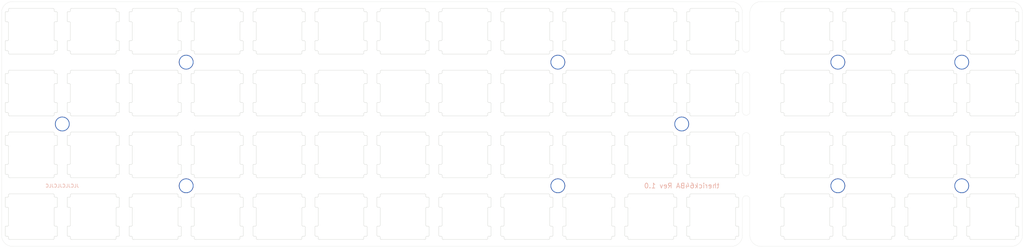
<source format=kicad_pcb>
(kicad_pcb (version 20171130) (host pcbnew "(5.1.2-1)-1")
  (layers (0 F.Cu signal) (31 B.Cu signal) (34 B.Paste user) (35 F.Paste user) (36 B.SilkS user) (37 F.SilkS user) (38 B.Mask user) (39 F.Mask user) (44 Edge.Cuts user))
  (net 0 "")
  (module acheron_Hardware:MouseBite_IPC7351 (layer F.Cu) (at 273.6 91.58 90)
    (fp_text reference U65)
    (fp_text value HOLE)
    (pad "" np_thru_hole circle (at -2.5 0 90) (size 0.8 0.8) (drill 0.8) (layers *.Cu *.Mask))
    (pad "" np_thru_hole circle (at -1.25 0 90) (size 0.8 0.8) (drill 0.8) (layers *.Cu *.Mask))
    (pad "" np_thru_hole circle (at 2.5 0 90) (size 0.8 0.8) (drill 0.8) (layers *.Cu *.Mask))
    (pad "" np_thru_hole circle (at 1.25 0 90) (size 0.8 0.8) (drill 0.8) (layers *.Cu *.Mask))
    (pad "" np_thru_hole circle (at 0 0 90) (size 0.8 0.8) (drill 0.8) (layers *.Cu *.Mask))
  )
  (module acheron_Hardware:MouseBite_IPC7351 (layer F.Cu) (at 273.22 72.58 90)
    (fp_text reference U66)
    (fp_text value HOLE)
    (pad "" np_thru_hole circle (at -2.5 0 90) (size 0.8 0.8) (drill 0.8) (layers *.Cu *.Mask))
    (pad "" np_thru_hole circle (at -1.25 0 90) (size 0.8 0.8) (drill 0.8) (layers *.Cu *.Mask))
    (pad "" np_thru_hole circle (at 2.5 0 90) (size 0.8 0.8) (drill 0.8) (layers *.Cu *.Mask))
    (pad "" np_thru_hole circle (at 1.25 0 90) (size 0.8 0.8) (drill 0.8) (layers *.Cu *.Mask))
    (pad "" np_thru_hole circle (at 0 0 90) (size 0.8 0.8) (drill 0.8) (layers *.Cu *.Mask))
  )
  (module acheron_Hardware:MouseBite_IPC7351 (layer F.Cu) (at 273.6 53.58 90)
    (fp_text reference U67)
    (fp_text value HOLE)
    (pad "" np_thru_hole circle (at -2.5 0 90) (size 0.8 0.8) (drill 0.8) (layers *.Cu *.Mask))
    (pad "" np_thru_hole circle (at -1.25 0 90) (size 0.8 0.8) (drill 0.8) (layers *.Cu *.Mask))
    (pad "" np_thru_hole circle (at 2.5 0 90) (size 0.8 0.8) (drill 0.8) (layers *.Cu *.Mask))
    (pad "" np_thru_hole circle (at 1.25 0 90) (size 0.8 0.8) (drill 0.8) (layers *.Cu *.Mask))
    (pad "" np_thru_hole circle (at 0 0 90) (size 0.8 0.8) (drill 0.8) (layers *.Cu *.Mask))
  )
  (module random-keyboard-parts:MX100_slot (layer F.Cu) (at 350.359078 101.079734)
    (fp_text reference U64)
    (fp_text value HOLE)
    (fp_line (start 6.7 7) (end -6.7 7) (layer Edge.Cuts) (width 0.1))
    (fp_arc (start -6.7 6.7) (end -7 6.7) (angle -90) (layer Edge.Cuts) (width 0.1))
    (fp_line (start -7 6.7) (end -7 6.3) (layer Edge.Cuts) (width 0.1))
    (fp_arc (start -6.7 -6.7) (end -6.7 -7) (angle -90) (layer Edge.Cuts) (width 0.1))
    (fp_line (start 6.7 -7) (end -6.7 -7) (layer Edge.Cuts) (width 0.1))
    (fp_line (start -7 -2.6) (end -7 2.6) (layer Edge.Cuts) (width 0.1))
    (fp_line (start -7 -6.3) (end -7 -6.7) (layer Edge.Cuts) (width 0.1))
    (fp_line (start 7 6.3) (end 7 6.7) (layer Edge.Cuts) (width 0.1))
    (fp_arc (start 6.7 -6.7) (end 7 -6.7) (angle -90) (layer Edge.Cuts) (width 0.1))
    (fp_arc (start 7.8 -3.1) (end 7.8 -2.9) (angle -90) (layer Edge.Cuts) (width 0.1))
    (fp_arc (start 7.3 -2.6) (end 7.3 -2.9) (angle -90) (layer Edge.Cuts) (width 0.1))
    (fp_line (start 7.3 -6) (end 7.7 -6) (layer Edge.Cuts) (width 0.1))
    (fp_line (start 8 -3.1) (end 8 -5.7) (layer Edge.Cuts) (width 0.1))
    (fp_line (start 7.8 -2.9) (end 7.3 -2.9) (layer Edge.Cuts) (width 0.1))
    (fp_line (start 7 2.6) (end 7 -2.6) (layer Edge.Cuts) (width 0.1))
    (fp_arc (start 6.7 6.7) (end 6.7 7) (angle -90) (layer Edge.Cuts) (width 0.1))
    (fp_arc (start 7.3 -6.3) (end 7 -6.3) (angle -90) (layer Edge.Cuts) (width 0.1))
    (fp_arc (start 7.7 -5.7) (end 8 -5.7) (angle -90) (layer Edge.Cuts) (width 0.1))
    (fp_line (start 7 -6.7) (end 7 -6.3) (layer Edge.Cuts) (width 0.1))
    (fp_arc (start 7.3 2.6) (end 7 2.6) (angle -90) (layer Edge.Cuts) (width 0.1))
    (fp_arc (start 7.7 3.2) (end 8 3.2) (angle -90) (layer Edge.Cuts) (width 0.1))
    (fp_line (start 7.8 6) (end 7.3 6) (layer Edge.Cuts) (width 0.1))
    (fp_line (start 8 5.8) (end 8 3.2) (layer Edge.Cuts) (width 0.1))
    (fp_line (start 7.3 2.9) (end 7.7 2.9) (layer Edge.Cuts) (width 0.1))
    (fp_arc (start 7.3 6.3) (end 7.3 6) (angle -90) (layer Edge.Cuts) (width 0.1))
    (fp_arc (start 7.8 5.8) (end 7.8 6) (angle -90) (layer Edge.Cuts) (width 0.1))
    (fp_arc (start -7.8 3.1) (end -7.8 2.9) (angle -90) (layer Edge.Cuts) (width 0.1))
    (fp_arc (start -7.3 2.6) (end -7.3 2.9) (angle -90) (layer Edge.Cuts) (width 0.1))
    (fp_line (start -7.3 6) (end -7.7 6) (layer Edge.Cuts) (width 0.1))
    (fp_line (start -8 3.1) (end -8 5.7) (layer Edge.Cuts) (width 0.1))
    (fp_line (start -7.8 2.9) (end -7.3 2.9) (layer Edge.Cuts) (width 0.1))
    (fp_arc (start -7.7 5.7) (end -8 5.7) (angle -90) (layer Edge.Cuts) (width 0.1))
    (fp_arc (start -7.3 6.3) (end -7 6.3) (angle -90) (layer Edge.Cuts) (width 0.1))
    (fp_line (start -7.8 -6) (end -7.3 -6) (layer Edge.Cuts) (width 0.1))
    (fp_line (start -7.3 -2.9) (end -7.7 -2.9) (layer Edge.Cuts) (width 0.1))
    (fp_line (start -8 -5.8) (end -8 -3.2) (layer Edge.Cuts) (width 0.1))
    (fp_arc (start -7.3 -6.3) (end -7.3 -6) (angle -90) (layer Edge.Cuts) (width 0.1))
    (fp_arc (start -7.3 -2.6) (end -7 -2.6) (angle -90) (layer Edge.Cuts) (width 0.1))
    (fp_arc (start -7.7 -3.2) (end -8 -3.2) (angle -90) (layer Edge.Cuts) (width 0.1))
    (fp_arc (start -7.8 -5.8) (end -7.8 -6) (angle -90) (layer Edge.Cuts) (width 0.1))
  )
  (module random-keyboard-parts:MX100_slot (layer F.Cu) (at 331.359128 101.079734)
    (fp_text reference U63)
    (fp_text value HOLE)
    (fp_line (start 6.7 7) (end -6.7 7) (layer Edge.Cuts) (width 0.1))
    (fp_arc (start -6.7 6.7) (end -7 6.7) (angle -90) (layer Edge.Cuts) (width 0.1))
    (fp_line (start -7 6.7) (end -7 6.3) (layer Edge.Cuts) (width 0.1))
    (fp_arc (start -6.7 -6.7) (end -6.7 -7) (angle -90) (layer Edge.Cuts) (width 0.1))
    (fp_line (start 6.7 -7) (end -6.7 -7) (layer Edge.Cuts) (width 0.1))
    (fp_line (start -7 -2.6) (end -7 2.6) (layer Edge.Cuts) (width 0.1))
    (fp_line (start -7 -6.3) (end -7 -6.7) (layer Edge.Cuts) (width 0.1))
    (fp_line (start 7 6.3) (end 7 6.7) (layer Edge.Cuts) (width 0.1))
    (fp_arc (start 6.7 -6.7) (end 7 -6.7) (angle -90) (layer Edge.Cuts) (width 0.1))
    (fp_arc (start 7.8 -3.1) (end 7.8 -2.9) (angle -90) (layer Edge.Cuts) (width 0.1))
    (fp_arc (start 7.3 -2.6) (end 7.3 -2.9) (angle -90) (layer Edge.Cuts) (width 0.1))
    (fp_line (start 7.3 -6) (end 7.7 -6) (layer Edge.Cuts) (width 0.1))
    (fp_line (start 8 -3.1) (end 8 -5.7) (layer Edge.Cuts) (width 0.1))
    (fp_line (start 7.8 -2.9) (end 7.3 -2.9) (layer Edge.Cuts) (width 0.1))
    (fp_line (start 7 2.6) (end 7 -2.6) (layer Edge.Cuts) (width 0.1))
    (fp_arc (start 6.7 6.7) (end 6.7 7) (angle -90) (layer Edge.Cuts) (width 0.1))
    (fp_arc (start 7.3 -6.3) (end 7 -6.3) (angle -90) (layer Edge.Cuts) (width 0.1))
    (fp_arc (start 7.7 -5.7) (end 8 -5.7) (angle -90) (layer Edge.Cuts) (width 0.1))
    (fp_line (start 7 -6.7) (end 7 -6.3) (layer Edge.Cuts) (width 0.1))
    (fp_arc (start 7.3 2.6) (end 7 2.6) (angle -90) (layer Edge.Cuts) (width 0.1))
    (fp_arc (start 7.7 3.2) (end 8 3.2) (angle -90) (layer Edge.Cuts) (width 0.1))
    (fp_line (start 7.8 6) (end 7.3 6) (layer Edge.Cuts) (width 0.1))
    (fp_line (start 8 5.8) (end 8 3.2) (layer Edge.Cuts) (width 0.1))
    (fp_line (start 7.3 2.9) (end 7.7 2.9) (layer Edge.Cuts) (width 0.1))
    (fp_arc (start 7.3 6.3) (end 7.3 6) (angle -90) (layer Edge.Cuts) (width 0.1))
    (fp_arc (start 7.8 5.8) (end 7.8 6) (angle -90) (layer Edge.Cuts) (width 0.1))
    (fp_arc (start -7.8 3.1) (end -7.8 2.9) (angle -90) (layer Edge.Cuts) (width 0.1))
    (fp_arc (start -7.3 2.6) (end -7.3 2.9) (angle -90) (layer Edge.Cuts) (width 0.1))
    (fp_line (start -7.3 6) (end -7.7 6) (layer Edge.Cuts) (width 0.1))
    (fp_line (start -8 3.1) (end -8 5.7) (layer Edge.Cuts) (width 0.1))
    (fp_line (start -7.8 2.9) (end -7.3 2.9) (layer Edge.Cuts) (width 0.1))
    (fp_arc (start -7.7 5.7) (end -8 5.7) (angle -90) (layer Edge.Cuts) (width 0.1))
    (fp_arc (start -7.3 6.3) (end -7 6.3) (angle -90) (layer Edge.Cuts) (width 0.1))
    (fp_line (start -7.8 -6) (end -7.3 -6) (layer Edge.Cuts) (width 0.1))
    (fp_line (start -7.3 -2.9) (end -7.7 -2.9) (layer Edge.Cuts) (width 0.1))
    (fp_line (start -8 -5.8) (end -8 -3.2) (layer Edge.Cuts) (width 0.1))
    (fp_arc (start -7.3 -6.3) (end -7.3 -6) (angle -90) (layer Edge.Cuts) (width 0.1))
    (fp_arc (start -7.3 -2.6) (end -7 -2.6) (angle -90) (layer Edge.Cuts) (width 0.1))
    (fp_arc (start -7.7 -3.2) (end -8 -3.2) (angle -90) (layer Edge.Cuts) (width 0.1))
    (fp_arc (start -7.8 -5.8) (end -7.8 -6) (angle -90) (layer Edge.Cuts) (width 0.1))
  )
  (module random-keyboard-parts:MX100_slot (layer F.Cu) (at 312.359178 101.079734)
    (fp_text reference U62)
    (fp_text value HOLE)
    (fp_line (start 6.7 7) (end -6.7 7) (layer Edge.Cuts) (width 0.1))
    (fp_arc (start -6.7 6.7) (end -7 6.7) (angle -90) (layer Edge.Cuts) (width 0.1))
    (fp_line (start -7 6.7) (end -7 6.3) (layer Edge.Cuts) (width 0.1))
    (fp_arc (start -6.7 -6.7) (end -6.7 -7) (angle -90) (layer Edge.Cuts) (width 0.1))
    (fp_line (start 6.7 -7) (end -6.7 -7) (layer Edge.Cuts) (width 0.1))
    (fp_line (start -7 -2.6) (end -7 2.6) (layer Edge.Cuts) (width 0.1))
    (fp_line (start -7 -6.3) (end -7 -6.7) (layer Edge.Cuts) (width 0.1))
    (fp_line (start 7 6.3) (end 7 6.7) (layer Edge.Cuts) (width 0.1))
    (fp_arc (start 6.7 -6.7) (end 7 -6.7) (angle -90) (layer Edge.Cuts) (width 0.1))
    (fp_arc (start 7.8 -3.1) (end 7.8 -2.9) (angle -90) (layer Edge.Cuts) (width 0.1))
    (fp_arc (start 7.3 -2.6) (end 7.3 -2.9) (angle -90) (layer Edge.Cuts) (width 0.1))
    (fp_line (start 7.3 -6) (end 7.7 -6) (layer Edge.Cuts) (width 0.1))
    (fp_line (start 8 -3.1) (end 8 -5.7) (layer Edge.Cuts) (width 0.1))
    (fp_line (start 7.8 -2.9) (end 7.3 -2.9) (layer Edge.Cuts) (width 0.1))
    (fp_line (start 7 2.6) (end 7 -2.6) (layer Edge.Cuts) (width 0.1))
    (fp_arc (start 6.7 6.7) (end 6.7 7) (angle -90) (layer Edge.Cuts) (width 0.1))
    (fp_arc (start 7.3 -6.3) (end 7 -6.3) (angle -90) (layer Edge.Cuts) (width 0.1))
    (fp_arc (start 7.7 -5.7) (end 8 -5.7) (angle -90) (layer Edge.Cuts) (width 0.1))
    (fp_line (start 7 -6.7) (end 7 -6.3) (layer Edge.Cuts) (width 0.1))
    (fp_arc (start 7.3 2.6) (end 7 2.6) (angle -90) (layer Edge.Cuts) (width 0.1))
    (fp_arc (start 7.7 3.2) (end 8 3.2) (angle -90) (layer Edge.Cuts) (width 0.1))
    (fp_line (start 7.8 6) (end 7.3 6) (layer Edge.Cuts) (width 0.1))
    (fp_line (start 8 5.8) (end 8 3.2) (layer Edge.Cuts) (width 0.1))
    (fp_line (start 7.3 2.9) (end 7.7 2.9) (layer Edge.Cuts) (width 0.1))
    (fp_arc (start 7.3 6.3) (end 7.3 6) (angle -90) (layer Edge.Cuts) (width 0.1))
    (fp_arc (start 7.8 5.8) (end 7.8 6) (angle -90) (layer Edge.Cuts) (width 0.1))
    (fp_arc (start -7.8 3.1) (end -7.8 2.9) (angle -90) (layer Edge.Cuts) (width 0.1))
    (fp_arc (start -7.3 2.6) (end -7.3 2.9) (angle -90) (layer Edge.Cuts) (width 0.1))
    (fp_line (start -7.3 6) (end -7.7 6) (layer Edge.Cuts) (width 0.1))
    (fp_line (start -8 3.1) (end -8 5.7) (layer Edge.Cuts) (width 0.1))
    (fp_line (start -7.8 2.9) (end -7.3 2.9) (layer Edge.Cuts) (width 0.1))
    (fp_arc (start -7.7 5.7) (end -8 5.7) (angle -90) (layer Edge.Cuts) (width 0.1))
    (fp_arc (start -7.3 6.3) (end -7 6.3) (angle -90) (layer Edge.Cuts) (width 0.1))
    (fp_line (start -7.8 -6) (end -7.3 -6) (layer Edge.Cuts) (width 0.1))
    (fp_line (start -7.3 -2.9) (end -7.7 -2.9) (layer Edge.Cuts) (width 0.1))
    (fp_line (start -8 -5.8) (end -8 -3.2) (layer Edge.Cuts) (width 0.1))
    (fp_arc (start -7.3 -6.3) (end -7.3 -6) (angle -90) (layer Edge.Cuts) (width 0.1))
    (fp_arc (start -7.3 -2.6) (end -7 -2.6) (angle -90) (layer Edge.Cuts) (width 0.1))
    (fp_arc (start -7.7 -3.2) (end -8 -3.2) (angle -90) (layer Edge.Cuts) (width 0.1))
    (fp_arc (start -7.8 -5.8) (end -7.8 -6) (angle -90) (layer Edge.Cuts) (width 0.1))
  )
  (module random-keyboard-parts:MX100_slot (layer F.Cu) (at 293.359228 101.079734)
    (fp_text reference U61)
    (fp_text value HOLE)
    (fp_line (start 6.7 7) (end -6.7 7) (layer Edge.Cuts) (width 0.1))
    (fp_arc (start -6.7 6.7) (end -7 6.7) (angle -90) (layer Edge.Cuts) (width 0.1))
    (fp_line (start -7 6.7) (end -7 6.3) (layer Edge.Cuts) (width 0.1))
    (fp_arc (start -6.7 -6.7) (end -6.7 -7) (angle -90) (layer Edge.Cuts) (width 0.1))
    (fp_line (start 6.7 -7) (end -6.7 -7) (layer Edge.Cuts) (width 0.1))
    (fp_line (start -7 -2.6) (end -7 2.6) (layer Edge.Cuts) (width 0.1))
    (fp_line (start -7 -6.3) (end -7 -6.7) (layer Edge.Cuts) (width 0.1))
    (fp_line (start 7 6.3) (end 7 6.7) (layer Edge.Cuts) (width 0.1))
    (fp_arc (start 6.7 -6.7) (end 7 -6.7) (angle -90) (layer Edge.Cuts) (width 0.1))
    (fp_arc (start 7.8 -3.1) (end 7.8 -2.9) (angle -90) (layer Edge.Cuts) (width 0.1))
    (fp_arc (start 7.3 -2.6) (end 7.3 -2.9) (angle -90) (layer Edge.Cuts) (width 0.1))
    (fp_line (start 7.3 -6) (end 7.7 -6) (layer Edge.Cuts) (width 0.1))
    (fp_line (start 8 -3.1) (end 8 -5.7) (layer Edge.Cuts) (width 0.1))
    (fp_line (start 7.8 -2.9) (end 7.3 -2.9) (layer Edge.Cuts) (width 0.1))
    (fp_line (start 7 2.6) (end 7 -2.6) (layer Edge.Cuts) (width 0.1))
    (fp_arc (start 6.7 6.7) (end 6.7 7) (angle -90) (layer Edge.Cuts) (width 0.1))
    (fp_arc (start 7.3 -6.3) (end 7 -6.3) (angle -90) (layer Edge.Cuts) (width 0.1))
    (fp_arc (start 7.7 -5.7) (end 8 -5.7) (angle -90) (layer Edge.Cuts) (width 0.1))
    (fp_line (start 7 -6.7) (end 7 -6.3) (layer Edge.Cuts) (width 0.1))
    (fp_arc (start 7.3 2.6) (end 7 2.6) (angle -90) (layer Edge.Cuts) (width 0.1))
    (fp_arc (start 7.7 3.2) (end 8 3.2) (angle -90) (layer Edge.Cuts) (width 0.1))
    (fp_line (start 7.8 6) (end 7.3 6) (layer Edge.Cuts) (width 0.1))
    (fp_line (start 8 5.8) (end 8 3.2) (layer Edge.Cuts) (width 0.1))
    (fp_line (start 7.3 2.9) (end 7.7 2.9) (layer Edge.Cuts) (width 0.1))
    (fp_arc (start 7.3 6.3) (end 7.3 6) (angle -90) (layer Edge.Cuts) (width 0.1))
    (fp_arc (start 7.8 5.8) (end 7.8 6) (angle -90) (layer Edge.Cuts) (width 0.1))
    (fp_arc (start -7.8 3.1) (end -7.8 2.9) (angle -90) (layer Edge.Cuts) (width 0.1))
    (fp_arc (start -7.3 2.6) (end -7.3 2.9) (angle -90) (layer Edge.Cuts) (width 0.1))
    (fp_line (start -7.3 6) (end -7.7 6) (layer Edge.Cuts) (width 0.1))
    (fp_line (start -8 3.1) (end -8 5.7) (layer Edge.Cuts) (width 0.1))
    (fp_line (start -7.8 2.9) (end -7.3 2.9) (layer Edge.Cuts) (width 0.1))
    (fp_arc (start -7.7 5.7) (end -8 5.7) (angle -90) (layer Edge.Cuts) (width 0.1))
    (fp_arc (start -7.3 6.3) (end -7 6.3) (angle -90) (layer Edge.Cuts) (width 0.1))
    (fp_line (start -7.8 -6) (end -7.3 -6) (layer Edge.Cuts) (width 0.1))
    (fp_line (start -7.3 -2.9) (end -7.7 -2.9) (layer Edge.Cuts) (width 0.1))
    (fp_line (start -8 -5.8) (end -8 -3.2) (layer Edge.Cuts) (width 0.1))
    (fp_arc (start -7.3 -6.3) (end -7.3 -6) (angle -90) (layer Edge.Cuts) (width 0.1))
    (fp_arc (start -7.3 -2.6) (end -7 -2.6) (angle -90) (layer Edge.Cuts) (width 0.1))
    (fp_arc (start -7.7 -3.2) (end -8 -3.2) (angle -90) (layer Edge.Cuts) (width 0.1))
    (fp_arc (start -7.8 -5.8) (end -7.8 -6) (angle -90) (layer Edge.Cuts) (width 0.1))
  )
  (module random-keyboard-parts:MX100_slot (layer F.Cu) (at 350.359078 82.079784)
    (fp_text reference U60)
    (fp_text value HOLE)
    (fp_line (start 6.7 7) (end -6.7 7) (layer Edge.Cuts) (width 0.1))
    (fp_arc (start -6.7 6.7) (end -7 6.7) (angle -90) (layer Edge.Cuts) (width 0.1))
    (fp_line (start -7 6.7) (end -7 6.3) (layer Edge.Cuts) (width 0.1))
    (fp_arc (start -6.7 -6.7) (end -6.7 -7) (angle -90) (layer Edge.Cuts) (width 0.1))
    (fp_line (start 6.7 -7) (end -6.7 -7) (layer Edge.Cuts) (width 0.1))
    (fp_line (start -7 -2.6) (end -7 2.6) (layer Edge.Cuts) (width 0.1))
    (fp_line (start -7 -6.3) (end -7 -6.7) (layer Edge.Cuts) (width 0.1))
    (fp_line (start 7 6.3) (end 7 6.7) (layer Edge.Cuts) (width 0.1))
    (fp_arc (start 6.7 -6.7) (end 7 -6.7) (angle -90) (layer Edge.Cuts) (width 0.1))
    (fp_arc (start 7.8 -3.1) (end 7.8 -2.9) (angle -90) (layer Edge.Cuts) (width 0.1))
    (fp_arc (start 7.3 -2.6) (end 7.3 -2.9) (angle -90) (layer Edge.Cuts) (width 0.1))
    (fp_line (start 7.3 -6) (end 7.7 -6) (layer Edge.Cuts) (width 0.1))
    (fp_line (start 8 -3.1) (end 8 -5.7) (layer Edge.Cuts) (width 0.1))
    (fp_line (start 7.8 -2.9) (end 7.3 -2.9) (layer Edge.Cuts) (width 0.1))
    (fp_line (start 7 2.6) (end 7 -2.6) (layer Edge.Cuts) (width 0.1))
    (fp_arc (start 6.7 6.7) (end 6.7 7) (angle -90) (layer Edge.Cuts) (width 0.1))
    (fp_arc (start 7.3 -6.3) (end 7 -6.3) (angle -90) (layer Edge.Cuts) (width 0.1))
    (fp_arc (start 7.7 -5.7) (end 8 -5.7) (angle -90) (layer Edge.Cuts) (width 0.1))
    (fp_line (start 7 -6.7) (end 7 -6.3) (layer Edge.Cuts) (width 0.1))
    (fp_arc (start 7.3 2.6) (end 7 2.6) (angle -90) (layer Edge.Cuts) (width 0.1))
    (fp_arc (start 7.7 3.2) (end 8 3.2) (angle -90) (layer Edge.Cuts) (width 0.1))
    (fp_line (start 7.8 6) (end 7.3 6) (layer Edge.Cuts) (width 0.1))
    (fp_line (start 8 5.8) (end 8 3.2) (layer Edge.Cuts) (width 0.1))
    (fp_line (start 7.3 2.9) (end 7.7 2.9) (layer Edge.Cuts) (width 0.1))
    (fp_arc (start 7.3 6.3) (end 7.3 6) (angle -90) (layer Edge.Cuts) (width 0.1))
    (fp_arc (start 7.8 5.8) (end 7.8 6) (angle -90) (layer Edge.Cuts) (width 0.1))
    (fp_arc (start -7.8 3.1) (end -7.8 2.9) (angle -90) (layer Edge.Cuts) (width 0.1))
    (fp_arc (start -7.3 2.6) (end -7.3 2.9) (angle -90) (layer Edge.Cuts) (width 0.1))
    (fp_line (start -7.3 6) (end -7.7 6) (layer Edge.Cuts) (width 0.1))
    (fp_line (start -8 3.1) (end -8 5.7) (layer Edge.Cuts) (width 0.1))
    (fp_line (start -7.8 2.9) (end -7.3 2.9) (layer Edge.Cuts) (width 0.1))
    (fp_arc (start -7.7 5.7) (end -8 5.7) (angle -90) (layer Edge.Cuts) (width 0.1))
    (fp_arc (start -7.3 6.3) (end -7 6.3) (angle -90) (layer Edge.Cuts) (width 0.1))
    (fp_line (start -7.8 -6) (end -7.3 -6) (layer Edge.Cuts) (width 0.1))
    (fp_line (start -7.3 -2.9) (end -7.7 -2.9) (layer Edge.Cuts) (width 0.1))
    (fp_line (start -8 -5.8) (end -8 -3.2) (layer Edge.Cuts) (width 0.1))
    (fp_arc (start -7.3 -6.3) (end -7.3 -6) (angle -90) (layer Edge.Cuts) (width 0.1))
    (fp_arc (start -7.3 -2.6) (end -7 -2.6) (angle -90) (layer Edge.Cuts) (width 0.1))
    (fp_arc (start -7.7 -3.2) (end -8 -3.2) (angle -90) (layer Edge.Cuts) (width 0.1))
    (fp_arc (start -7.8 -5.8) (end -7.8 -6) (angle -90) (layer Edge.Cuts) (width 0.1))
  )
  (module random-keyboard-parts:MX100_slot (layer F.Cu) (at 331.359128 82.079784)
    (fp_text reference U59)
    (fp_text value HOLE)
    (fp_line (start 6.7 7) (end -6.7 7) (layer Edge.Cuts) (width 0.1))
    (fp_arc (start -6.7 6.7) (end -7 6.7) (angle -90) (layer Edge.Cuts) (width 0.1))
    (fp_line (start -7 6.7) (end -7 6.3) (layer Edge.Cuts) (width 0.1))
    (fp_arc (start -6.7 -6.7) (end -6.7 -7) (angle -90) (layer Edge.Cuts) (width 0.1))
    (fp_line (start 6.7 -7) (end -6.7 -7) (layer Edge.Cuts) (width 0.1))
    (fp_line (start -7 -2.6) (end -7 2.6) (layer Edge.Cuts) (width 0.1))
    (fp_line (start -7 -6.3) (end -7 -6.7) (layer Edge.Cuts) (width 0.1))
    (fp_line (start 7 6.3) (end 7 6.7) (layer Edge.Cuts) (width 0.1))
    (fp_arc (start 6.7 -6.7) (end 7 -6.7) (angle -90) (layer Edge.Cuts) (width 0.1))
    (fp_arc (start 7.8 -3.1) (end 7.8 -2.9) (angle -90) (layer Edge.Cuts) (width 0.1))
    (fp_arc (start 7.3 -2.6) (end 7.3 -2.9) (angle -90) (layer Edge.Cuts) (width 0.1))
    (fp_line (start 7.3 -6) (end 7.7 -6) (layer Edge.Cuts) (width 0.1))
    (fp_line (start 8 -3.1) (end 8 -5.7) (layer Edge.Cuts) (width 0.1))
    (fp_line (start 7.8 -2.9) (end 7.3 -2.9) (layer Edge.Cuts) (width 0.1))
    (fp_line (start 7 2.6) (end 7 -2.6) (layer Edge.Cuts) (width 0.1))
    (fp_arc (start 6.7 6.7) (end 6.7 7) (angle -90) (layer Edge.Cuts) (width 0.1))
    (fp_arc (start 7.3 -6.3) (end 7 -6.3) (angle -90) (layer Edge.Cuts) (width 0.1))
    (fp_arc (start 7.7 -5.7) (end 8 -5.7) (angle -90) (layer Edge.Cuts) (width 0.1))
    (fp_line (start 7 -6.7) (end 7 -6.3) (layer Edge.Cuts) (width 0.1))
    (fp_arc (start 7.3 2.6) (end 7 2.6) (angle -90) (layer Edge.Cuts) (width 0.1))
    (fp_arc (start 7.7 3.2) (end 8 3.2) (angle -90) (layer Edge.Cuts) (width 0.1))
    (fp_line (start 7.8 6) (end 7.3 6) (layer Edge.Cuts) (width 0.1))
    (fp_line (start 8 5.8) (end 8 3.2) (layer Edge.Cuts) (width 0.1))
    (fp_line (start 7.3 2.9) (end 7.7 2.9) (layer Edge.Cuts) (width 0.1))
    (fp_arc (start 7.3 6.3) (end 7.3 6) (angle -90) (layer Edge.Cuts) (width 0.1))
    (fp_arc (start 7.8 5.8) (end 7.8 6) (angle -90) (layer Edge.Cuts) (width 0.1))
    (fp_arc (start -7.8 3.1) (end -7.8 2.9) (angle -90) (layer Edge.Cuts) (width 0.1))
    (fp_arc (start -7.3 2.6) (end -7.3 2.9) (angle -90) (layer Edge.Cuts) (width 0.1))
    (fp_line (start -7.3 6) (end -7.7 6) (layer Edge.Cuts) (width 0.1))
    (fp_line (start -8 3.1) (end -8 5.7) (layer Edge.Cuts) (width 0.1))
    (fp_line (start -7.8 2.9) (end -7.3 2.9) (layer Edge.Cuts) (width 0.1))
    (fp_arc (start -7.7 5.7) (end -8 5.7) (angle -90) (layer Edge.Cuts) (width 0.1))
    (fp_arc (start -7.3 6.3) (end -7 6.3) (angle -90) (layer Edge.Cuts) (width 0.1))
    (fp_line (start -7.8 -6) (end -7.3 -6) (layer Edge.Cuts) (width 0.1))
    (fp_line (start -7.3 -2.9) (end -7.7 -2.9) (layer Edge.Cuts) (width 0.1))
    (fp_line (start -8 -5.8) (end -8 -3.2) (layer Edge.Cuts) (width 0.1))
    (fp_arc (start -7.3 -6.3) (end -7.3 -6) (angle -90) (layer Edge.Cuts) (width 0.1))
    (fp_arc (start -7.3 -2.6) (end -7 -2.6) (angle -90) (layer Edge.Cuts) (width 0.1))
    (fp_arc (start -7.7 -3.2) (end -8 -3.2) (angle -90) (layer Edge.Cuts) (width 0.1))
    (fp_arc (start -7.8 -5.8) (end -7.8 -6) (angle -90) (layer Edge.Cuts) (width 0.1))
  )
  (module random-keyboard-parts:MX100_slot (layer F.Cu) (at 312.359178 82.079784)
    (fp_text reference U58)
    (fp_text value HOLE)
    (fp_line (start 6.7 7) (end -6.7 7) (layer Edge.Cuts) (width 0.1))
    (fp_arc (start -6.7 6.7) (end -7 6.7) (angle -90) (layer Edge.Cuts) (width 0.1))
    (fp_line (start -7 6.7) (end -7 6.3) (layer Edge.Cuts) (width 0.1))
    (fp_arc (start -6.7 -6.7) (end -6.7 -7) (angle -90) (layer Edge.Cuts) (width 0.1))
    (fp_line (start 6.7 -7) (end -6.7 -7) (layer Edge.Cuts) (width 0.1))
    (fp_line (start -7 -2.6) (end -7 2.6) (layer Edge.Cuts) (width 0.1))
    (fp_line (start -7 -6.3) (end -7 -6.7) (layer Edge.Cuts) (width 0.1))
    (fp_line (start 7 6.3) (end 7 6.7) (layer Edge.Cuts) (width 0.1))
    (fp_arc (start 6.7 -6.7) (end 7 -6.7) (angle -90) (layer Edge.Cuts) (width 0.1))
    (fp_arc (start 7.8 -3.1) (end 7.8 -2.9) (angle -90) (layer Edge.Cuts) (width 0.1))
    (fp_arc (start 7.3 -2.6) (end 7.3 -2.9) (angle -90) (layer Edge.Cuts) (width 0.1))
    (fp_line (start 7.3 -6) (end 7.7 -6) (layer Edge.Cuts) (width 0.1))
    (fp_line (start 8 -3.1) (end 8 -5.7) (layer Edge.Cuts) (width 0.1))
    (fp_line (start 7.8 -2.9) (end 7.3 -2.9) (layer Edge.Cuts) (width 0.1))
    (fp_line (start 7 2.6) (end 7 -2.6) (layer Edge.Cuts) (width 0.1))
    (fp_arc (start 6.7 6.7) (end 6.7 7) (angle -90) (layer Edge.Cuts) (width 0.1))
    (fp_arc (start 7.3 -6.3) (end 7 -6.3) (angle -90) (layer Edge.Cuts) (width 0.1))
    (fp_arc (start 7.7 -5.7) (end 8 -5.7) (angle -90) (layer Edge.Cuts) (width 0.1))
    (fp_line (start 7 -6.7) (end 7 -6.3) (layer Edge.Cuts) (width 0.1))
    (fp_arc (start 7.3 2.6) (end 7 2.6) (angle -90) (layer Edge.Cuts) (width 0.1))
    (fp_arc (start 7.7 3.2) (end 8 3.2) (angle -90) (layer Edge.Cuts) (width 0.1))
    (fp_line (start 7.8 6) (end 7.3 6) (layer Edge.Cuts) (width 0.1))
    (fp_line (start 8 5.8) (end 8 3.2) (layer Edge.Cuts) (width 0.1))
    (fp_line (start 7.3 2.9) (end 7.7 2.9) (layer Edge.Cuts) (width 0.1))
    (fp_arc (start 7.3 6.3) (end 7.3 6) (angle -90) (layer Edge.Cuts) (width 0.1))
    (fp_arc (start 7.8 5.8) (end 7.8 6) (angle -90) (layer Edge.Cuts) (width 0.1))
    (fp_arc (start -7.8 3.1) (end -7.8 2.9) (angle -90) (layer Edge.Cuts) (width 0.1))
    (fp_arc (start -7.3 2.6) (end -7.3 2.9) (angle -90) (layer Edge.Cuts) (width 0.1))
    (fp_line (start -7.3 6) (end -7.7 6) (layer Edge.Cuts) (width 0.1))
    (fp_line (start -8 3.1) (end -8 5.7) (layer Edge.Cuts) (width 0.1))
    (fp_line (start -7.8 2.9) (end -7.3 2.9) (layer Edge.Cuts) (width 0.1))
    (fp_arc (start -7.7 5.7) (end -8 5.7) (angle -90) (layer Edge.Cuts) (width 0.1))
    (fp_arc (start -7.3 6.3) (end -7 6.3) (angle -90) (layer Edge.Cuts) (width 0.1))
    (fp_line (start -7.8 -6) (end -7.3 -6) (layer Edge.Cuts) (width 0.1))
    (fp_line (start -7.3 -2.9) (end -7.7 -2.9) (layer Edge.Cuts) (width 0.1))
    (fp_line (start -8 -5.8) (end -8 -3.2) (layer Edge.Cuts) (width 0.1))
    (fp_arc (start -7.3 -6.3) (end -7.3 -6) (angle -90) (layer Edge.Cuts) (width 0.1))
    (fp_arc (start -7.3 -2.6) (end -7 -2.6) (angle -90) (layer Edge.Cuts) (width 0.1))
    (fp_arc (start -7.7 -3.2) (end -8 -3.2) (angle -90) (layer Edge.Cuts) (width 0.1))
    (fp_arc (start -7.8 -5.8) (end -7.8 -6) (angle -90) (layer Edge.Cuts) (width 0.1))
  )
  (module random-keyboard-parts:MX100_slot (layer F.Cu) (at 293.359228 82.079784)
    (fp_text reference U57)
    (fp_text value HOLE)
    (fp_line (start 6.7 7) (end -6.7 7) (layer Edge.Cuts) (width 0.1))
    (fp_arc (start -6.7 6.7) (end -7 6.7) (angle -90) (layer Edge.Cuts) (width 0.1))
    (fp_line (start -7 6.7) (end -7 6.3) (layer Edge.Cuts) (width 0.1))
    (fp_arc (start -6.7 -6.7) (end -6.7 -7) (angle -90) (layer Edge.Cuts) (width 0.1))
    (fp_line (start 6.7 -7) (end -6.7 -7) (layer Edge.Cuts) (width 0.1))
    (fp_line (start -7 -2.6) (end -7 2.6) (layer Edge.Cuts) (width 0.1))
    (fp_line (start -7 -6.3) (end -7 -6.7) (layer Edge.Cuts) (width 0.1))
    (fp_line (start 7 6.3) (end 7 6.7) (layer Edge.Cuts) (width 0.1))
    (fp_arc (start 6.7 -6.7) (end 7 -6.7) (angle -90) (layer Edge.Cuts) (width 0.1))
    (fp_arc (start 7.8 -3.1) (end 7.8 -2.9) (angle -90) (layer Edge.Cuts) (width 0.1))
    (fp_arc (start 7.3 -2.6) (end 7.3 -2.9) (angle -90) (layer Edge.Cuts) (width 0.1))
    (fp_line (start 7.3 -6) (end 7.7 -6) (layer Edge.Cuts) (width 0.1))
    (fp_line (start 8 -3.1) (end 8 -5.7) (layer Edge.Cuts) (width 0.1))
    (fp_line (start 7.8 -2.9) (end 7.3 -2.9) (layer Edge.Cuts) (width 0.1))
    (fp_line (start 7 2.6) (end 7 -2.6) (layer Edge.Cuts) (width 0.1))
    (fp_arc (start 6.7 6.7) (end 6.7 7) (angle -90) (layer Edge.Cuts) (width 0.1))
    (fp_arc (start 7.3 -6.3) (end 7 -6.3) (angle -90) (layer Edge.Cuts) (width 0.1))
    (fp_arc (start 7.7 -5.7) (end 8 -5.7) (angle -90) (layer Edge.Cuts) (width 0.1))
    (fp_line (start 7 -6.7) (end 7 -6.3) (layer Edge.Cuts) (width 0.1))
    (fp_arc (start 7.3 2.6) (end 7 2.6) (angle -90) (layer Edge.Cuts) (width 0.1))
    (fp_arc (start 7.7 3.2) (end 8 3.2) (angle -90) (layer Edge.Cuts) (width 0.1))
    (fp_line (start 7.8 6) (end 7.3 6) (layer Edge.Cuts) (width 0.1))
    (fp_line (start 8 5.8) (end 8 3.2) (layer Edge.Cuts) (width 0.1))
    (fp_line (start 7.3 2.9) (end 7.7 2.9) (layer Edge.Cuts) (width 0.1))
    (fp_arc (start 7.3 6.3) (end 7.3 6) (angle -90) (layer Edge.Cuts) (width 0.1))
    (fp_arc (start 7.8 5.8) (end 7.8 6) (angle -90) (layer Edge.Cuts) (width 0.1))
    (fp_arc (start -7.8 3.1) (end -7.8 2.9) (angle -90) (layer Edge.Cuts) (width 0.1))
    (fp_arc (start -7.3 2.6) (end -7.3 2.9) (angle -90) (layer Edge.Cuts) (width 0.1))
    (fp_line (start -7.3 6) (end -7.7 6) (layer Edge.Cuts) (width 0.1))
    (fp_line (start -8 3.1) (end -8 5.7) (layer Edge.Cuts) (width 0.1))
    (fp_line (start -7.8 2.9) (end -7.3 2.9) (layer Edge.Cuts) (width 0.1))
    (fp_arc (start -7.7 5.7) (end -8 5.7) (angle -90) (layer Edge.Cuts) (width 0.1))
    (fp_arc (start -7.3 6.3) (end -7 6.3) (angle -90) (layer Edge.Cuts) (width 0.1))
    (fp_line (start -7.8 -6) (end -7.3 -6) (layer Edge.Cuts) (width 0.1))
    (fp_line (start -7.3 -2.9) (end -7.7 -2.9) (layer Edge.Cuts) (width 0.1))
    (fp_line (start -8 -5.8) (end -8 -3.2) (layer Edge.Cuts) (width 0.1))
    (fp_arc (start -7.3 -6.3) (end -7.3 -6) (angle -90) (layer Edge.Cuts) (width 0.1))
    (fp_arc (start -7.3 -2.6) (end -7 -2.6) (angle -90) (layer Edge.Cuts) (width 0.1))
    (fp_arc (start -7.7 -3.2) (end -8 -3.2) (angle -90) (layer Edge.Cuts) (width 0.1))
    (fp_arc (start -7.8 -5.8) (end -7.8 -6) (angle -90) (layer Edge.Cuts) (width 0.1))
  )
  (module random-keyboard-parts:MX100_slot (layer F.Cu) (at 350.359078 63.079834)
    (fp_text reference U56)
    (fp_text value HOLE)
    (fp_line (start 6.7 7) (end -6.7 7) (layer Edge.Cuts) (width 0.1))
    (fp_arc (start -6.7 6.7) (end -7 6.7) (angle -90) (layer Edge.Cuts) (width 0.1))
    (fp_line (start -7 6.7) (end -7 6.3) (layer Edge.Cuts) (width 0.1))
    (fp_arc (start -6.7 -6.7) (end -6.7 -7) (angle -90) (layer Edge.Cuts) (width 0.1))
    (fp_line (start 6.7 -7) (end -6.7 -7) (layer Edge.Cuts) (width 0.1))
    (fp_line (start -7 -2.6) (end -7 2.6) (layer Edge.Cuts) (width 0.1))
    (fp_line (start -7 -6.3) (end -7 -6.7) (layer Edge.Cuts) (width 0.1))
    (fp_line (start 7 6.3) (end 7 6.7) (layer Edge.Cuts) (width 0.1))
    (fp_arc (start 6.7 -6.7) (end 7 -6.7) (angle -90) (layer Edge.Cuts) (width 0.1))
    (fp_arc (start 7.8 -3.1) (end 7.8 -2.9) (angle -90) (layer Edge.Cuts) (width 0.1))
    (fp_arc (start 7.3 -2.6) (end 7.3 -2.9) (angle -90) (layer Edge.Cuts) (width 0.1))
    (fp_line (start 7.3 -6) (end 7.7 -6) (layer Edge.Cuts) (width 0.1))
    (fp_line (start 8 -3.1) (end 8 -5.7) (layer Edge.Cuts) (width 0.1))
    (fp_line (start 7.8 -2.9) (end 7.3 -2.9) (layer Edge.Cuts) (width 0.1))
    (fp_line (start 7 2.6) (end 7 -2.6) (layer Edge.Cuts) (width 0.1))
    (fp_arc (start 6.7 6.7) (end 6.7 7) (angle -90) (layer Edge.Cuts) (width 0.1))
    (fp_arc (start 7.3 -6.3) (end 7 -6.3) (angle -90) (layer Edge.Cuts) (width 0.1))
    (fp_arc (start 7.7 -5.7) (end 8 -5.7) (angle -90) (layer Edge.Cuts) (width 0.1))
    (fp_line (start 7 -6.7) (end 7 -6.3) (layer Edge.Cuts) (width 0.1))
    (fp_arc (start 7.3 2.6) (end 7 2.6) (angle -90) (layer Edge.Cuts) (width 0.1))
    (fp_arc (start 7.7 3.2) (end 8 3.2) (angle -90) (layer Edge.Cuts) (width 0.1))
    (fp_line (start 7.8 6) (end 7.3 6) (layer Edge.Cuts) (width 0.1))
    (fp_line (start 8 5.8) (end 8 3.2) (layer Edge.Cuts) (width 0.1))
    (fp_line (start 7.3 2.9) (end 7.7 2.9) (layer Edge.Cuts) (width 0.1))
    (fp_arc (start 7.3 6.3) (end 7.3 6) (angle -90) (layer Edge.Cuts) (width 0.1))
    (fp_arc (start 7.8 5.8) (end 7.8 6) (angle -90) (layer Edge.Cuts) (width 0.1))
    (fp_arc (start -7.8 3.1) (end -7.8 2.9) (angle -90) (layer Edge.Cuts) (width 0.1))
    (fp_arc (start -7.3 2.6) (end -7.3 2.9) (angle -90) (layer Edge.Cuts) (width 0.1))
    (fp_line (start -7.3 6) (end -7.7 6) (layer Edge.Cuts) (width 0.1))
    (fp_line (start -8 3.1) (end -8 5.7) (layer Edge.Cuts) (width 0.1))
    (fp_line (start -7.8 2.9) (end -7.3 2.9) (layer Edge.Cuts) (width 0.1))
    (fp_arc (start -7.7 5.7) (end -8 5.7) (angle -90) (layer Edge.Cuts) (width 0.1))
    (fp_arc (start -7.3 6.3) (end -7 6.3) (angle -90) (layer Edge.Cuts) (width 0.1))
    (fp_line (start -7.8 -6) (end -7.3 -6) (layer Edge.Cuts) (width 0.1))
    (fp_line (start -7.3 -2.9) (end -7.7 -2.9) (layer Edge.Cuts) (width 0.1))
    (fp_line (start -8 -5.8) (end -8 -3.2) (layer Edge.Cuts) (width 0.1))
    (fp_arc (start -7.3 -6.3) (end -7.3 -6) (angle -90) (layer Edge.Cuts) (width 0.1))
    (fp_arc (start -7.3 -2.6) (end -7 -2.6) (angle -90) (layer Edge.Cuts) (width 0.1))
    (fp_arc (start -7.7 -3.2) (end -8 -3.2) (angle -90) (layer Edge.Cuts) (width 0.1))
    (fp_arc (start -7.8 -5.8) (end -7.8 -6) (angle -90) (layer Edge.Cuts) (width 0.1))
  )
  (module random-keyboard-parts:MX100_slot (layer F.Cu) (at 331.359128 63.079834)
    (fp_text reference U55)
    (fp_text value HOLE)
    (fp_line (start 6.7 7) (end -6.7 7) (layer Edge.Cuts) (width 0.1))
    (fp_arc (start -6.7 6.7) (end -7 6.7) (angle -90) (layer Edge.Cuts) (width 0.1))
    (fp_line (start -7 6.7) (end -7 6.3) (layer Edge.Cuts) (width 0.1))
    (fp_arc (start -6.7 -6.7) (end -6.7 -7) (angle -90) (layer Edge.Cuts) (width 0.1))
    (fp_line (start 6.7 -7) (end -6.7 -7) (layer Edge.Cuts) (width 0.1))
    (fp_line (start -7 -2.6) (end -7 2.6) (layer Edge.Cuts) (width 0.1))
    (fp_line (start -7 -6.3) (end -7 -6.7) (layer Edge.Cuts) (width 0.1))
    (fp_line (start 7 6.3) (end 7 6.7) (layer Edge.Cuts) (width 0.1))
    (fp_arc (start 6.7 -6.7) (end 7 -6.7) (angle -90) (layer Edge.Cuts) (width 0.1))
    (fp_arc (start 7.8 -3.1) (end 7.8 -2.9) (angle -90) (layer Edge.Cuts) (width 0.1))
    (fp_arc (start 7.3 -2.6) (end 7.3 -2.9) (angle -90) (layer Edge.Cuts) (width 0.1))
    (fp_line (start 7.3 -6) (end 7.7 -6) (layer Edge.Cuts) (width 0.1))
    (fp_line (start 8 -3.1) (end 8 -5.7) (layer Edge.Cuts) (width 0.1))
    (fp_line (start 7.8 -2.9) (end 7.3 -2.9) (layer Edge.Cuts) (width 0.1))
    (fp_line (start 7 2.6) (end 7 -2.6) (layer Edge.Cuts) (width 0.1))
    (fp_arc (start 6.7 6.7) (end 6.7 7) (angle -90) (layer Edge.Cuts) (width 0.1))
    (fp_arc (start 7.3 -6.3) (end 7 -6.3) (angle -90) (layer Edge.Cuts) (width 0.1))
    (fp_arc (start 7.7 -5.7) (end 8 -5.7) (angle -90) (layer Edge.Cuts) (width 0.1))
    (fp_line (start 7 -6.7) (end 7 -6.3) (layer Edge.Cuts) (width 0.1))
    (fp_arc (start 7.3 2.6) (end 7 2.6) (angle -90) (layer Edge.Cuts) (width 0.1))
    (fp_arc (start 7.7 3.2) (end 8 3.2) (angle -90) (layer Edge.Cuts) (width 0.1))
    (fp_line (start 7.8 6) (end 7.3 6) (layer Edge.Cuts) (width 0.1))
    (fp_line (start 8 5.8) (end 8 3.2) (layer Edge.Cuts) (width 0.1))
    (fp_line (start 7.3 2.9) (end 7.7 2.9) (layer Edge.Cuts) (width 0.1))
    (fp_arc (start 7.3 6.3) (end 7.3 6) (angle -90) (layer Edge.Cuts) (width 0.1))
    (fp_arc (start 7.8 5.8) (end 7.8 6) (angle -90) (layer Edge.Cuts) (width 0.1))
    (fp_arc (start -7.8 3.1) (end -7.8 2.9) (angle -90) (layer Edge.Cuts) (width 0.1))
    (fp_arc (start -7.3 2.6) (end -7.3 2.9) (angle -90) (layer Edge.Cuts) (width 0.1))
    (fp_line (start -7.3 6) (end -7.7 6) (layer Edge.Cuts) (width 0.1))
    (fp_line (start -8 3.1) (end -8 5.7) (layer Edge.Cuts) (width 0.1))
    (fp_line (start -7.8 2.9) (end -7.3 2.9) (layer Edge.Cuts) (width 0.1))
    (fp_arc (start -7.7 5.7) (end -8 5.7) (angle -90) (layer Edge.Cuts) (width 0.1))
    (fp_arc (start -7.3 6.3) (end -7 6.3) (angle -90) (layer Edge.Cuts) (width 0.1))
    (fp_line (start -7.8 -6) (end -7.3 -6) (layer Edge.Cuts) (width 0.1))
    (fp_line (start -7.3 -2.9) (end -7.7 -2.9) (layer Edge.Cuts) (width 0.1))
    (fp_line (start -8 -5.8) (end -8 -3.2) (layer Edge.Cuts) (width 0.1))
    (fp_arc (start -7.3 -6.3) (end -7.3 -6) (angle -90) (layer Edge.Cuts) (width 0.1))
    (fp_arc (start -7.3 -2.6) (end -7 -2.6) (angle -90) (layer Edge.Cuts) (width 0.1))
    (fp_arc (start -7.7 -3.2) (end -8 -3.2) (angle -90) (layer Edge.Cuts) (width 0.1))
    (fp_arc (start -7.8 -5.8) (end -7.8 -6) (angle -90) (layer Edge.Cuts) (width 0.1))
  )
  (module random-keyboard-parts:MX100_slot (layer F.Cu) (at 312.359178 63.079834)
    (fp_text reference U54)
    (fp_text value HOLE)
    (fp_line (start 6.7 7) (end -6.7 7) (layer Edge.Cuts) (width 0.1))
    (fp_arc (start -6.7 6.7) (end -7 6.7) (angle -90) (layer Edge.Cuts) (width 0.1))
    (fp_line (start -7 6.7) (end -7 6.3) (layer Edge.Cuts) (width 0.1))
    (fp_arc (start -6.7 -6.7) (end -6.7 -7) (angle -90) (layer Edge.Cuts) (width 0.1))
    (fp_line (start 6.7 -7) (end -6.7 -7) (layer Edge.Cuts) (width 0.1))
    (fp_line (start -7 -2.6) (end -7 2.6) (layer Edge.Cuts) (width 0.1))
    (fp_line (start -7 -6.3) (end -7 -6.7) (layer Edge.Cuts) (width 0.1))
    (fp_line (start 7 6.3) (end 7 6.7) (layer Edge.Cuts) (width 0.1))
    (fp_arc (start 6.7 -6.7) (end 7 -6.7) (angle -90) (layer Edge.Cuts) (width 0.1))
    (fp_arc (start 7.8 -3.1) (end 7.8 -2.9) (angle -90) (layer Edge.Cuts) (width 0.1))
    (fp_arc (start 7.3 -2.6) (end 7.3 -2.9) (angle -90) (layer Edge.Cuts) (width 0.1))
    (fp_line (start 7.3 -6) (end 7.7 -6) (layer Edge.Cuts) (width 0.1))
    (fp_line (start 8 -3.1) (end 8 -5.7) (layer Edge.Cuts) (width 0.1))
    (fp_line (start 7.8 -2.9) (end 7.3 -2.9) (layer Edge.Cuts) (width 0.1))
    (fp_line (start 7 2.6) (end 7 -2.6) (layer Edge.Cuts) (width 0.1))
    (fp_arc (start 6.7 6.7) (end 6.7 7) (angle -90) (layer Edge.Cuts) (width 0.1))
    (fp_arc (start 7.3 -6.3) (end 7 -6.3) (angle -90) (layer Edge.Cuts) (width 0.1))
    (fp_arc (start 7.7 -5.7) (end 8 -5.7) (angle -90) (layer Edge.Cuts) (width 0.1))
    (fp_line (start 7 -6.7) (end 7 -6.3) (layer Edge.Cuts) (width 0.1))
    (fp_arc (start 7.3 2.6) (end 7 2.6) (angle -90) (layer Edge.Cuts) (width 0.1))
    (fp_arc (start 7.7 3.2) (end 8 3.2) (angle -90) (layer Edge.Cuts) (width 0.1))
    (fp_line (start 7.8 6) (end 7.3 6) (layer Edge.Cuts) (width 0.1))
    (fp_line (start 8 5.8) (end 8 3.2) (layer Edge.Cuts) (width 0.1))
    (fp_line (start 7.3 2.9) (end 7.7 2.9) (layer Edge.Cuts) (width 0.1))
    (fp_arc (start 7.3 6.3) (end 7.3 6) (angle -90) (layer Edge.Cuts) (width 0.1))
    (fp_arc (start 7.8 5.8) (end 7.8 6) (angle -90) (layer Edge.Cuts) (width 0.1))
    (fp_arc (start -7.8 3.1) (end -7.8 2.9) (angle -90) (layer Edge.Cuts) (width 0.1))
    (fp_arc (start -7.3 2.6) (end -7.3 2.9) (angle -90) (layer Edge.Cuts) (width 0.1))
    (fp_line (start -7.3 6) (end -7.7 6) (layer Edge.Cuts) (width 0.1))
    (fp_line (start -8 3.1) (end -8 5.7) (layer Edge.Cuts) (width 0.1))
    (fp_line (start -7.8 2.9) (end -7.3 2.9) (layer Edge.Cuts) (width 0.1))
    (fp_arc (start -7.7 5.7) (end -8 5.7) (angle -90) (layer Edge.Cuts) (width 0.1))
    (fp_arc (start -7.3 6.3) (end -7 6.3) (angle -90) (layer Edge.Cuts) (width 0.1))
    (fp_line (start -7.8 -6) (end -7.3 -6) (layer Edge.Cuts) (width 0.1))
    (fp_line (start -7.3 -2.9) (end -7.7 -2.9) (layer Edge.Cuts) (width 0.1))
    (fp_line (start -8 -5.8) (end -8 -3.2) (layer Edge.Cuts) (width 0.1))
    (fp_arc (start -7.3 -6.3) (end -7.3 -6) (angle -90) (layer Edge.Cuts) (width 0.1))
    (fp_arc (start -7.3 -2.6) (end -7 -2.6) (angle -90) (layer Edge.Cuts) (width 0.1))
    (fp_arc (start -7.7 -3.2) (end -8 -3.2) (angle -90) (layer Edge.Cuts) (width 0.1))
    (fp_arc (start -7.8 -5.8) (end -7.8 -6) (angle -90) (layer Edge.Cuts) (width 0.1))
  )
  (module random-keyboard-parts:MX100_slot (layer F.Cu) (at 293.359228 63.079834)
    (fp_text reference U53)
    (fp_text value HOLE)
    (fp_line (start 6.7 7) (end -6.7 7) (layer Edge.Cuts) (width 0.1))
    (fp_arc (start -6.7 6.7) (end -7 6.7) (angle -90) (layer Edge.Cuts) (width 0.1))
    (fp_line (start -7 6.7) (end -7 6.3) (layer Edge.Cuts) (width 0.1))
    (fp_arc (start -6.7 -6.7) (end -6.7 -7) (angle -90) (layer Edge.Cuts) (width 0.1))
    (fp_line (start 6.7 -7) (end -6.7 -7) (layer Edge.Cuts) (width 0.1))
    (fp_line (start -7 -2.6) (end -7 2.6) (layer Edge.Cuts) (width 0.1))
    (fp_line (start -7 -6.3) (end -7 -6.7) (layer Edge.Cuts) (width 0.1))
    (fp_line (start 7 6.3) (end 7 6.7) (layer Edge.Cuts) (width 0.1))
    (fp_arc (start 6.7 -6.7) (end 7 -6.7) (angle -90) (layer Edge.Cuts) (width 0.1))
    (fp_arc (start 7.8 -3.1) (end 7.8 -2.9) (angle -90) (layer Edge.Cuts) (width 0.1))
    (fp_arc (start 7.3 -2.6) (end 7.3 -2.9) (angle -90) (layer Edge.Cuts) (width 0.1))
    (fp_line (start 7.3 -6) (end 7.7 -6) (layer Edge.Cuts) (width 0.1))
    (fp_line (start 8 -3.1) (end 8 -5.7) (layer Edge.Cuts) (width 0.1))
    (fp_line (start 7.8 -2.9) (end 7.3 -2.9) (layer Edge.Cuts) (width 0.1))
    (fp_line (start 7 2.6) (end 7 -2.6) (layer Edge.Cuts) (width 0.1))
    (fp_arc (start 6.7 6.7) (end 6.7 7) (angle -90) (layer Edge.Cuts) (width 0.1))
    (fp_arc (start 7.3 -6.3) (end 7 -6.3) (angle -90) (layer Edge.Cuts) (width 0.1))
    (fp_arc (start 7.7 -5.7) (end 8 -5.7) (angle -90) (layer Edge.Cuts) (width 0.1))
    (fp_line (start 7 -6.7) (end 7 -6.3) (layer Edge.Cuts) (width 0.1))
    (fp_arc (start 7.3 2.6) (end 7 2.6) (angle -90) (layer Edge.Cuts) (width 0.1))
    (fp_arc (start 7.7 3.2) (end 8 3.2) (angle -90) (layer Edge.Cuts) (width 0.1))
    (fp_line (start 7.8 6) (end 7.3 6) (layer Edge.Cuts) (width 0.1))
    (fp_line (start 8 5.8) (end 8 3.2) (layer Edge.Cuts) (width 0.1))
    (fp_line (start 7.3 2.9) (end 7.7 2.9) (layer Edge.Cuts) (width 0.1))
    (fp_arc (start 7.3 6.3) (end 7.3 6) (angle -90) (layer Edge.Cuts) (width 0.1))
    (fp_arc (start 7.8 5.8) (end 7.8 6) (angle -90) (layer Edge.Cuts) (width 0.1))
    (fp_arc (start -7.8 3.1) (end -7.8 2.9) (angle -90) (layer Edge.Cuts) (width 0.1))
    (fp_arc (start -7.3 2.6) (end -7.3 2.9) (angle -90) (layer Edge.Cuts) (width 0.1))
    (fp_line (start -7.3 6) (end -7.7 6) (layer Edge.Cuts) (width 0.1))
    (fp_line (start -8 3.1) (end -8 5.7) (layer Edge.Cuts) (width 0.1))
    (fp_line (start -7.8 2.9) (end -7.3 2.9) (layer Edge.Cuts) (width 0.1))
    (fp_arc (start -7.7 5.7) (end -8 5.7) (angle -90) (layer Edge.Cuts) (width 0.1))
    (fp_arc (start -7.3 6.3) (end -7 6.3) (angle -90) (layer Edge.Cuts) (width 0.1))
    (fp_line (start -7.8 -6) (end -7.3 -6) (layer Edge.Cuts) (width 0.1))
    (fp_line (start -7.3 -2.9) (end -7.7 -2.9) (layer Edge.Cuts) (width 0.1))
    (fp_line (start -8 -5.8) (end -8 -3.2) (layer Edge.Cuts) (width 0.1))
    (fp_arc (start -7.3 -6.3) (end -7.3 -6) (angle -90) (layer Edge.Cuts) (width 0.1))
    (fp_arc (start -7.3 -2.6) (end -7 -2.6) (angle -90) (layer Edge.Cuts) (width 0.1))
    (fp_arc (start -7.7 -3.2) (end -8 -3.2) (angle -90) (layer Edge.Cuts) (width 0.1))
    (fp_arc (start -7.8 -5.8) (end -7.8 -6) (angle -90) (layer Edge.Cuts) (width 0.1))
  )
  (module random-keyboard-parts:MX100_slot (layer F.Cu) (at 350.359078 44.079884)
    (fp_text reference U52)
    (fp_text value HOLE)
    (fp_line (start 6.7 7) (end -6.7 7) (layer Edge.Cuts) (width 0.1))
    (fp_arc (start -6.7 6.7) (end -7 6.7) (angle -90) (layer Edge.Cuts) (width 0.1))
    (fp_line (start -7 6.7) (end -7 6.3) (layer Edge.Cuts) (width 0.1))
    (fp_arc (start -6.7 -6.7) (end -6.7 -7) (angle -90) (layer Edge.Cuts) (width 0.1))
    (fp_line (start 6.7 -7) (end -6.7 -7) (layer Edge.Cuts) (width 0.1))
    (fp_line (start -7 -2.6) (end -7 2.6) (layer Edge.Cuts) (width 0.1))
    (fp_line (start -7 -6.3) (end -7 -6.7) (layer Edge.Cuts) (width 0.1))
    (fp_line (start 7 6.3) (end 7 6.7) (layer Edge.Cuts) (width 0.1))
    (fp_arc (start 6.7 -6.7) (end 7 -6.7) (angle -90) (layer Edge.Cuts) (width 0.1))
    (fp_arc (start 7.8 -3.1) (end 7.8 -2.9) (angle -90) (layer Edge.Cuts) (width 0.1))
    (fp_arc (start 7.3 -2.6) (end 7.3 -2.9) (angle -90) (layer Edge.Cuts) (width 0.1))
    (fp_line (start 7.3 -6) (end 7.7 -6) (layer Edge.Cuts) (width 0.1))
    (fp_line (start 8 -3.1) (end 8 -5.7) (layer Edge.Cuts) (width 0.1))
    (fp_line (start 7.8 -2.9) (end 7.3 -2.9) (layer Edge.Cuts) (width 0.1))
    (fp_line (start 7 2.6) (end 7 -2.6) (layer Edge.Cuts) (width 0.1))
    (fp_arc (start 6.7 6.7) (end 6.7 7) (angle -90) (layer Edge.Cuts) (width 0.1))
    (fp_arc (start 7.3 -6.3) (end 7 -6.3) (angle -90) (layer Edge.Cuts) (width 0.1))
    (fp_arc (start 7.7 -5.7) (end 8 -5.7) (angle -90) (layer Edge.Cuts) (width 0.1))
    (fp_line (start 7 -6.7) (end 7 -6.3) (layer Edge.Cuts) (width 0.1))
    (fp_arc (start 7.3 2.6) (end 7 2.6) (angle -90) (layer Edge.Cuts) (width 0.1))
    (fp_arc (start 7.7 3.2) (end 8 3.2) (angle -90) (layer Edge.Cuts) (width 0.1))
    (fp_line (start 7.8 6) (end 7.3 6) (layer Edge.Cuts) (width 0.1))
    (fp_line (start 8 5.8) (end 8 3.2) (layer Edge.Cuts) (width 0.1))
    (fp_line (start 7.3 2.9) (end 7.7 2.9) (layer Edge.Cuts) (width 0.1))
    (fp_arc (start 7.3 6.3) (end 7.3 6) (angle -90) (layer Edge.Cuts) (width 0.1))
    (fp_arc (start 7.8 5.8) (end 7.8 6) (angle -90) (layer Edge.Cuts) (width 0.1))
    (fp_arc (start -7.8 3.1) (end -7.8 2.9) (angle -90) (layer Edge.Cuts) (width 0.1))
    (fp_arc (start -7.3 2.6) (end -7.3 2.9) (angle -90) (layer Edge.Cuts) (width 0.1))
    (fp_line (start -7.3 6) (end -7.7 6) (layer Edge.Cuts) (width 0.1))
    (fp_line (start -8 3.1) (end -8 5.7) (layer Edge.Cuts) (width 0.1))
    (fp_line (start -7.8 2.9) (end -7.3 2.9) (layer Edge.Cuts) (width 0.1))
    (fp_arc (start -7.7 5.7) (end -8 5.7) (angle -90) (layer Edge.Cuts) (width 0.1))
    (fp_arc (start -7.3 6.3) (end -7 6.3) (angle -90) (layer Edge.Cuts) (width 0.1))
    (fp_line (start -7.8 -6) (end -7.3 -6) (layer Edge.Cuts) (width 0.1))
    (fp_line (start -7.3 -2.9) (end -7.7 -2.9) (layer Edge.Cuts) (width 0.1))
    (fp_line (start -8 -5.8) (end -8 -3.2) (layer Edge.Cuts) (width 0.1))
    (fp_arc (start -7.3 -6.3) (end -7.3 -6) (angle -90) (layer Edge.Cuts) (width 0.1))
    (fp_arc (start -7.3 -2.6) (end -7 -2.6) (angle -90) (layer Edge.Cuts) (width 0.1))
    (fp_arc (start -7.7 -3.2) (end -8 -3.2) (angle -90) (layer Edge.Cuts) (width 0.1))
    (fp_arc (start -7.8 -5.8) (end -7.8 -6) (angle -90) (layer Edge.Cuts) (width 0.1))
  )
  (module random-keyboard-parts:MX100_slot (layer F.Cu) (at 331.359128 44.079884)
    (fp_text reference U51)
    (fp_text value HOLE)
    (fp_line (start 6.7 7) (end -6.7 7) (layer Edge.Cuts) (width 0.1))
    (fp_arc (start -6.7 6.7) (end -7 6.7) (angle -90) (layer Edge.Cuts) (width 0.1))
    (fp_line (start -7 6.7) (end -7 6.3) (layer Edge.Cuts) (width 0.1))
    (fp_arc (start -6.7 -6.7) (end -6.7 -7) (angle -90) (layer Edge.Cuts) (width 0.1))
    (fp_line (start 6.7 -7) (end -6.7 -7) (layer Edge.Cuts) (width 0.1))
    (fp_line (start -7 -2.6) (end -7 2.6) (layer Edge.Cuts) (width 0.1))
    (fp_line (start -7 -6.3) (end -7 -6.7) (layer Edge.Cuts) (width 0.1))
    (fp_line (start 7 6.3) (end 7 6.7) (layer Edge.Cuts) (width 0.1))
    (fp_arc (start 6.7 -6.7) (end 7 -6.7) (angle -90) (layer Edge.Cuts) (width 0.1))
    (fp_arc (start 7.8 -3.1) (end 7.8 -2.9) (angle -90) (layer Edge.Cuts) (width 0.1))
    (fp_arc (start 7.3 -2.6) (end 7.3 -2.9) (angle -90) (layer Edge.Cuts) (width 0.1))
    (fp_line (start 7.3 -6) (end 7.7 -6) (layer Edge.Cuts) (width 0.1))
    (fp_line (start 8 -3.1) (end 8 -5.7) (layer Edge.Cuts) (width 0.1))
    (fp_line (start 7.8 -2.9) (end 7.3 -2.9) (layer Edge.Cuts) (width 0.1))
    (fp_line (start 7 2.6) (end 7 -2.6) (layer Edge.Cuts) (width 0.1))
    (fp_arc (start 6.7 6.7) (end 6.7 7) (angle -90) (layer Edge.Cuts) (width 0.1))
    (fp_arc (start 7.3 -6.3) (end 7 -6.3) (angle -90) (layer Edge.Cuts) (width 0.1))
    (fp_arc (start 7.7 -5.7) (end 8 -5.7) (angle -90) (layer Edge.Cuts) (width 0.1))
    (fp_line (start 7 -6.7) (end 7 -6.3) (layer Edge.Cuts) (width 0.1))
    (fp_arc (start 7.3 2.6) (end 7 2.6) (angle -90) (layer Edge.Cuts) (width 0.1))
    (fp_arc (start 7.7 3.2) (end 8 3.2) (angle -90) (layer Edge.Cuts) (width 0.1))
    (fp_line (start 7.8 6) (end 7.3 6) (layer Edge.Cuts) (width 0.1))
    (fp_line (start 8 5.8) (end 8 3.2) (layer Edge.Cuts) (width 0.1))
    (fp_line (start 7.3 2.9) (end 7.7 2.9) (layer Edge.Cuts) (width 0.1))
    (fp_arc (start 7.3 6.3) (end 7.3 6) (angle -90) (layer Edge.Cuts) (width 0.1))
    (fp_arc (start 7.8 5.8) (end 7.8 6) (angle -90) (layer Edge.Cuts) (width 0.1))
    (fp_arc (start -7.8 3.1) (end -7.8 2.9) (angle -90) (layer Edge.Cuts) (width 0.1))
    (fp_arc (start -7.3 2.6) (end -7.3 2.9) (angle -90) (layer Edge.Cuts) (width 0.1))
    (fp_line (start -7.3 6) (end -7.7 6) (layer Edge.Cuts) (width 0.1))
    (fp_line (start -8 3.1) (end -8 5.7) (layer Edge.Cuts) (width 0.1))
    (fp_line (start -7.8 2.9) (end -7.3 2.9) (layer Edge.Cuts) (width 0.1))
    (fp_arc (start -7.7 5.7) (end -8 5.7) (angle -90) (layer Edge.Cuts) (width 0.1))
    (fp_arc (start -7.3 6.3) (end -7 6.3) (angle -90) (layer Edge.Cuts) (width 0.1))
    (fp_line (start -7.8 -6) (end -7.3 -6) (layer Edge.Cuts) (width 0.1))
    (fp_line (start -7.3 -2.9) (end -7.7 -2.9) (layer Edge.Cuts) (width 0.1))
    (fp_line (start -8 -5.8) (end -8 -3.2) (layer Edge.Cuts) (width 0.1))
    (fp_arc (start -7.3 -6.3) (end -7.3 -6) (angle -90) (layer Edge.Cuts) (width 0.1))
    (fp_arc (start -7.3 -2.6) (end -7 -2.6) (angle -90) (layer Edge.Cuts) (width 0.1))
    (fp_arc (start -7.7 -3.2) (end -8 -3.2) (angle -90) (layer Edge.Cuts) (width 0.1))
    (fp_arc (start -7.8 -5.8) (end -7.8 -6) (angle -90) (layer Edge.Cuts) (width 0.1))
  )
  (module random-keyboard-parts:MX100_slot (layer F.Cu) (at 312.359178 44.079884)
    (fp_text reference U50)
    (fp_text value HOLE)
    (fp_line (start 6.7 7) (end -6.7 7) (layer Edge.Cuts) (width 0.1))
    (fp_arc (start -6.7 6.7) (end -7 6.7) (angle -90) (layer Edge.Cuts) (width 0.1))
    (fp_line (start -7 6.7) (end -7 6.3) (layer Edge.Cuts) (width 0.1))
    (fp_arc (start -6.7 -6.7) (end -6.7 -7) (angle -90) (layer Edge.Cuts) (width 0.1))
    (fp_line (start 6.7 -7) (end -6.7 -7) (layer Edge.Cuts) (width 0.1))
    (fp_line (start -7 -2.6) (end -7 2.6) (layer Edge.Cuts) (width 0.1))
    (fp_line (start -7 -6.3) (end -7 -6.7) (layer Edge.Cuts) (width 0.1))
    (fp_line (start 7 6.3) (end 7 6.7) (layer Edge.Cuts) (width 0.1))
    (fp_arc (start 6.7 -6.7) (end 7 -6.7) (angle -90) (layer Edge.Cuts) (width 0.1))
    (fp_arc (start 7.8 -3.1) (end 7.8 -2.9) (angle -90) (layer Edge.Cuts) (width 0.1))
    (fp_arc (start 7.3 -2.6) (end 7.3 -2.9) (angle -90) (layer Edge.Cuts) (width 0.1))
    (fp_line (start 7.3 -6) (end 7.7 -6) (layer Edge.Cuts) (width 0.1))
    (fp_line (start 8 -3.1) (end 8 -5.7) (layer Edge.Cuts) (width 0.1))
    (fp_line (start 7.8 -2.9) (end 7.3 -2.9) (layer Edge.Cuts) (width 0.1))
    (fp_line (start 7 2.6) (end 7 -2.6) (layer Edge.Cuts) (width 0.1))
    (fp_arc (start 6.7 6.7) (end 6.7 7) (angle -90) (layer Edge.Cuts) (width 0.1))
    (fp_arc (start 7.3 -6.3) (end 7 -6.3) (angle -90) (layer Edge.Cuts) (width 0.1))
    (fp_arc (start 7.7 -5.7) (end 8 -5.7) (angle -90) (layer Edge.Cuts) (width 0.1))
    (fp_line (start 7 -6.7) (end 7 -6.3) (layer Edge.Cuts) (width 0.1))
    (fp_arc (start 7.3 2.6) (end 7 2.6) (angle -90) (layer Edge.Cuts) (width 0.1))
    (fp_arc (start 7.7 3.2) (end 8 3.2) (angle -90) (layer Edge.Cuts) (width 0.1))
    (fp_line (start 7.8 6) (end 7.3 6) (layer Edge.Cuts) (width 0.1))
    (fp_line (start 8 5.8) (end 8 3.2) (layer Edge.Cuts) (width 0.1))
    (fp_line (start 7.3 2.9) (end 7.7 2.9) (layer Edge.Cuts) (width 0.1))
    (fp_arc (start 7.3 6.3) (end 7.3 6) (angle -90) (layer Edge.Cuts) (width 0.1))
    (fp_arc (start 7.8 5.8) (end 7.8 6) (angle -90) (layer Edge.Cuts) (width 0.1))
    (fp_arc (start -7.8 3.1) (end -7.8 2.9) (angle -90) (layer Edge.Cuts) (width 0.1))
    (fp_arc (start -7.3 2.6) (end -7.3 2.9) (angle -90) (layer Edge.Cuts) (width 0.1))
    (fp_line (start -7.3 6) (end -7.7 6) (layer Edge.Cuts) (width 0.1))
    (fp_line (start -8 3.1) (end -8 5.7) (layer Edge.Cuts) (width 0.1))
    (fp_line (start -7.8 2.9) (end -7.3 2.9) (layer Edge.Cuts) (width 0.1))
    (fp_arc (start -7.7 5.7) (end -8 5.7) (angle -90) (layer Edge.Cuts) (width 0.1))
    (fp_arc (start -7.3 6.3) (end -7 6.3) (angle -90) (layer Edge.Cuts) (width 0.1))
    (fp_line (start -7.8 -6) (end -7.3 -6) (layer Edge.Cuts) (width 0.1))
    (fp_line (start -7.3 -2.9) (end -7.7 -2.9) (layer Edge.Cuts) (width 0.1))
    (fp_line (start -8 -5.8) (end -8 -3.2) (layer Edge.Cuts) (width 0.1))
    (fp_arc (start -7.3 -6.3) (end -7.3 -6) (angle -90) (layer Edge.Cuts) (width 0.1))
    (fp_arc (start -7.3 -2.6) (end -7 -2.6) (angle -90) (layer Edge.Cuts) (width 0.1))
    (fp_arc (start -7.7 -3.2) (end -8 -3.2) (angle -90) (layer Edge.Cuts) (width 0.1))
    (fp_arc (start -7.8 -5.8) (end -7.8 -6) (angle -90) (layer Edge.Cuts) (width 0.1))
  )
  (module random-keyboard-parts:MX100_slot (layer F.Cu) (at 293.359228 44.079884)
    (fp_text reference U49)
    (fp_text value HOLE)
    (fp_line (start 6.7 7) (end -6.7 7) (layer Edge.Cuts) (width 0.1))
    (fp_arc (start -6.7 6.7) (end -7 6.7) (angle -90) (layer Edge.Cuts) (width 0.1))
    (fp_line (start -7 6.7) (end -7 6.3) (layer Edge.Cuts) (width 0.1))
    (fp_arc (start -6.7 -6.7) (end -6.7 -7) (angle -90) (layer Edge.Cuts) (width 0.1))
    (fp_line (start 6.7 -7) (end -6.7 -7) (layer Edge.Cuts) (width 0.1))
    (fp_line (start -7 -2.6) (end -7 2.6) (layer Edge.Cuts) (width 0.1))
    (fp_line (start -7 -6.3) (end -7 -6.7) (layer Edge.Cuts) (width 0.1))
    (fp_line (start 7 6.3) (end 7 6.7) (layer Edge.Cuts) (width 0.1))
    (fp_arc (start 6.7 -6.7) (end 7 -6.7) (angle -90) (layer Edge.Cuts) (width 0.1))
    (fp_arc (start 7.8 -3.1) (end 7.8 -2.9) (angle -90) (layer Edge.Cuts) (width 0.1))
    (fp_arc (start 7.3 -2.6) (end 7.3 -2.9) (angle -90) (layer Edge.Cuts) (width 0.1))
    (fp_line (start 7.3 -6) (end 7.7 -6) (layer Edge.Cuts) (width 0.1))
    (fp_line (start 8 -3.1) (end 8 -5.7) (layer Edge.Cuts) (width 0.1))
    (fp_line (start 7.8 -2.9) (end 7.3 -2.9) (layer Edge.Cuts) (width 0.1))
    (fp_line (start 7 2.6) (end 7 -2.6) (layer Edge.Cuts) (width 0.1))
    (fp_arc (start 6.7 6.7) (end 6.7 7) (angle -90) (layer Edge.Cuts) (width 0.1))
    (fp_arc (start 7.3 -6.3) (end 7 -6.3) (angle -90) (layer Edge.Cuts) (width 0.1))
    (fp_arc (start 7.7 -5.7) (end 8 -5.7) (angle -90) (layer Edge.Cuts) (width 0.1))
    (fp_line (start 7 -6.7) (end 7 -6.3) (layer Edge.Cuts) (width 0.1))
    (fp_arc (start 7.3 2.6) (end 7 2.6) (angle -90) (layer Edge.Cuts) (width 0.1))
    (fp_arc (start 7.7 3.2) (end 8 3.2) (angle -90) (layer Edge.Cuts) (width 0.1))
    (fp_line (start 7.8 6) (end 7.3 6) (layer Edge.Cuts) (width 0.1))
    (fp_line (start 8 5.8) (end 8 3.2) (layer Edge.Cuts) (width 0.1))
    (fp_line (start 7.3 2.9) (end 7.7 2.9) (layer Edge.Cuts) (width 0.1))
    (fp_arc (start 7.3 6.3) (end 7.3 6) (angle -90) (layer Edge.Cuts) (width 0.1))
    (fp_arc (start 7.8 5.8) (end 7.8 6) (angle -90) (layer Edge.Cuts) (width 0.1))
    (fp_arc (start -7.8 3.1) (end -7.8 2.9) (angle -90) (layer Edge.Cuts) (width 0.1))
    (fp_arc (start -7.3 2.6) (end -7.3 2.9) (angle -90) (layer Edge.Cuts) (width 0.1))
    (fp_line (start -7.3 6) (end -7.7 6) (layer Edge.Cuts) (width 0.1))
    (fp_line (start -8 3.1) (end -8 5.7) (layer Edge.Cuts) (width 0.1))
    (fp_line (start -7.8 2.9) (end -7.3 2.9) (layer Edge.Cuts) (width 0.1))
    (fp_arc (start -7.7 5.7) (end -8 5.7) (angle -90) (layer Edge.Cuts) (width 0.1))
    (fp_arc (start -7.3 6.3) (end -7 6.3) (angle -90) (layer Edge.Cuts) (width 0.1))
    (fp_line (start -7.8 -6) (end -7.3 -6) (layer Edge.Cuts) (width 0.1))
    (fp_line (start -7.3 -2.9) (end -7.7 -2.9) (layer Edge.Cuts) (width 0.1))
    (fp_line (start -8 -5.8) (end -8 -3.2) (layer Edge.Cuts) (width 0.1))
    (fp_arc (start -7.3 -6.3) (end -7.3 -6) (angle -90) (layer Edge.Cuts) (width 0.1))
    (fp_arc (start -7.3 -2.6) (end -7 -2.6) (angle -90) (layer Edge.Cuts) (width 0.1))
    (fp_arc (start -7.7 -3.2) (end -8 -3.2) (angle -90) (layer Edge.Cuts) (width 0.1))
    (fp_arc (start -7.8 -5.8) (end -7.8 -6) (angle -90) (layer Edge.Cuts) (width 0.1))
  )
  (module random-keyboard-parts:plate_hole_4mm_tht (layer F.Cu) (at 340.8092 93.612)
    (fp_text reference H10)
    (fp_text value MountingHole)
    (pad 1 thru_hole circle (at 0.0508 -2.032) (size 4.5 4.5) (drill 4) (layers *.Cu *.Mask))
  )
  (module random-keyboard-parts:plate_hole_4mm_tht (layer F.Cu) (at 302.8092 93.612)
    (fp_text reference H9)
    (fp_text value MountingHole)
    (pad 1 thru_hole circle (at 0.0508 -2.032) (size 4.5 4.5) (drill 4) (layers *.Cu *.Mask))
  )
  (module random-keyboard-parts:plate_hole_4mm_tht (layer F.Cu) (at 340.8092 55.612)
    (fp_text reference H8)
    (fp_text value MountingHole)
    (pad 1 thru_hole circle (at 0.0508 -2.032) (size 4.5 4.5) (drill 4) (layers *.Cu *.Mask))
  )
  (module random-keyboard-parts:plate_hole_4mm_tht (layer F.Cu) (at 302.8092 55.612)
    (fp_text reference H7)
    (fp_text value MountingHole)
    (pad 1 thru_hole circle (at 0.0508 -2.032) (size 4.5 4.5) (drill 4) (layers *.Cu *.Mask))
  )
  (module random-keyboard-parts:MX100_slot (layer F.Cu) (at 55.479854 44.08)
    (fp_text reference U1)
    (fp_text value HOLE)
    (fp_line (start 6.7 7) (end -6.7 7) (layer Edge.Cuts) (width 0.1))
    (fp_arc (start -6.7 6.7) (end -7 6.7) (angle -90) (layer Edge.Cuts) (width 0.1))
    (fp_line (start -7 6.7) (end -7 6.3) (layer Edge.Cuts) (width 0.1))
    (fp_arc (start -6.7 -6.7) (end -6.7 -7) (angle -90) (layer Edge.Cuts) (width 0.1))
    (fp_line (start 6.7 -7) (end -6.7 -7) (layer Edge.Cuts) (width 0.1))
    (fp_line (start -7 -2.6) (end -7 2.6) (layer Edge.Cuts) (width 0.1))
    (fp_line (start -7 -6.3) (end -7 -6.7) (layer Edge.Cuts) (width 0.1))
    (fp_line (start 7 6.3) (end 7 6.7) (layer Edge.Cuts) (width 0.1))
    (fp_arc (start 6.7 -6.7) (end 7 -6.7) (angle -90) (layer Edge.Cuts) (width 0.1))
    (fp_arc (start 7.8 -3.1) (end 7.8 -2.9) (angle -90) (layer Edge.Cuts) (width 0.1))
    (fp_arc (start 7.3 -2.6) (end 7.3 -2.9) (angle -90) (layer Edge.Cuts) (width 0.1))
    (fp_line (start 7.3 -6) (end 7.7 -6) (layer Edge.Cuts) (width 0.1))
    (fp_line (start 8 -3.1) (end 8 -5.7) (layer Edge.Cuts) (width 0.1))
    (fp_line (start 7.8 -2.9) (end 7.3 -2.9) (layer Edge.Cuts) (width 0.1))
    (fp_line (start 7 2.6) (end 7 -2.6) (layer Edge.Cuts) (width 0.1))
    (fp_arc (start 6.7 6.7) (end 6.7 7) (angle -90) (layer Edge.Cuts) (width 0.1))
    (fp_arc (start 7.3 -6.3) (end 7 -6.3) (angle -90) (layer Edge.Cuts) (width 0.1))
    (fp_arc (start 7.7 -5.7) (end 8 -5.7) (angle -90) (layer Edge.Cuts) (width 0.1))
    (fp_line (start 7 -6.7) (end 7 -6.3) (layer Edge.Cuts) (width 0.1))
    (fp_arc (start 7.3 2.6) (end 7 2.6) (angle -90) (layer Edge.Cuts) (width 0.1))
    (fp_arc (start 7.7 3.2) (end 8 3.2) (angle -90) (layer Edge.Cuts) (width 0.1))
    (fp_line (start 7.8 6) (end 7.3 6) (layer Edge.Cuts) (width 0.1))
    (fp_line (start 8 5.8) (end 8 3.2) (layer Edge.Cuts) (width 0.1))
    (fp_line (start 7.3 2.9) (end 7.7 2.9) (layer Edge.Cuts) (width 0.1))
    (fp_arc (start 7.3 6.3) (end 7.3 6) (angle -90) (layer Edge.Cuts) (width 0.1))
    (fp_arc (start 7.8 5.8) (end 7.8 6) (angle -90) (layer Edge.Cuts) (width 0.1))
    (fp_arc (start -7.8 3.1) (end -7.8 2.9) (angle -90) (layer Edge.Cuts) (width 0.1))
    (fp_arc (start -7.3 2.6) (end -7.3 2.9) (angle -90) (layer Edge.Cuts) (width 0.1))
    (fp_line (start -7.3 6) (end -7.7 6) (layer Edge.Cuts) (width 0.1))
    (fp_line (start -8 3.1) (end -8 5.7) (layer Edge.Cuts) (width 0.1))
    (fp_line (start -7.8 2.9) (end -7.3 2.9) (layer Edge.Cuts) (width 0.1))
    (fp_arc (start -7.7 5.7) (end -8 5.7) (angle -90) (layer Edge.Cuts) (width 0.1))
    (fp_arc (start -7.3 6.3) (end -7 6.3) (angle -90) (layer Edge.Cuts) (width 0.1))
    (fp_line (start -7.8 -6) (end -7.3 -6) (layer Edge.Cuts) (width 0.1))
    (fp_line (start -7.3 -2.9) (end -7.7 -2.9) (layer Edge.Cuts) (width 0.1))
    (fp_line (start -8 -5.8) (end -8 -3.2) (layer Edge.Cuts) (width 0.1))
    (fp_arc (start -7.3 -6.3) (end -7.3 -6) (angle -90) (layer Edge.Cuts) (width 0.1))
    (fp_arc (start -7.3 -2.6) (end -7 -2.6) (angle -90) (layer Edge.Cuts) (width 0.1))
    (fp_arc (start -7.7 -3.2) (end -8 -3.2) (angle -90) (layer Edge.Cuts) (width 0.1))
    (fp_arc (start -7.8 -5.8) (end -7.8 -6) (angle -90) (layer Edge.Cuts) (width 0.1))
  )
  (module random-keyboard-parts:MX100_slot (layer F.Cu) (at 74.479804 44.079884)
    (fp_text reference U2)
    (fp_text value HOLE)
    (fp_line (start 6.7 7) (end -6.7 7) (layer Edge.Cuts) (width 0.1))
    (fp_arc (start -6.7 6.7) (end -7 6.7) (angle -90) (layer Edge.Cuts) (width 0.1))
    (fp_line (start -7 6.7) (end -7 6.3) (layer Edge.Cuts) (width 0.1))
    (fp_arc (start -6.7 -6.7) (end -6.7 -7) (angle -90) (layer Edge.Cuts) (width 0.1))
    (fp_line (start 6.7 -7) (end -6.7 -7) (layer Edge.Cuts) (width 0.1))
    (fp_line (start -7 -2.6) (end -7 2.6) (layer Edge.Cuts) (width 0.1))
    (fp_line (start -7 -6.3) (end -7 -6.7) (layer Edge.Cuts) (width 0.1))
    (fp_line (start 7 6.3) (end 7 6.7) (layer Edge.Cuts) (width 0.1))
    (fp_arc (start 6.7 -6.7) (end 7 -6.7) (angle -90) (layer Edge.Cuts) (width 0.1))
    (fp_arc (start 7.8 -3.1) (end 7.8 -2.9) (angle -90) (layer Edge.Cuts) (width 0.1))
    (fp_arc (start 7.3 -2.6) (end 7.3 -2.9) (angle -90) (layer Edge.Cuts) (width 0.1))
    (fp_line (start 7.3 -6) (end 7.7 -6) (layer Edge.Cuts) (width 0.1))
    (fp_line (start 8 -3.1) (end 8 -5.7) (layer Edge.Cuts) (width 0.1))
    (fp_line (start 7.8 -2.9) (end 7.3 -2.9) (layer Edge.Cuts) (width 0.1))
    (fp_line (start 7 2.6) (end 7 -2.6) (layer Edge.Cuts) (width 0.1))
    (fp_arc (start 6.7 6.7) (end 6.7 7) (angle -90) (layer Edge.Cuts) (width 0.1))
    (fp_arc (start 7.3 -6.3) (end 7 -6.3) (angle -90) (layer Edge.Cuts) (width 0.1))
    (fp_arc (start 7.7 -5.7) (end 8 -5.7) (angle -90) (layer Edge.Cuts) (width 0.1))
    (fp_line (start 7 -6.7) (end 7 -6.3) (layer Edge.Cuts) (width 0.1))
    (fp_arc (start 7.3 2.6) (end 7 2.6) (angle -90) (layer Edge.Cuts) (width 0.1))
    (fp_arc (start 7.7 3.2) (end 8 3.2) (angle -90) (layer Edge.Cuts) (width 0.1))
    (fp_line (start 7.8 6) (end 7.3 6) (layer Edge.Cuts) (width 0.1))
    (fp_line (start 8 5.8) (end 8 3.2) (layer Edge.Cuts) (width 0.1))
    (fp_line (start 7.3 2.9) (end 7.7 2.9) (layer Edge.Cuts) (width 0.1))
    (fp_arc (start 7.3 6.3) (end 7.3 6) (angle -90) (layer Edge.Cuts) (width 0.1))
    (fp_arc (start 7.8 5.8) (end 7.8 6) (angle -90) (layer Edge.Cuts) (width 0.1))
    (fp_arc (start -7.8 3.1) (end -7.8 2.9) (angle -90) (layer Edge.Cuts) (width 0.1))
    (fp_arc (start -7.3 2.6) (end -7.3 2.9) (angle -90) (layer Edge.Cuts) (width 0.1))
    (fp_line (start -7.3 6) (end -7.7 6) (layer Edge.Cuts) (width 0.1))
    (fp_line (start -8 3.1) (end -8 5.7) (layer Edge.Cuts) (width 0.1))
    (fp_line (start -7.8 2.9) (end -7.3 2.9) (layer Edge.Cuts) (width 0.1))
    (fp_arc (start -7.7 5.7) (end -8 5.7) (angle -90) (layer Edge.Cuts) (width 0.1))
    (fp_arc (start -7.3 6.3) (end -7 6.3) (angle -90) (layer Edge.Cuts) (width 0.1))
    (fp_line (start -7.8 -6) (end -7.3 -6) (layer Edge.Cuts) (width 0.1))
    (fp_line (start -7.3 -2.9) (end -7.7 -2.9) (layer Edge.Cuts) (width 0.1))
    (fp_line (start -8 -5.8) (end -8 -3.2) (layer Edge.Cuts) (width 0.1))
    (fp_arc (start -7.3 -6.3) (end -7.3 -6) (angle -90) (layer Edge.Cuts) (width 0.1))
    (fp_arc (start -7.3 -2.6) (end -7 -2.6) (angle -90) (layer Edge.Cuts) (width 0.1))
    (fp_arc (start -7.7 -3.2) (end -8 -3.2) (angle -90) (layer Edge.Cuts) (width 0.1))
    (fp_arc (start -7.8 -5.8) (end -7.8 -6) (angle -90) (layer Edge.Cuts) (width 0.1))
  )
  (module random-keyboard-parts:MX100_slot (layer F.Cu) (at 93.479754 44.079884)
    (fp_text reference U3)
    (fp_text value HOLE)
    (fp_line (start 6.7 7) (end -6.7 7) (layer Edge.Cuts) (width 0.1))
    (fp_arc (start -6.7 6.7) (end -7 6.7) (angle -90) (layer Edge.Cuts) (width 0.1))
    (fp_line (start -7 6.7) (end -7 6.3) (layer Edge.Cuts) (width 0.1))
    (fp_arc (start -6.7 -6.7) (end -6.7 -7) (angle -90) (layer Edge.Cuts) (width 0.1))
    (fp_line (start 6.7 -7) (end -6.7 -7) (layer Edge.Cuts) (width 0.1))
    (fp_line (start -7 -2.6) (end -7 2.6) (layer Edge.Cuts) (width 0.1))
    (fp_line (start -7 -6.3) (end -7 -6.7) (layer Edge.Cuts) (width 0.1))
    (fp_line (start 7 6.3) (end 7 6.7) (layer Edge.Cuts) (width 0.1))
    (fp_arc (start 6.7 -6.7) (end 7 -6.7) (angle -90) (layer Edge.Cuts) (width 0.1))
    (fp_arc (start 7.8 -3.1) (end 7.8 -2.9) (angle -90) (layer Edge.Cuts) (width 0.1))
    (fp_arc (start 7.3 -2.6) (end 7.3 -2.9) (angle -90) (layer Edge.Cuts) (width 0.1))
    (fp_line (start 7.3 -6) (end 7.7 -6) (layer Edge.Cuts) (width 0.1))
    (fp_line (start 8 -3.1) (end 8 -5.7) (layer Edge.Cuts) (width 0.1))
    (fp_line (start 7.8 -2.9) (end 7.3 -2.9) (layer Edge.Cuts) (width 0.1))
    (fp_line (start 7 2.6) (end 7 -2.6) (layer Edge.Cuts) (width 0.1))
    (fp_arc (start 6.7 6.7) (end 6.7 7) (angle -90) (layer Edge.Cuts) (width 0.1))
    (fp_arc (start 7.3 -6.3) (end 7 -6.3) (angle -90) (layer Edge.Cuts) (width 0.1))
    (fp_arc (start 7.7 -5.7) (end 8 -5.7) (angle -90) (layer Edge.Cuts) (width 0.1))
    (fp_line (start 7 -6.7) (end 7 -6.3) (layer Edge.Cuts) (width 0.1))
    (fp_arc (start 7.3 2.6) (end 7 2.6) (angle -90) (layer Edge.Cuts) (width 0.1))
    (fp_arc (start 7.7 3.2) (end 8 3.2) (angle -90) (layer Edge.Cuts) (width 0.1))
    (fp_line (start 7.8 6) (end 7.3 6) (layer Edge.Cuts) (width 0.1))
    (fp_line (start 8 5.8) (end 8 3.2) (layer Edge.Cuts) (width 0.1))
    (fp_line (start 7.3 2.9) (end 7.7 2.9) (layer Edge.Cuts) (width 0.1))
    (fp_arc (start 7.3 6.3) (end 7.3 6) (angle -90) (layer Edge.Cuts) (width 0.1))
    (fp_arc (start 7.8 5.8) (end 7.8 6) (angle -90) (layer Edge.Cuts) (width 0.1))
    (fp_arc (start -7.8 3.1) (end -7.8 2.9) (angle -90) (layer Edge.Cuts) (width 0.1))
    (fp_arc (start -7.3 2.6) (end -7.3 2.9) (angle -90) (layer Edge.Cuts) (width 0.1))
    (fp_line (start -7.3 6) (end -7.7 6) (layer Edge.Cuts) (width 0.1))
    (fp_line (start -8 3.1) (end -8 5.7) (layer Edge.Cuts) (width 0.1))
    (fp_line (start -7.8 2.9) (end -7.3 2.9) (layer Edge.Cuts) (width 0.1))
    (fp_arc (start -7.7 5.7) (end -8 5.7) (angle -90) (layer Edge.Cuts) (width 0.1))
    (fp_arc (start -7.3 6.3) (end -7 6.3) (angle -90) (layer Edge.Cuts) (width 0.1))
    (fp_line (start -7.8 -6) (end -7.3 -6) (layer Edge.Cuts) (width 0.1))
    (fp_line (start -7.3 -2.9) (end -7.7 -2.9) (layer Edge.Cuts) (width 0.1))
    (fp_line (start -8 -5.8) (end -8 -3.2) (layer Edge.Cuts) (width 0.1))
    (fp_arc (start -7.3 -6.3) (end -7.3 -6) (angle -90) (layer Edge.Cuts) (width 0.1))
    (fp_arc (start -7.3 -2.6) (end -7 -2.6) (angle -90) (layer Edge.Cuts) (width 0.1))
    (fp_arc (start -7.7 -3.2) (end -8 -3.2) (angle -90) (layer Edge.Cuts) (width 0.1))
    (fp_arc (start -7.8 -5.8) (end -7.8 -6) (angle -90) (layer Edge.Cuts) (width 0.1))
  )
  (module random-keyboard-parts:MX100_slot (layer F.Cu) (at 112.479704 44.079884)
    (fp_text reference U4)
    (fp_text value HOLE)
    (fp_line (start 6.7 7) (end -6.7 7) (layer Edge.Cuts) (width 0.1))
    (fp_arc (start -6.7 6.7) (end -7 6.7) (angle -90) (layer Edge.Cuts) (width 0.1))
    (fp_line (start -7 6.7) (end -7 6.3) (layer Edge.Cuts) (width 0.1))
    (fp_arc (start -6.7 -6.7) (end -6.7 -7) (angle -90) (layer Edge.Cuts) (width 0.1))
    (fp_line (start 6.7 -7) (end -6.7 -7) (layer Edge.Cuts) (width 0.1))
    (fp_line (start -7 -2.6) (end -7 2.6) (layer Edge.Cuts) (width 0.1))
    (fp_line (start -7 -6.3) (end -7 -6.7) (layer Edge.Cuts) (width 0.1))
    (fp_line (start 7 6.3) (end 7 6.7) (layer Edge.Cuts) (width 0.1))
    (fp_arc (start 6.7 -6.7) (end 7 -6.7) (angle -90) (layer Edge.Cuts) (width 0.1))
    (fp_arc (start 7.8 -3.1) (end 7.8 -2.9) (angle -90) (layer Edge.Cuts) (width 0.1))
    (fp_arc (start 7.3 -2.6) (end 7.3 -2.9) (angle -90) (layer Edge.Cuts) (width 0.1))
    (fp_line (start 7.3 -6) (end 7.7 -6) (layer Edge.Cuts) (width 0.1))
    (fp_line (start 8 -3.1) (end 8 -5.7) (layer Edge.Cuts) (width 0.1))
    (fp_line (start 7.8 -2.9) (end 7.3 -2.9) (layer Edge.Cuts) (width 0.1))
    (fp_line (start 7 2.6) (end 7 -2.6) (layer Edge.Cuts) (width 0.1))
    (fp_arc (start 6.7 6.7) (end 6.7 7) (angle -90) (layer Edge.Cuts) (width 0.1))
    (fp_arc (start 7.3 -6.3) (end 7 -6.3) (angle -90) (layer Edge.Cuts) (width 0.1))
    (fp_arc (start 7.7 -5.7) (end 8 -5.7) (angle -90) (layer Edge.Cuts) (width 0.1))
    (fp_line (start 7 -6.7) (end 7 -6.3) (layer Edge.Cuts) (width 0.1))
    (fp_arc (start 7.3 2.6) (end 7 2.6) (angle -90) (layer Edge.Cuts) (width 0.1))
    (fp_arc (start 7.7 3.2) (end 8 3.2) (angle -90) (layer Edge.Cuts) (width 0.1))
    (fp_line (start 7.8 6) (end 7.3 6) (layer Edge.Cuts) (width 0.1))
    (fp_line (start 8 5.8) (end 8 3.2) (layer Edge.Cuts) (width 0.1))
    (fp_line (start 7.3 2.9) (end 7.7 2.9) (layer Edge.Cuts) (width 0.1))
    (fp_arc (start 7.3 6.3) (end 7.3 6) (angle -90) (layer Edge.Cuts) (width 0.1))
    (fp_arc (start 7.8 5.8) (end 7.8 6) (angle -90) (layer Edge.Cuts) (width 0.1))
    (fp_arc (start -7.8 3.1) (end -7.8 2.9) (angle -90) (layer Edge.Cuts) (width 0.1))
    (fp_arc (start -7.3 2.6) (end -7.3 2.9) (angle -90) (layer Edge.Cuts) (width 0.1))
    (fp_line (start -7.3 6) (end -7.7 6) (layer Edge.Cuts) (width 0.1))
    (fp_line (start -8 3.1) (end -8 5.7) (layer Edge.Cuts) (width 0.1))
    (fp_line (start -7.8 2.9) (end -7.3 2.9) (layer Edge.Cuts) (width 0.1))
    (fp_arc (start -7.7 5.7) (end -8 5.7) (angle -90) (layer Edge.Cuts) (width 0.1))
    (fp_arc (start -7.3 6.3) (end -7 6.3) (angle -90) (layer Edge.Cuts) (width 0.1))
    (fp_line (start -7.8 -6) (end -7.3 -6) (layer Edge.Cuts) (width 0.1))
    (fp_line (start -7.3 -2.9) (end -7.7 -2.9) (layer Edge.Cuts) (width 0.1))
    (fp_line (start -8 -5.8) (end -8 -3.2) (layer Edge.Cuts) (width 0.1))
    (fp_arc (start -7.3 -6.3) (end -7.3 -6) (angle -90) (layer Edge.Cuts) (width 0.1))
    (fp_arc (start -7.3 -2.6) (end -7 -2.6) (angle -90) (layer Edge.Cuts) (width 0.1))
    (fp_arc (start -7.7 -3.2) (end -8 -3.2) (angle -90) (layer Edge.Cuts) (width 0.1))
    (fp_arc (start -7.8 -5.8) (end -7.8 -6) (angle -90) (layer Edge.Cuts) (width 0.1))
  )
  (module random-keyboard-parts:MX100_slot (layer F.Cu) (at 131.479654 44.079884)
    (fp_text reference U5)
    (fp_text value HOLE)
    (fp_line (start 6.7 7) (end -6.7 7) (layer Edge.Cuts) (width 0.1))
    (fp_arc (start -6.7 6.7) (end -7 6.7) (angle -90) (layer Edge.Cuts) (width 0.1))
    (fp_line (start -7 6.7) (end -7 6.3) (layer Edge.Cuts) (width 0.1))
    (fp_arc (start -6.7 -6.7) (end -6.7 -7) (angle -90) (layer Edge.Cuts) (width 0.1))
    (fp_line (start 6.7 -7) (end -6.7 -7) (layer Edge.Cuts) (width 0.1))
    (fp_line (start -7 -2.6) (end -7 2.6) (layer Edge.Cuts) (width 0.1))
    (fp_line (start -7 -6.3) (end -7 -6.7) (layer Edge.Cuts) (width 0.1))
    (fp_line (start 7 6.3) (end 7 6.7) (layer Edge.Cuts) (width 0.1))
    (fp_arc (start 6.7 -6.7) (end 7 -6.7) (angle -90) (layer Edge.Cuts) (width 0.1))
    (fp_arc (start 7.8 -3.1) (end 7.8 -2.9) (angle -90) (layer Edge.Cuts) (width 0.1))
    (fp_arc (start 7.3 -2.6) (end 7.3 -2.9) (angle -90) (layer Edge.Cuts) (width 0.1))
    (fp_line (start 7.3 -6) (end 7.7 -6) (layer Edge.Cuts) (width 0.1))
    (fp_line (start 8 -3.1) (end 8 -5.7) (layer Edge.Cuts) (width 0.1))
    (fp_line (start 7.8 -2.9) (end 7.3 -2.9) (layer Edge.Cuts) (width 0.1))
    (fp_line (start 7 2.6) (end 7 -2.6) (layer Edge.Cuts) (width 0.1))
    (fp_arc (start 6.7 6.7) (end 6.7 7) (angle -90) (layer Edge.Cuts) (width 0.1))
    (fp_arc (start 7.3 -6.3) (end 7 -6.3) (angle -90) (layer Edge.Cuts) (width 0.1))
    (fp_arc (start 7.7 -5.7) (end 8 -5.7) (angle -90) (layer Edge.Cuts) (width 0.1))
    (fp_line (start 7 -6.7) (end 7 -6.3) (layer Edge.Cuts) (width 0.1))
    (fp_arc (start 7.3 2.6) (end 7 2.6) (angle -90) (layer Edge.Cuts) (width 0.1))
    (fp_arc (start 7.7 3.2) (end 8 3.2) (angle -90) (layer Edge.Cuts) (width 0.1))
    (fp_line (start 7.8 6) (end 7.3 6) (layer Edge.Cuts) (width 0.1))
    (fp_line (start 8 5.8) (end 8 3.2) (layer Edge.Cuts) (width 0.1))
    (fp_line (start 7.3 2.9) (end 7.7 2.9) (layer Edge.Cuts) (width 0.1))
    (fp_arc (start 7.3 6.3) (end 7.3 6) (angle -90) (layer Edge.Cuts) (width 0.1))
    (fp_arc (start 7.8 5.8) (end 7.8 6) (angle -90) (layer Edge.Cuts) (width 0.1))
    (fp_arc (start -7.8 3.1) (end -7.8 2.9) (angle -90) (layer Edge.Cuts) (width 0.1))
    (fp_arc (start -7.3 2.6) (end -7.3 2.9) (angle -90) (layer Edge.Cuts) (width 0.1))
    (fp_line (start -7.3 6) (end -7.7 6) (layer Edge.Cuts) (width 0.1))
    (fp_line (start -8 3.1) (end -8 5.7) (layer Edge.Cuts) (width 0.1))
    (fp_line (start -7.8 2.9) (end -7.3 2.9) (layer Edge.Cuts) (width 0.1))
    (fp_arc (start -7.7 5.7) (end -8 5.7) (angle -90) (layer Edge.Cuts) (width 0.1))
    (fp_arc (start -7.3 6.3) (end -7 6.3) (angle -90) (layer Edge.Cuts) (width 0.1))
    (fp_line (start -7.8 -6) (end -7.3 -6) (layer Edge.Cuts) (width 0.1))
    (fp_line (start -7.3 -2.9) (end -7.7 -2.9) (layer Edge.Cuts) (width 0.1))
    (fp_line (start -8 -5.8) (end -8 -3.2) (layer Edge.Cuts) (width 0.1))
    (fp_arc (start -7.3 -6.3) (end -7.3 -6) (angle -90) (layer Edge.Cuts) (width 0.1))
    (fp_arc (start -7.3 -2.6) (end -7 -2.6) (angle -90) (layer Edge.Cuts) (width 0.1))
    (fp_arc (start -7.7 -3.2) (end -8 -3.2) (angle -90) (layer Edge.Cuts) (width 0.1))
    (fp_arc (start -7.8 -5.8) (end -7.8 -6) (angle -90) (layer Edge.Cuts) (width 0.1))
  )
  (module random-keyboard-parts:MX100_slot (layer F.Cu) (at 150.479604 44.079884)
    (fp_text reference U6)
    (fp_text value HOLE)
    (fp_line (start 6.7 7) (end -6.7 7) (layer Edge.Cuts) (width 0.1))
    (fp_arc (start -6.7 6.7) (end -7 6.7) (angle -90) (layer Edge.Cuts) (width 0.1))
    (fp_line (start -7 6.7) (end -7 6.3) (layer Edge.Cuts) (width 0.1))
    (fp_arc (start -6.7 -6.7) (end -6.7 -7) (angle -90) (layer Edge.Cuts) (width 0.1))
    (fp_line (start 6.7 -7) (end -6.7 -7) (layer Edge.Cuts) (width 0.1))
    (fp_line (start -7 -2.6) (end -7 2.6) (layer Edge.Cuts) (width 0.1))
    (fp_line (start -7 -6.3) (end -7 -6.7) (layer Edge.Cuts) (width 0.1))
    (fp_line (start 7 6.3) (end 7 6.7) (layer Edge.Cuts) (width 0.1))
    (fp_arc (start 6.7 -6.7) (end 7 -6.7) (angle -90) (layer Edge.Cuts) (width 0.1))
    (fp_arc (start 7.8 -3.1) (end 7.8 -2.9) (angle -90) (layer Edge.Cuts) (width 0.1))
    (fp_arc (start 7.3 -2.6) (end 7.3 -2.9) (angle -90) (layer Edge.Cuts) (width 0.1))
    (fp_line (start 7.3 -6) (end 7.7 -6) (layer Edge.Cuts) (width 0.1))
    (fp_line (start 8 -3.1) (end 8 -5.7) (layer Edge.Cuts) (width 0.1))
    (fp_line (start 7.8 -2.9) (end 7.3 -2.9) (layer Edge.Cuts) (width 0.1))
    (fp_line (start 7 2.6) (end 7 -2.6) (layer Edge.Cuts) (width 0.1))
    (fp_arc (start 6.7 6.7) (end 6.7 7) (angle -90) (layer Edge.Cuts) (width 0.1))
    (fp_arc (start 7.3 -6.3) (end 7 -6.3) (angle -90) (layer Edge.Cuts) (width 0.1))
    (fp_arc (start 7.7 -5.7) (end 8 -5.7) (angle -90) (layer Edge.Cuts) (width 0.1))
    (fp_line (start 7 -6.7) (end 7 -6.3) (layer Edge.Cuts) (width 0.1))
    (fp_arc (start 7.3 2.6) (end 7 2.6) (angle -90) (layer Edge.Cuts) (width 0.1))
    (fp_arc (start 7.7 3.2) (end 8 3.2) (angle -90) (layer Edge.Cuts) (width 0.1))
    (fp_line (start 7.8 6) (end 7.3 6) (layer Edge.Cuts) (width 0.1))
    (fp_line (start 8 5.8) (end 8 3.2) (layer Edge.Cuts) (width 0.1))
    (fp_line (start 7.3 2.9) (end 7.7 2.9) (layer Edge.Cuts) (width 0.1))
    (fp_arc (start 7.3 6.3) (end 7.3 6) (angle -90) (layer Edge.Cuts) (width 0.1))
    (fp_arc (start 7.8 5.8) (end 7.8 6) (angle -90) (layer Edge.Cuts) (width 0.1))
    (fp_arc (start -7.8 3.1) (end -7.8 2.9) (angle -90) (layer Edge.Cuts) (width 0.1))
    (fp_arc (start -7.3 2.6) (end -7.3 2.9) (angle -90) (layer Edge.Cuts) (width 0.1))
    (fp_line (start -7.3 6) (end -7.7 6) (layer Edge.Cuts) (width 0.1))
    (fp_line (start -8 3.1) (end -8 5.7) (layer Edge.Cuts) (width 0.1))
    (fp_line (start -7.8 2.9) (end -7.3 2.9) (layer Edge.Cuts) (width 0.1))
    (fp_arc (start -7.7 5.7) (end -8 5.7) (angle -90) (layer Edge.Cuts) (width 0.1))
    (fp_arc (start -7.3 6.3) (end -7 6.3) (angle -90) (layer Edge.Cuts) (width 0.1))
    (fp_line (start -7.8 -6) (end -7.3 -6) (layer Edge.Cuts) (width 0.1))
    (fp_line (start -7.3 -2.9) (end -7.7 -2.9) (layer Edge.Cuts) (width 0.1))
    (fp_line (start -8 -5.8) (end -8 -3.2) (layer Edge.Cuts) (width 0.1))
    (fp_arc (start -7.3 -6.3) (end -7.3 -6) (angle -90) (layer Edge.Cuts) (width 0.1))
    (fp_arc (start -7.3 -2.6) (end -7 -2.6) (angle -90) (layer Edge.Cuts) (width 0.1))
    (fp_arc (start -7.7 -3.2) (end -8 -3.2) (angle -90) (layer Edge.Cuts) (width 0.1))
    (fp_arc (start -7.8 -5.8) (end -7.8 -6) (angle -90) (layer Edge.Cuts) (width 0.1))
  )
  (module random-keyboard-parts:MX100_slot (layer F.Cu) (at 169.479554 44.079884)
    (fp_text reference U7)
    (fp_text value HOLE)
    (fp_line (start 6.7 7) (end -6.7 7) (layer Edge.Cuts) (width 0.1))
    (fp_arc (start -6.7 6.7) (end -7 6.7) (angle -90) (layer Edge.Cuts) (width 0.1))
    (fp_line (start -7 6.7) (end -7 6.3) (layer Edge.Cuts) (width 0.1))
    (fp_arc (start -6.7 -6.7) (end -6.7 -7) (angle -90) (layer Edge.Cuts) (width 0.1))
    (fp_line (start 6.7 -7) (end -6.7 -7) (layer Edge.Cuts) (width 0.1))
    (fp_line (start -7 -2.6) (end -7 2.6) (layer Edge.Cuts) (width 0.1))
    (fp_line (start -7 -6.3) (end -7 -6.7) (layer Edge.Cuts) (width 0.1))
    (fp_line (start 7 6.3) (end 7 6.7) (layer Edge.Cuts) (width 0.1))
    (fp_arc (start 6.7 -6.7) (end 7 -6.7) (angle -90) (layer Edge.Cuts) (width 0.1))
    (fp_arc (start 7.8 -3.1) (end 7.8 -2.9) (angle -90) (layer Edge.Cuts) (width 0.1))
    (fp_arc (start 7.3 -2.6) (end 7.3 -2.9) (angle -90) (layer Edge.Cuts) (width 0.1))
    (fp_line (start 7.3 -6) (end 7.7 -6) (layer Edge.Cuts) (width 0.1))
    (fp_line (start 8 -3.1) (end 8 -5.7) (layer Edge.Cuts) (width 0.1))
    (fp_line (start 7.8 -2.9) (end 7.3 -2.9) (layer Edge.Cuts) (width 0.1))
    (fp_line (start 7 2.6) (end 7 -2.6) (layer Edge.Cuts) (width 0.1))
    (fp_arc (start 6.7 6.7) (end 6.7 7) (angle -90) (layer Edge.Cuts) (width 0.1))
    (fp_arc (start 7.3 -6.3) (end 7 -6.3) (angle -90) (layer Edge.Cuts) (width 0.1))
    (fp_arc (start 7.7 -5.7) (end 8 -5.7) (angle -90) (layer Edge.Cuts) (width 0.1))
    (fp_line (start 7 -6.7) (end 7 -6.3) (layer Edge.Cuts) (width 0.1))
    (fp_arc (start 7.3 2.6) (end 7 2.6) (angle -90) (layer Edge.Cuts) (width 0.1))
    (fp_arc (start 7.7 3.2) (end 8 3.2) (angle -90) (layer Edge.Cuts) (width 0.1))
    (fp_line (start 7.8 6) (end 7.3 6) (layer Edge.Cuts) (width 0.1))
    (fp_line (start 8 5.8) (end 8 3.2) (layer Edge.Cuts) (width 0.1))
    (fp_line (start 7.3 2.9) (end 7.7 2.9) (layer Edge.Cuts) (width 0.1))
    (fp_arc (start 7.3 6.3) (end 7.3 6) (angle -90) (layer Edge.Cuts) (width 0.1))
    (fp_arc (start 7.8 5.8) (end 7.8 6) (angle -90) (layer Edge.Cuts) (width 0.1))
    (fp_arc (start -7.8 3.1) (end -7.8 2.9) (angle -90) (layer Edge.Cuts) (width 0.1))
    (fp_arc (start -7.3 2.6) (end -7.3 2.9) (angle -90) (layer Edge.Cuts) (width 0.1))
    (fp_line (start -7.3 6) (end -7.7 6) (layer Edge.Cuts) (width 0.1))
    (fp_line (start -8 3.1) (end -8 5.7) (layer Edge.Cuts) (width 0.1))
    (fp_line (start -7.8 2.9) (end -7.3 2.9) (layer Edge.Cuts) (width 0.1))
    (fp_arc (start -7.7 5.7) (end -8 5.7) (angle -90) (layer Edge.Cuts) (width 0.1))
    (fp_arc (start -7.3 6.3) (end -7 6.3) (angle -90) (layer Edge.Cuts) (width 0.1))
    (fp_line (start -7.8 -6) (end -7.3 -6) (layer Edge.Cuts) (width 0.1))
    (fp_line (start -7.3 -2.9) (end -7.7 -2.9) (layer Edge.Cuts) (width 0.1))
    (fp_line (start -8 -5.8) (end -8 -3.2) (layer Edge.Cuts) (width 0.1))
    (fp_arc (start -7.3 -6.3) (end -7.3 -6) (angle -90) (layer Edge.Cuts) (width 0.1))
    (fp_arc (start -7.3 -2.6) (end -7 -2.6) (angle -90) (layer Edge.Cuts) (width 0.1))
    (fp_arc (start -7.7 -3.2) (end -8 -3.2) (angle -90) (layer Edge.Cuts) (width 0.1))
    (fp_arc (start -7.8 -5.8) (end -7.8 -6) (angle -90) (layer Edge.Cuts) (width 0.1))
  )
  (module random-keyboard-parts:MX100_slot (layer F.Cu) (at 188.479504 44.079884)
    (fp_text reference U8)
    (fp_text value HOLE)
    (fp_line (start 6.7 7) (end -6.7 7) (layer Edge.Cuts) (width 0.1))
    (fp_arc (start -6.7 6.7) (end -7 6.7) (angle -90) (layer Edge.Cuts) (width 0.1))
    (fp_line (start -7 6.7) (end -7 6.3) (layer Edge.Cuts) (width 0.1))
    (fp_arc (start -6.7 -6.7) (end -6.7 -7) (angle -90) (layer Edge.Cuts) (width 0.1))
    (fp_line (start 6.7 -7) (end -6.7 -7) (layer Edge.Cuts) (width 0.1))
    (fp_line (start -7 -2.6) (end -7 2.6) (layer Edge.Cuts) (width 0.1))
    (fp_line (start -7 -6.3) (end -7 -6.7) (layer Edge.Cuts) (width 0.1))
    (fp_line (start 7 6.3) (end 7 6.7) (layer Edge.Cuts) (width 0.1))
    (fp_arc (start 6.7 -6.7) (end 7 -6.7) (angle -90) (layer Edge.Cuts) (width 0.1))
    (fp_arc (start 7.8 -3.1) (end 7.8 -2.9) (angle -90) (layer Edge.Cuts) (width 0.1))
    (fp_arc (start 7.3 -2.6) (end 7.3 -2.9) (angle -90) (layer Edge.Cuts) (width 0.1))
    (fp_line (start 7.3 -6) (end 7.7 -6) (layer Edge.Cuts) (width 0.1))
    (fp_line (start 8 -3.1) (end 8 -5.7) (layer Edge.Cuts) (width 0.1))
    (fp_line (start 7.8 -2.9) (end 7.3 -2.9) (layer Edge.Cuts) (width 0.1))
    (fp_line (start 7 2.6) (end 7 -2.6) (layer Edge.Cuts) (width 0.1))
    (fp_arc (start 6.7 6.7) (end 6.7 7) (angle -90) (layer Edge.Cuts) (width 0.1))
    (fp_arc (start 7.3 -6.3) (end 7 -6.3) (angle -90) (layer Edge.Cuts) (width 0.1))
    (fp_arc (start 7.7 -5.7) (end 8 -5.7) (angle -90) (layer Edge.Cuts) (width 0.1))
    (fp_line (start 7 -6.7) (end 7 -6.3) (layer Edge.Cuts) (width 0.1))
    (fp_arc (start 7.3 2.6) (end 7 2.6) (angle -90) (layer Edge.Cuts) (width 0.1))
    (fp_arc (start 7.7 3.2) (end 8 3.2) (angle -90) (layer Edge.Cuts) (width 0.1))
    (fp_line (start 7.8 6) (end 7.3 6) (layer Edge.Cuts) (width 0.1))
    (fp_line (start 8 5.8) (end 8 3.2) (layer Edge.Cuts) (width 0.1))
    (fp_line (start 7.3 2.9) (end 7.7 2.9) (layer Edge.Cuts) (width 0.1))
    (fp_arc (start 7.3 6.3) (end 7.3 6) (angle -90) (layer Edge.Cuts) (width 0.1))
    (fp_arc (start 7.8 5.8) (end 7.8 6) (angle -90) (layer Edge.Cuts) (width 0.1))
    (fp_arc (start -7.8 3.1) (end -7.8 2.9) (angle -90) (layer Edge.Cuts) (width 0.1))
    (fp_arc (start -7.3 2.6) (end -7.3 2.9) (angle -90) (layer Edge.Cuts) (width 0.1))
    (fp_line (start -7.3 6) (end -7.7 6) (layer Edge.Cuts) (width 0.1))
    (fp_line (start -8 3.1) (end -8 5.7) (layer Edge.Cuts) (width 0.1))
    (fp_line (start -7.8 2.9) (end -7.3 2.9) (layer Edge.Cuts) (width 0.1))
    (fp_arc (start -7.7 5.7) (end -8 5.7) (angle -90) (layer Edge.Cuts) (width 0.1))
    (fp_arc (start -7.3 6.3) (end -7 6.3) (angle -90) (layer Edge.Cuts) (width 0.1))
    (fp_line (start -7.8 -6) (end -7.3 -6) (layer Edge.Cuts) (width 0.1))
    (fp_line (start -7.3 -2.9) (end -7.7 -2.9) (layer Edge.Cuts) (width 0.1))
    (fp_line (start -8 -5.8) (end -8 -3.2) (layer Edge.Cuts) (width 0.1))
    (fp_arc (start -7.3 -6.3) (end -7.3 -6) (angle -90) (layer Edge.Cuts) (width 0.1))
    (fp_arc (start -7.3 -2.6) (end -7 -2.6) (angle -90) (layer Edge.Cuts) (width 0.1))
    (fp_arc (start -7.7 -3.2) (end -8 -3.2) (angle -90) (layer Edge.Cuts) (width 0.1))
    (fp_arc (start -7.8 -5.8) (end -7.8 -6) (angle -90) (layer Edge.Cuts) (width 0.1))
  )
  (module random-keyboard-parts:MX100_slot (layer F.Cu) (at 207.479454 44.079884)
    (fp_text reference U9)
    (fp_text value HOLE)
    (fp_line (start 6.7 7) (end -6.7 7) (layer Edge.Cuts) (width 0.1))
    (fp_arc (start -6.7 6.7) (end -7 6.7) (angle -90) (layer Edge.Cuts) (width 0.1))
    (fp_line (start -7 6.7) (end -7 6.3) (layer Edge.Cuts) (width 0.1))
    (fp_arc (start -6.7 -6.7) (end -6.7 -7) (angle -90) (layer Edge.Cuts) (width 0.1))
    (fp_line (start 6.7 -7) (end -6.7 -7) (layer Edge.Cuts) (width 0.1))
    (fp_line (start -7 -2.6) (end -7 2.6) (layer Edge.Cuts) (width 0.1))
    (fp_line (start -7 -6.3) (end -7 -6.7) (layer Edge.Cuts) (width 0.1))
    (fp_line (start 7 6.3) (end 7 6.7) (layer Edge.Cuts) (width 0.1))
    (fp_arc (start 6.7 -6.7) (end 7 -6.7) (angle -90) (layer Edge.Cuts) (width 0.1))
    (fp_arc (start 7.8 -3.1) (end 7.8 -2.9) (angle -90) (layer Edge.Cuts) (width 0.1))
    (fp_arc (start 7.3 -2.6) (end 7.3 -2.9) (angle -90) (layer Edge.Cuts) (width 0.1))
    (fp_line (start 7.3 -6) (end 7.7 -6) (layer Edge.Cuts) (width 0.1))
    (fp_line (start 8 -3.1) (end 8 -5.7) (layer Edge.Cuts) (width 0.1))
    (fp_line (start 7.8 -2.9) (end 7.3 -2.9) (layer Edge.Cuts) (width 0.1))
    (fp_line (start 7 2.6) (end 7 -2.6) (layer Edge.Cuts) (width 0.1))
    (fp_arc (start 6.7 6.7) (end 6.7 7) (angle -90) (layer Edge.Cuts) (width 0.1))
    (fp_arc (start 7.3 -6.3) (end 7 -6.3) (angle -90) (layer Edge.Cuts) (width 0.1))
    (fp_arc (start 7.7 -5.7) (end 8 -5.7) (angle -90) (layer Edge.Cuts) (width 0.1))
    (fp_line (start 7 -6.7) (end 7 -6.3) (layer Edge.Cuts) (width 0.1))
    (fp_arc (start 7.3 2.6) (end 7 2.6) (angle -90) (layer Edge.Cuts) (width 0.1))
    (fp_arc (start 7.7 3.2) (end 8 3.2) (angle -90) (layer Edge.Cuts) (width 0.1))
    (fp_line (start 7.8 6) (end 7.3 6) (layer Edge.Cuts) (width 0.1))
    (fp_line (start 8 5.8) (end 8 3.2) (layer Edge.Cuts) (width 0.1))
    (fp_line (start 7.3 2.9) (end 7.7 2.9) (layer Edge.Cuts) (width 0.1))
    (fp_arc (start 7.3 6.3) (end 7.3 6) (angle -90) (layer Edge.Cuts) (width 0.1))
    (fp_arc (start 7.8 5.8) (end 7.8 6) (angle -90) (layer Edge.Cuts) (width 0.1))
    (fp_arc (start -7.8 3.1) (end -7.8 2.9) (angle -90) (layer Edge.Cuts) (width 0.1))
    (fp_arc (start -7.3 2.6) (end -7.3 2.9) (angle -90) (layer Edge.Cuts) (width 0.1))
    (fp_line (start -7.3 6) (end -7.7 6) (layer Edge.Cuts) (width 0.1))
    (fp_line (start -8 3.1) (end -8 5.7) (layer Edge.Cuts) (width 0.1))
    (fp_line (start -7.8 2.9) (end -7.3 2.9) (layer Edge.Cuts) (width 0.1))
    (fp_arc (start -7.7 5.7) (end -8 5.7) (angle -90) (layer Edge.Cuts) (width 0.1))
    (fp_arc (start -7.3 6.3) (end -7 6.3) (angle -90) (layer Edge.Cuts) (width 0.1))
    (fp_line (start -7.8 -6) (end -7.3 -6) (layer Edge.Cuts) (width 0.1))
    (fp_line (start -7.3 -2.9) (end -7.7 -2.9) (layer Edge.Cuts) (width 0.1))
    (fp_line (start -8 -5.8) (end -8 -3.2) (layer Edge.Cuts) (width 0.1))
    (fp_arc (start -7.3 -6.3) (end -7.3 -6) (angle -90) (layer Edge.Cuts) (width 0.1))
    (fp_arc (start -7.3 -2.6) (end -7 -2.6) (angle -90) (layer Edge.Cuts) (width 0.1))
    (fp_arc (start -7.7 -3.2) (end -8 -3.2) (angle -90) (layer Edge.Cuts) (width 0.1))
    (fp_arc (start -7.8 -5.8) (end -7.8 -6) (angle -90) (layer Edge.Cuts) (width 0.1))
  )
  (module random-keyboard-parts:MX100_slot (layer F.Cu) (at 226.479404 44.079884)
    (fp_text reference U10)
    (fp_text value HOLE)
    (fp_line (start 6.7 7) (end -6.7 7) (layer Edge.Cuts) (width 0.1))
    (fp_arc (start -6.7 6.7) (end -7 6.7) (angle -90) (layer Edge.Cuts) (width 0.1))
    (fp_line (start -7 6.7) (end -7 6.3) (layer Edge.Cuts) (width 0.1))
    (fp_arc (start -6.7 -6.7) (end -6.7 -7) (angle -90) (layer Edge.Cuts) (width 0.1))
    (fp_line (start 6.7 -7) (end -6.7 -7) (layer Edge.Cuts) (width 0.1))
    (fp_line (start -7 -2.6) (end -7 2.6) (layer Edge.Cuts) (width 0.1))
    (fp_line (start -7 -6.3) (end -7 -6.7) (layer Edge.Cuts) (width 0.1))
    (fp_line (start 7 6.3) (end 7 6.7) (layer Edge.Cuts) (width 0.1))
    (fp_arc (start 6.7 -6.7) (end 7 -6.7) (angle -90) (layer Edge.Cuts) (width 0.1))
    (fp_arc (start 7.8 -3.1) (end 7.8 -2.9) (angle -90) (layer Edge.Cuts) (width 0.1))
    (fp_arc (start 7.3 -2.6) (end 7.3 -2.9) (angle -90) (layer Edge.Cuts) (width 0.1))
    (fp_line (start 7.3 -6) (end 7.7 -6) (layer Edge.Cuts) (width 0.1))
    (fp_line (start 8 -3.1) (end 8 -5.7) (layer Edge.Cuts) (width 0.1))
    (fp_line (start 7.8 -2.9) (end 7.3 -2.9) (layer Edge.Cuts) (width 0.1))
    (fp_line (start 7 2.6) (end 7 -2.6) (layer Edge.Cuts) (width 0.1))
    (fp_arc (start 6.7 6.7) (end 6.7 7) (angle -90) (layer Edge.Cuts) (width 0.1))
    (fp_arc (start 7.3 -6.3) (end 7 -6.3) (angle -90) (layer Edge.Cuts) (width 0.1))
    (fp_arc (start 7.7 -5.7) (end 8 -5.7) (angle -90) (layer Edge.Cuts) (width 0.1))
    (fp_line (start 7 -6.7) (end 7 -6.3) (layer Edge.Cuts) (width 0.1))
    (fp_arc (start 7.3 2.6) (end 7 2.6) (angle -90) (layer Edge.Cuts) (width 0.1))
    (fp_arc (start 7.7 3.2) (end 8 3.2) (angle -90) (layer Edge.Cuts) (width 0.1))
    (fp_line (start 7.8 6) (end 7.3 6) (layer Edge.Cuts) (width 0.1))
    (fp_line (start 8 5.8) (end 8 3.2) (layer Edge.Cuts) (width 0.1))
    (fp_line (start 7.3 2.9) (end 7.7 2.9) (layer Edge.Cuts) (width 0.1))
    (fp_arc (start 7.3 6.3) (end 7.3 6) (angle -90) (layer Edge.Cuts) (width 0.1))
    (fp_arc (start 7.8 5.8) (end 7.8 6) (angle -90) (layer Edge.Cuts) (width 0.1))
    (fp_arc (start -7.8 3.1) (end -7.8 2.9) (angle -90) (layer Edge.Cuts) (width 0.1))
    (fp_arc (start -7.3 2.6) (end -7.3 2.9) (angle -90) (layer Edge.Cuts) (width 0.1))
    (fp_line (start -7.3 6) (end -7.7 6) (layer Edge.Cuts) (width 0.1))
    (fp_line (start -8 3.1) (end -8 5.7) (layer Edge.Cuts) (width 0.1))
    (fp_line (start -7.8 2.9) (end -7.3 2.9) (layer Edge.Cuts) (width 0.1))
    (fp_arc (start -7.7 5.7) (end -8 5.7) (angle -90) (layer Edge.Cuts) (width 0.1))
    (fp_arc (start -7.3 6.3) (end -7 6.3) (angle -90) (layer Edge.Cuts) (width 0.1))
    (fp_line (start -7.8 -6) (end -7.3 -6) (layer Edge.Cuts) (width 0.1))
    (fp_line (start -7.3 -2.9) (end -7.7 -2.9) (layer Edge.Cuts) (width 0.1))
    (fp_line (start -8 -5.8) (end -8 -3.2) (layer Edge.Cuts) (width 0.1))
    (fp_arc (start -7.3 -6.3) (end -7.3 -6) (angle -90) (layer Edge.Cuts) (width 0.1))
    (fp_arc (start -7.3 -2.6) (end -7 -2.6) (angle -90) (layer Edge.Cuts) (width 0.1))
    (fp_arc (start -7.7 -3.2) (end -8 -3.2) (angle -90) (layer Edge.Cuts) (width 0.1))
    (fp_arc (start -7.8 -5.8) (end -7.8 -6) (angle -90) (layer Edge.Cuts) (width 0.1))
  )
  (module random-keyboard-parts:MX100_slot (layer F.Cu) (at 245.479354 44.079884)
    (fp_text reference U11)
    (fp_text value HOLE)
    (fp_line (start 6.7 7) (end -6.7 7) (layer Edge.Cuts) (width 0.1))
    (fp_arc (start -6.7 6.7) (end -7 6.7) (angle -90) (layer Edge.Cuts) (width 0.1))
    (fp_line (start -7 6.7) (end -7 6.3) (layer Edge.Cuts) (width 0.1))
    (fp_arc (start -6.7 -6.7) (end -6.7 -7) (angle -90) (layer Edge.Cuts) (width 0.1))
    (fp_line (start 6.7 -7) (end -6.7 -7) (layer Edge.Cuts) (width 0.1))
    (fp_line (start -7 -2.6) (end -7 2.6) (layer Edge.Cuts) (width 0.1))
    (fp_line (start -7 -6.3) (end -7 -6.7) (layer Edge.Cuts) (width 0.1))
    (fp_line (start 7 6.3) (end 7 6.7) (layer Edge.Cuts) (width 0.1))
    (fp_arc (start 6.7 -6.7) (end 7 -6.7) (angle -90) (layer Edge.Cuts) (width 0.1))
    (fp_arc (start 7.8 -3.1) (end 7.8 -2.9) (angle -90) (layer Edge.Cuts) (width 0.1))
    (fp_arc (start 7.3 -2.6) (end 7.3 -2.9) (angle -90) (layer Edge.Cuts) (width 0.1))
    (fp_line (start 7.3 -6) (end 7.7 -6) (layer Edge.Cuts) (width 0.1))
    (fp_line (start 8 -3.1) (end 8 -5.7) (layer Edge.Cuts) (width 0.1))
    (fp_line (start 7.8 -2.9) (end 7.3 -2.9) (layer Edge.Cuts) (width 0.1))
    (fp_line (start 7 2.6) (end 7 -2.6) (layer Edge.Cuts) (width 0.1))
    (fp_arc (start 6.7 6.7) (end 6.7 7) (angle -90) (layer Edge.Cuts) (width 0.1))
    (fp_arc (start 7.3 -6.3) (end 7 -6.3) (angle -90) (layer Edge.Cuts) (width 0.1))
    (fp_arc (start 7.7 -5.7) (end 8 -5.7) (angle -90) (layer Edge.Cuts) (width 0.1))
    (fp_line (start 7 -6.7) (end 7 -6.3) (layer Edge.Cuts) (width 0.1))
    (fp_arc (start 7.3 2.6) (end 7 2.6) (angle -90) (layer Edge.Cuts) (width 0.1))
    (fp_arc (start 7.7 3.2) (end 8 3.2) (angle -90) (layer Edge.Cuts) (width 0.1))
    (fp_line (start 7.8 6) (end 7.3 6) (layer Edge.Cuts) (width 0.1))
    (fp_line (start 8 5.8) (end 8 3.2) (layer Edge.Cuts) (width 0.1))
    (fp_line (start 7.3 2.9) (end 7.7 2.9) (layer Edge.Cuts) (width 0.1))
    (fp_arc (start 7.3 6.3) (end 7.3 6) (angle -90) (layer Edge.Cuts) (width 0.1))
    (fp_arc (start 7.8 5.8) (end 7.8 6) (angle -90) (layer Edge.Cuts) (width 0.1))
    (fp_arc (start -7.8 3.1) (end -7.8 2.9) (angle -90) (layer Edge.Cuts) (width 0.1))
    (fp_arc (start -7.3 2.6) (end -7.3 2.9) (angle -90) (layer Edge.Cuts) (width 0.1))
    (fp_line (start -7.3 6) (end -7.7 6) (layer Edge.Cuts) (width 0.1))
    (fp_line (start -8 3.1) (end -8 5.7) (layer Edge.Cuts) (width 0.1))
    (fp_line (start -7.8 2.9) (end -7.3 2.9) (layer Edge.Cuts) (width 0.1))
    (fp_arc (start -7.7 5.7) (end -8 5.7) (angle -90) (layer Edge.Cuts) (width 0.1))
    (fp_arc (start -7.3 6.3) (end -7 6.3) (angle -90) (layer Edge.Cuts) (width 0.1))
    (fp_line (start -7.8 -6) (end -7.3 -6) (layer Edge.Cuts) (width 0.1))
    (fp_line (start -7.3 -2.9) (end -7.7 -2.9) (layer Edge.Cuts) (width 0.1))
    (fp_line (start -8 -5.8) (end -8 -3.2) (layer Edge.Cuts) (width 0.1))
    (fp_arc (start -7.3 -6.3) (end -7.3 -6) (angle -90) (layer Edge.Cuts) (width 0.1))
    (fp_arc (start -7.3 -2.6) (end -7 -2.6) (angle -90) (layer Edge.Cuts) (width 0.1))
    (fp_arc (start -7.7 -3.2) (end -8 -3.2) (angle -90) (layer Edge.Cuts) (width 0.1))
    (fp_arc (start -7.8 -5.8) (end -7.8 -6) (angle -90) (layer Edge.Cuts) (width 0.1))
  )
  (module random-keyboard-parts:MX100_slot (layer F.Cu) (at 264.479304 44.079884)
    (fp_text reference U12)
    (fp_text value HOLE)
    (fp_line (start 6.7 7) (end -6.7 7) (layer Edge.Cuts) (width 0.1))
    (fp_arc (start -6.7 6.7) (end -7 6.7) (angle -90) (layer Edge.Cuts) (width 0.1))
    (fp_line (start -7 6.7) (end -7 6.3) (layer Edge.Cuts) (width 0.1))
    (fp_arc (start -6.7 -6.7) (end -6.7 -7) (angle -90) (layer Edge.Cuts) (width 0.1))
    (fp_line (start 6.7 -7) (end -6.7 -7) (layer Edge.Cuts) (width 0.1))
    (fp_line (start -7 -2.6) (end -7 2.6) (layer Edge.Cuts) (width 0.1))
    (fp_line (start -7 -6.3) (end -7 -6.7) (layer Edge.Cuts) (width 0.1))
    (fp_line (start 7 6.3) (end 7 6.7) (layer Edge.Cuts) (width 0.1))
    (fp_arc (start 6.7 -6.7) (end 7 -6.7) (angle -90) (layer Edge.Cuts) (width 0.1))
    (fp_arc (start 7.8 -3.1) (end 7.8 -2.9) (angle -90) (layer Edge.Cuts) (width 0.1))
    (fp_arc (start 7.3 -2.6) (end 7.3 -2.9) (angle -90) (layer Edge.Cuts) (width 0.1))
    (fp_line (start 7.3 -6) (end 7.7 -6) (layer Edge.Cuts) (width 0.1))
    (fp_line (start 8 -3.1) (end 8 -5.7) (layer Edge.Cuts) (width 0.1))
    (fp_line (start 7.8 -2.9) (end 7.3 -2.9) (layer Edge.Cuts) (width 0.1))
    (fp_line (start 7 2.6) (end 7 -2.6) (layer Edge.Cuts) (width 0.1))
    (fp_arc (start 6.7 6.7) (end 6.7 7) (angle -90) (layer Edge.Cuts) (width 0.1))
    (fp_arc (start 7.3 -6.3) (end 7 -6.3) (angle -90) (layer Edge.Cuts) (width 0.1))
    (fp_arc (start 7.7 -5.7) (end 8 -5.7) (angle -90) (layer Edge.Cuts) (width 0.1))
    (fp_line (start 7 -6.7) (end 7 -6.3) (layer Edge.Cuts) (width 0.1))
    (fp_arc (start 7.3 2.6) (end 7 2.6) (angle -90) (layer Edge.Cuts) (width 0.1))
    (fp_arc (start 7.7 3.2) (end 8 3.2) (angle -90) (layer Edge.Cuts) (width 0.1))
    (fp_line (start 7.8 6) (end 7.3 6) (layer Edge.Cuts) (width 0.1))
    (fp_line (start 8 5.8) (end 8 3.2) (layer Edge.Cuts) (width 0.1))
    (fp_line (start 7.3 2.9) (end 7.7 2.9) (layer Edge.Cuts) (width 0.1))
    (fp_arc (start 7.3 6.3) (end 7.3 6) (angle -90) (layer Edge.Cuts) (width 0.1))
    (fp_arc (start 7.8 5.8) (end 7.8 6) (angle -90) (layer Edge.Cuts) (width 0.1))
    (fp_arc (start -7.8 3.1) (end -7.8 2.9) (angle -90) (layer Edge.Cuts) (width 0.1))
    (fp_arc (start -7.3 2.6) (end -7.3 2.9) (angle -90) (layer Edge.Cuts) (width 0.1))
    (fp_line (start -7.3 6) (end -7.7 6) (layer Edge.Cuts) (width 0.1))
    (fp_line (start -8 3.1) (end -8 5.7) (layer Edge.Cuts) (width 0.1))
    (fp_line (start -7.8 2.9) (end -7.3 2.9) (layer Edge.Cuts) (width 0.1))
    (fp_arc (start -7.7 5.7) (end -8 5.7) (angle -90) (layer Edge.Cuts) (width 0.1))
    (fp_arc (start -7.3 6.3) (end -7 6.3) (angle -90) (layer Edge.Cuts) (width 0.1))
    (fp_line (start -7.8 -6) (end -7.3 -6) (layer Edge.Cuts) (width 0.1))
    (fp_line (start -7.3 -2.9) (end -7.7 -2.9) (layer Edge.Cuts) (width 0.1))
    (fp_line (start -8 -5.8) (end -8 -3.2) (layer Edge.Cuts) (width 0.1))
    (fp_arc (start -7.3 -6.3) (end -7.3 -6) (angle -90) (layer Edge.Cuts) (width 0.1))
    (fp_arc (start -7.3 -2.6) (end -7 -2.6) (angle -90) (layer Edge.Cuts) (width 0.1))
    (fp_arc (start -7.7 -3.2) (end -8 -3.2) (angle -90) (layer Edge.Cuts) (width 0.1))
    (fp_arc (start -7.8 -5.8) (end -7.8 -6) (angle -90) (layer Edge.Cuts) (width 0.1))
  )
  (module random-keyboard-parts:MX100_slot (layer F.Cu) (at 55.479854 63.079834)
    (fp_text reference U13)
    (fp_text value HOLE)
    (fp_line (start 6.7 7) (end -6.7 7) (layer Edge.Cuts) (width 0.1))
    (fp_arc (start -6.7 6.7) (end -7 6.7) (angle -90) (layer Edge.Cuts) (width 0.1))
    (fp_line (start -7 6.7) (end -7 6.3) (layer Edge.Cuts) (width 0.1))
    (fp_arc (start -6.7 -6.7) (end -6.7 -7) (angle -90) (layer Edge.Cuts) (width 0.1))
    (fp_line (start 6.7 -7) (end -6.7 -7) (layer Edge.Cuts) (width 0.1))
    (fp_line (start -7 -2.6) (end -7 2.6) (layer Edge.Cuts) (width 0.1))
    (fp_line (start -7 -6.3) (end -7 -6.7) (layer Edge.Cuts) (width 0.1))
    (fp_line (start 7 6.3) (end 7 6.7) (layer Edge.Cuts) (width 0.1))
    (fp_arc (start 6.7 -6.7) (end 7 -6.7) (angle -90) (layer Edge.Cuts) (width 0.1))
    (fp_arc (start 7.8 -3.1) (end 7.8 -2.9) (angle -90) (layer Edge.Cuts) (width 0.1))
    (fp_arc (start 7.3 -2.6) (end 7.3 -2.9) (angle -90) (layer Edge.Cuts) (width 0.1))
    (fp_line (start 7.3 -6) (end 7.7 -6) (layer Edge.Cuts) (width 0.1))
    (fp_line (start 8 -3.1) (end 8 -5.7) (layer Edge.Cuts) (width 0.1))
    (fp_line (start 7.8 -2.9) (end 7.3 -2.9) (layer Edge.Cuts) (width 0.1))
    (fp_line (start 7 2.6) (end 7 -2.6) (layer Edge.Cuts) (width 0.1))
    (fp_arc (start 6.7 6.7) (end 6.7 7) (angle -90) (layer Edge.Cuts) (width 0.1))
    (fp_arc (start 7.3 -6.3) (end 7 -6.3) (angle -90) (layer Edge.Cuts) (width 0.1))
    (fp_arc (start 7.7 -5.7) (end 8 -5.7) (angle -90) (layer Edge.Cuts) (width 0.1))
    (fp_line (start 7 -6.7) (end 7 -6.3) (layer Edge.Cuts) (width 0.1))
    (fp_arc (start 7.3 2.6) (end 7 2.6) (angle -90) (layer Edge.Cuts) (width 0.1))
    (fp_arc (start 7.7 3.2) (end 8 3.2) (angle -90) (layer Edge.Cuts) (width 0.1))
    (fp_line (start 7.8 6) (end 7.3 6) (layer Edge.Cuts) (width 0.1))
    (fp_line (start 8 5.8) (end 8 3.2) (layer Edge.Cuts) (width 0.1))
    (fp_line (start 7.3 2.9) (end 7.7 2.9) (layer Edge.Cuts) (width 0.1))
    (fp_arc (start 7.3 6.3) (end 7.3 6) (angle -90) (layer Edge.Cuts) (width 0.1))
    (fp_arc (start 7.8 5.8) (end 7.8 6) (angle -90) (layer Edge.Cuts) (width 0.1))
    (fp_arc (start -7.8 3.1) (end -7.8 2.9) (angle -90) (layer Edge.Cuts) (width 0.1))
    (fp_arc (start -7.3 2.6) (end -7.3 2.9) (angle -90) (layer Edge.Cuts) (width 0.1))
    (fp_line (start -7.3 6) (end -7.7 6) (layer Edge.Cuts) (width 0.1))
    (fp_line (start -8 3.1) (end -8 5.7) (layer Edge.Cuts) (width 0.1))
    (fp_line (start -7.8 2.9) (end -7.3 2.9) (layer Edge.Cuts) (width 0.1))
    (fp_arc (start -7.7 5.7) (end -8 5.7) (angle -90) (layer Edge.Cuts) (width 0.1))
    (fp_arc (start -7.3 6.3) (end -7 6.3) (angle -90) (layer Edge.Cuts) (width 0.1))
    (fp_line (start -7.8 -6) (end -7.3 -6) (layer Edge.Cuts) (width 0.1))
    (fp_line (start -7.3 -2.9) (end -7.7 -2.9) (layer Edge.Cuts) (width 0.1))
    (fp_line (start -8 -5.8) (end -8 -3.2) (layer Edge.Cuts) (width 0.1))
    (fp_arc (start -7.3 -6.3) (end -7.3 -6) (angle -90) (layer Edge.Cuts) (width 0.1))
    (fp_arc (start -7.3 -2.6) (end -7 -2.6) (angle -90) (layer Edge.Cuts) (width 0.1))
    (fp_arc (start -7.7 -3.2) (end -8 -3.2) (angle -90) (layer Edge.Cuts) (width 0.1))
    (fp_arc (start -7.8 -5.8) (end -7.8 -6) (angle -90) (layer Edge.Cuts) (width 0.1))
  )
  (module random-keyboard-parts:MX100_slot (layer F.Cu) (at 74.479804 63.079834)
    (fp_text reference U14)
    (fp_text value HOLE)
    (fp_line (start 6.7 7) (end -6.7 7) (layer Edge.Cuts) (width 0.1))
    (fp_arc (start -6.7 6.7) (end -7 6.7) (angle -90) (layer Edge.Cuts) (width 0.1))
    (fp_line (start -7 6.7) (end -7 6.3) (layer Edge.Cuts) (width 0.1))
    (fp_arc (start -6.7 -6.7) (end -6.7 -7) (angle -90) (layer Edge.Cuts) (width 0.1))
    (fp_line (start 6.7 -7) (end -6.7 -7) (layer Edge.Cuts) (width 0.1))
    (fp_line (start -7 -2.6) (end -7 2.6) (layer Edge.Cuts) (width 0.1))
    (fp_line (start -7 -6.3) (end -7 -6.7) (layer Edge.Cuts) (width 0.1))
    (fp_line (start 7 6.3) (end 7 6.7) (layer Edge.Cuts) (width 0.1))
    (fp_arc (start 6.7 -6.7) (end 7 -6.7) (angle -90) (layer Edge.Cuts) (width 0.1))
    (fp_arc (start 7.8 -3.1) (end 7.8 -2.9) (angle -90) (layer Edge.Cuts) (width 0.1))
    (fp_arc (start 7.3 -2.6) (end 7.3 -2.9) (angle -90) (layer Edge.Cuts) (width 0.1))
    (fp_line (start 7.3 -6) (end 7.7 -6) (layer Edge.Cuts) (width 0.1))
    (fp_line (start 8 -3.1) (end 8 -5.7) (layer Edge.Cuts) (width 0.1))
    (fp_line (start 7.8 -2.9) (end 7.3 -2.9) (layer Edge.Cuts) (width 0.1))
    (fp_line (start 7 2.6) (end 7 -2.6) (layer Edge.Cuts) (width 0.1))
    (fp_arc (start 6.7 6.7) (end 6.7 7) (angle -90) (layer Edge.Cuts) (width 0.1))
    (fp_arc (start 7.3 -6.3) (end 7 -6.3) (angle -90) (layer Edge.Cuts) (width 0.1))
    (fp_arc (start 7.7 -5.7) (end 8 -5.7) (angle -90) (layer Edge.Cuts) (width 0.1))
    (fp_line (start 7 -6.7) (end 7 -6.3) (layer Edge.Cuts) (width 0.1))
    (fp_arc (start 7.3 2.6) (end 7 2.6) (angle -90) (layer Edge.Cuts) (width 0.1))
    (fp_arc (start 7.7 3.2) (end 8 3.2) (angle -90) (layer Edge.Cuts) (width 0.1))
    (fp_line (start 7.8 6) (end 7.3 6) (layer Edge.Cuts) (width 0.1))
    (fp_line (start 8 5.8) (end 8 3.2) (layer Edge.Cuts) (width 0.1))
    (fp_line (start 7.3 2.9) (end 7.7 2.9) (layer Edge.Cuts) (width 0.1))
    (fp_arc (start 7.3 6.3) (end 7.3 6) (angle -90) (layer Edge.Cuts) (width 0.1))
    (fp_arc (start 7.8 5.8) (end 7.8 6) (angle -90) (layer Edge.Cuts) (width 0.1))
    (fp_arc (start -7.8 3.1) (end -7.8 2.9) (angle -90) (layer Edge.Cuts) (width 0.1))
    (fp_arc (start -7.3 2.6) (end -7.3 2.9) (angle -90) (layer Edge.Cuts) (width 0.1))
    (fp_line (start -7.3 6) (end -7.7 6) (layer Edge.Cuts) (width 0.1))
    (fp_line (start -8 3.1) (end -8 5.7) (layer Edge.Cuts) (width 0.1))
    (fp_line (start -7.8 2.9) (end -7.3 2.9) (layer Edge.Cuts) (width 0.1))
    (fp_arc (start -7.7 5.7) (end -8 5.7) (angle -90) (layer Edge.Cuts) (width 0.1))
    (fp_arc (start -7.3 6.3) (end -7 6.3) (angle -90) (layer Edge.Cuts) (width 0.1))
    (fp_line (start -7.8 -6) (end -7.3 -6) (layer Edge.Cuts) (width 0.1))
    (fp_line (start -7.3 -2.9) (end -7.7 -2.9) (layer Edge.Cuts) (width 0.1))
    (fp_line (start -8 -5.8) (end -8 -3.2) (layer Edge.Cuts) (width 0.1))
    (fp_arc (start -7.3 -6.3) (end -7.3 -6) (angle -90) (layer Edge.Cuts) (width 0.1))
    (fp_arc (start -7.3 -2.6) (end -7 -2.6) (angle -90) (layer Edge.Cuts) (width 0.1))
    (fp_arc (start -7.7 -3.2) (end -8 -3.2) (angle -90) (layer Edge.Cuts) (width 0.1))
    (fp_arc (start -7.8 -5.8) (end -7.8 -6) (angle -90) (layer Edge.Cuts) (width 0.1))
  )
  (module random-keyboard-parts:MX100_slot (layer F.Cu) (at 93.479754 63.079834)
    (fp_text reference U15)
    (fp_text value HOLE)
    (fp_line (start 6.7 7) (end -6.7 7) (layer Edge.Cuts) (width 0.1))
    (fp_arc (start -6.7 6.7) (end -7 6.7) (angle -90) (layer Edge.Cuts) (width 0.1))
    (fp_line (start -7 6.7) (end -7 6.3) (layer Edge.Cuts) (width 0.1))
    (fp_arc (start -6.7 -6.7) (end -6.7 -7) (angle -90) (layer Edge.Cuts) (width 0.1))
    (fp_line (start 6.7 -7) (end -6.7 -7) (layer Edge.Cuts) (width 0.1))
    (fp_line (start -7 -2.6) (end -7 2.6) (layer Edge.Cuts) (width 0.1))
    (fp_line (start -7 -6.3) (end -7 -6.7) (layer Edge.Cuts) (width 0.1))
    (fp_line (start 7 6.3) (end 7 6.7) (layer Edge.Cuts) (width 0.1))
    (fp_arc (start 6.7 -6.7) (end 7 -6.7) (angle -90) (layer Edge.Cuts) (width 0.1))
    (fp_arc (start 7.8 -3.1) (end 7.8 -2.9) (angle -90) (layer Edge.Cuts) (width 0.1))
    (fp_arc (start 7.3 -2.6) (end 7.3 -2.9) (angle -90) (layer Edge.Cuts) (width 0.1))
    (fp_line (start 7.3 -6) (end 7.7 -6) (layer Edge.Cuts) (width 0.1))
    (fp_line (start 8 -3.1) (end 8 -5.7) (layer Edge.Cuts) (width 0.1))
    (fp_line (start 7.8 -2.9) (end 7.3 -2.9) (layer Edge.Cuts) (width 0.1))
    (fp_line (start 7 2.6) (end 7 -2.6) (layer Edge.Cuts) (width 0.1))
    (fp_arc (start 6.7 6.7) (end 6.7 7) (angle -90) (layer Edge.Cuts) (width 0.1))
    (fp_arc (start 7.3 -6.3) (end 7 -6.3) (angle -90) (layer Edge.Cuts) (width 0.1))
    (fp_arc (start 7.7 -5.7) (end 8 -5.7) (angle -90) (layer Edge.Cuts) (width 0.1))
    (fp_line (start 7 -6.7) (end 7 -6.3) (layer Edge.Cuts) (width 0.1))
    (fp_arc (start 7.3 2.6) (end 7 2.6) (angle -90) (layer Edge.Cuts) (width 0.1))
    (fp_arc (start 7.7 3.2) (end 8 3.2) (angle -90) (layer Edge.Cuts) (width 0.1))
    (fp_line (start 7.8 6) (end 7.3 6) (layer Edge.Cuts) (width 0.1))
    (fp_line (start 8 5.8) (end 8 3.2) (layer Edge.Cuts) (width 0.1))
    (fp_line (start 7.3 2.9) (end 7.7 2.9) (layer Edge.Cuts) (width 0.1))
    (fp_arc (start 7.3 6.3) (end 7.3 6) (angle -90) (layer Edge.Cuts) (width 0.1))
    (fp_arc (start 7.8 5.8) (end 7.8 6) (angle -90) (layer Edge.Cuts) (width 0.1))
    (fp_arc (start -7.8 3.1) (end -7.8 2.9) (angle -90) (layer Edge.Cuts) (width 0.1))
    (fp_arc (start -7.3 2.6) (end -7.3 2.9) (angle -90) (layer Edge.Cuts) (width 0.1))
    (fp_line (start -7.3 6) (end -7.7 6) (layer Edge.Cuts) (width 0.1))
    (fp_line (start -8 3.1) (end -8 5.7) (layer Edge.Cuts) (width 0.1))
    (fp_line (start -7.8 2.9) (end -7.3 2.9) (layer Edge.Cuts) (width 0.1))
    (fp_arc (start -7.7 5.7) (end -8 5.7) (angle -90) (layer Edge.Cuts) (width 0.1))
    (fp_arc (start -7.3 6.3) (end -7 6.3) (angle -90) (layer Edge.Cuts) (width 0.1))
    (fp_line (start -7.8 -6) (end -7.3 -6) (layer Edge.Cuts) (width 0.1))
    (fp_line (start -7.3 -2.9) (end -7.7 -2.9) (layer Edge.Cuts) (width 0.1))
    (fp_line (start -8 -5.8) (end -8 -3.2) (layer Edge.Cuts) (width 0.1))
    (fp_arc (start -7.3 -6.3) (end -7.3 -6) (angle -90) (layer Edge.Cuts) (width 0.1))
    (fp_arc (start -7.3 -2.6) (end -7 -2.6) (angle -90) (layer Edge.Cuts) (width 0.1))
    (fp_arc (start -7.7 -3.2) (end -8 -3.2) (angle -90) (layer Edge.Cuts) (width 0.1))
    (fp_arc (start -7.8 -5.8) (end -7.8 -6) (angle -90) (layer Edge.Cuts) (width 0.1))
  )
  (module random-keyboard-parts:MX100_slot (layer F.Cu) (at 112.479704 63.079834)
    (fp_text reference U16)
    (fp_text value HOLE)
    (fp_line (start 6.7 7) (end -6.7 7) (layer Edge.Cuts) (width 0.1))
    (fp_arc (start -6.7 6.7) (end -7 6.7) (angle -90) (layer Edge.Cuts) (width 0.1))
    (fp_line (start -7 6.7) (end -7 6.3) (layer Edge.Cuts) (width 0.1))
    (fp_arc (start -6.7 -6.7) (end -6.7 -7) (angle -90) (layer Edge.Cuts) (width 0.1))
    (fp_line (start 6.7 -7) (end -6.7 -7) (layer Edge.Cuts) (width 0.1))
    (fp_line (start -7 -2.6) (end -7 2.6) (layer Edge.Cuts) (width 0.1))
    (fp_line (start -7 -6.3) (end -7 -6.7) (layer Edge.Cuts) (width 0.1))
    (fp_line (start 7 6.3) (end 7 6.7) (layer Edge.Cuts) (width 0.1))
    (fp_arc (start 6.7 -6.7) (end 7 -6.7) (angle -90) (layer Edge.Cuts) (width 0.1))
    (fp_arc (start 7.8 -3.1) (end 7.8 -2.9) (angle -90) (layer Edge.Cuts) (width 0.1))
    (fp_arc (start 7.3 -2.6) (end 7.3 -2.9) (angle -90) (layer Edge.Cuts) (width 0.1))
    (fp_line (start 7.3 -6) (end 7.7 -6) (layer Edge.Cuts) (width 0.1))
    (fp_line (start 8 -3.1) (end 8 -5.7) (layer Edge.Cuts) (width 0.1))
    (fp_line (start 7.8 -2.9) (end 7.3 -2.9) (layer Edge.Cuts) (width 0.1))
    (fp_line (start 7 2.6) (end 7 -2.6) (layer Edge.Cuts) (width 0.1))
    (fp_arc (start 6.7 6.7) (end 6.7 7) (angle -90) (layer Edge.Cuts) (width 0.1))
    (fp_arc (start 7.3 -6.3) (end 7 -6.3) (angle -90) (layer Edge.Cuts) (width 0.1))
    (fp_arc (start 7.7 -5.7) (end 8 -5.7) (angle -90) (layer Edge.Cuts) (width 0.1))
    (fp_line (start 7 -6.7) (end 7 -6.3) (layer Edge.Cuts) (width 0.1))
    (fp_arc (start 7.3 2.6) (end 7 2.6) (angle -90) (layer Edge.Cuts) (width 0.1))
    (fp_arc (start 7.7 3.2) (end 8 3.2) (angle -90) (layer Edge.Cuts) (width 0.1))
    (fp_line (start 7.8 6) (end 7.3 6) (layer Edge.Cuts) (width 0.1))
    (fp_line (start 8 5.8) (end 8 3.2) (layer Edge.Cuts) (width 0.1))
    (fp_line (start 7.3 2.9) (end 7.7 2.9) (layer Edge.Cuts) (width 0.1))
    (fp_arc (start 7.3 6.3) (end 7.3 6) (angle -90) (layer Edge.Cuts) (width 0.1))
    (fp_arc (start 7.8 5.8) (end 7.8 6) (angle -90) (layer Edge.Cuts) (width 0.1))
    (fp_arc (start -7.8 3.1) (end -7.8 2.9) (angle -90) (layer Edge.Cuts) (width 0.1))
    (fp_arc (start -7.3 2.6) (end -7.3 2.9) (angle -90) (layer Edge.Cuts) (width 0.1))
    (fp_line (start -7.3 6) (end -7.7 6) (layer Edge.Cuts) (width 0.1))
    (fp_line (start -8 3.1) (end -8 5.7) (layer Edge.Cuts) (width 0.1))
    (fp_line (start -7.8 2.9) (end -7.3 2.9) (layer Edge.Cuts) (width 0.1))
    (fp_arc (start -7.7 5.7) (end -8 5.7) (angle -90) (layer Edge.Cuts) (width 0.1))
    (fp_arc (start -7.3 6.3) (end -7 6.3) (angle -90) (layer Edge.Cuts) (width 0.1))
    (fp_line (start -7.8 -6) (end -7.3 -6) (layer Edge.Cuts) (width 0.1))
    (fp_line (start -7.3 -2.9) (end -7.7 -2.9) (layer Edge.Cuts) (width 0.1))
    (fp_line (start -8 -5.8) (end -8 -3.2) (layer Edge.Cuts) (width 0.1))
    (fp_arc (start -7.3 -6.3) (end -7.3 -6) (angle -90) (layer Edge.Cuts) (width 0.1))
    (fp_arc (start -7.3 -2.6) (end -7 -2.6) (angle -90) (layer Edge.Cuts) (width 0.1))
    (fp_arc (start -7.7 -3.2) (end -8 -3.2) (angle -90) (layer Edge.Cuts) (width 0.1))
    (fp_arc (start -7.8 -5.8) (end -7.8 -6) (angle -90) (layer Edge.Cuts) (width 0.1))
  )
  (module random-keyboard-parts:MX100_slot (layer F.Cu) (at 131.479654 63.079834)
    (fp_text reference U17)
    (fp_text value HOLE)
    (fp_line (start 6.7 7) (end -6.7 7) (layer Edge.Cuts) (width 0.1))
    (fp_arc (start -6.7 6.7) (end -7 6.7) (angle -90) (layer Edge.Cuts) (width 0.1))
    (fp_line (start -7 6.7) (end -7 6.3) (layer Edge.Cuts) (width 0.1))
    (fp_arc (start -6.7 -6.7) (end -6.7 -7) (angle -90) (layer Edge.Cuts) (width 0.1))
    (fp_line (start 6.7 -7) (end -6.7 -7) (layer Edge.Cuts) (width 0.1))
    (fp_line (start -7 -2.6) (end -7 2.6) (layer Edge.Cuts) (width 0.1))
    (fp_line (start -7 -6.3) (end -7 -6.7) (layer Edge.Cuts) (width 0.1))
    (fp_line (start 7 6.3) (end 7 6.7) (layer Edge.Cuts) (width 0.1))
    (fp_arc (start 6.7 -6.7) (end 7 -6.7) (angle -90) (layer Edge.Cuts) (width 0.1))
    (fp_arc (start 7.8 -3.1) (end 7.8 -2.9) (angle -90) (layer Edge.Cuts) (width 0.1))
    (fp_arc (start 7.3 -2.6) (end 7.3 -2.9) (angle -90) (layer Edge.Cuts) (width 0.1))
    (fp_line (start 7.3 -6) (end 7.7 -6) (layer Edge.Cuts) (width 0.1))
    (fp_line (start 8 -3.1) (end 8 -5.7) (layer Edge.Cuts) (width 0.1))
    (fp_line (start 7.8 -2.9) (end 7.3 -2.9) (layer Edge.Cuts) (width 0.1))
    (fp_line (start 7 2.6) (end 7 -2.6) (layer Edge.Cuts) (width 0.1))
    (fp_arc (start 6.7 6.7) (end 6.7 7) (angle -90) (layer Edge.Cuts) (width 0.1))
    (fp_arc (start 7.3 -6.3) (end 7 -6.3) (angle -90) (layer Edge.Cuts) (width 0.1))
    (fp_arc (start 7.7 -5.7) (end 8 -5.7) (angle -90) (layer Edge.Cuts) (width 0.1))
    (fp_line (start 7 -6.7) (end 7 -6.3) (layer Edge.Cuts) (width 0.1))
    (fp_arc (start 7.3 2.6) (end 7 2.6) (angle -90) (layer Edge.Cuts) (width 0.1))
    (fp_arc (start 7.7 3.2) (end 8 3.2) (angle -90) (layer Edge.Cuts) (width 0.1))
    (fp_line (start 7.8 6) (end 7.3 6) (layer Edge.Cuts) (width 0.1))
    (fp_line (start 8 5.8) (end 8 3.2) (layer Edge.Cuts) (width 0.1))
    (fp_line (start 7.3 2.9) (end 7.7 2.9) (layer Edge.Cuts) (width 0.1))
    (fp_arc (start 7.3 6.3) (end 7.3 6) (angle -90) (layer Edge.Cuts) (width 0.1))
    (fp_arc (start 7.8 5.8) (end 7.8 6) (angle -90) (layer Edge.Cuts) (width 0.1))
    (fp_arc (start -7.8 3.1) (end -7.8 2.9) (angle -90) (layer Edge.Cuts) (width 0.1))
    (fp_arc (start -7.3 2.6) (end -7.3 2.9) (angle -90) (layer Edge.Cuts) (width 0.1))
    (fp_line (start -7.3 6) (end -7.7 6) (layer Edge.Cuts) (width 0.1))
    (fp_line (start -8 3.1) (end -8 5.7) (layer Edge.Cuts) (width 0.1))
    (fp_line (start -7.8 2.9) (end -7.3 2.9) (layer Edge.Cuts) (width 0.1))
    (fp_arc (start -7.7 5.7) (end -8 5.7) (angle -90) (layer Edge.Cuts) (width 0.1))
    (fp_arc (start -7.3 6.3) (end -7 6.3) (angle -90) (layer Edge.Cuts) (width 0.1))
    (fp_line (start -7.8 -6) (end -7.3 -6) (layer Edge.Cuts) (width 0.1))
    (fp_line (start -7.3 -2.9) (end -7.7 -2.9) (layer Edge.Cuts) (width 0.1))
    (fp_line (start -8 -5.8) (end -8 -3.2) (layer Edge.Cuts) (width 0.1))
    (fp_arc (start -7.3 -6.3) (end -7.3 -6) (angle -90) (layer Edge.Cuts) (width 0.1))
    (fp_arc (start -7.3 -2.6) (end -7 -2.6) (angle -90) (layer Edge.Cuts) (width 0.1))
    (fp_arc (start -7.7 -3.2) (end -8 -3.2) (angle -90) (layer Edge.Cuts) (width 0.1))
    (fp_arc (start -7.8 -5.8) (end -7.8 -6) (angle -90) (layer Edge.Cuts) (width 0.1))
  )
  (module random-keyboard-parts:MX100_slot (layer F.Cu) (at 150.479604 63.079834)
    (fp_text reference U18)
    (fp_text value HOLE)
    (fp_line (start 6.7 7) (end -6.7 7) (layer Edge.Cuts) (width 0.1))
    (fp_arc (start -6.7 6.7) (end -7 6.7) (angle -90) (layer Edge.Cuts) (width 0.1))
    (fp_line (start -7 6.7) (end -7 6.3) (layer Edge.Cuts) (width 0.1))
    (fp_arc (start -6.7 -6.7) (end -6.7 -7) (angle -90) (layer Edge.Cuts) (width 0.1))
    (fp_line (start 6.7 -7) (end -6.7 -7) (layer Edge.Cuts) (width 0.1))
    (fp_line (start -7 -2.6) (end -7 2.6) (layer Edge.Cuts) (width 0.1))
    (fp_line (start -7 -6.3) (end -7 -6.7) (layer Edge.Cuts) (width 0.1))
    (fp_line (start 7 6.3) (end 7 6.7) (layer Edge.Cuts) (width 0.1))
    (fp_arc (start 6.7 -6.7) (end 7 -6.7) (angle -90) (layer Edge.Cuts) (width 0.1))
    (fp_arc (start 7.8 -3.1) (end 7.8 -2.9) (angle -90) (layer Edge.Cuts) (width 0.1))
    (fp_arc (start 7.3 -2.6) (end 7.3 -2.9) (angle -90) (layer Edge.Cuts) (width 0.1))
    (fp_line (start 7.3 -6) (end 7.7 -6) (layer Edge.Cuts) (width 0.1))
    (fp_line (start 8 -3.1) (end 8 -5.7) (layer Edge.Cuts) (width 0.1))
    (fp_line (start 7.8 -2.9) (end 7.3 -2.9) (layer Edge.Cuts) (width 0.1))
    (fp_line (start 7 2.6) (end 7 -2.6) (layer Edge.Cuts) (width 0.1))
    (fp_arc (start 6.7 6.7) (end 6.7 7) (angle -90) (layer Edge.Cuts) (width 0.1))
    (fp_arc (start 7.3 -6.3) (end 7 -6.3) (angle -90) (layer Edge.Cuts) (width 0.1))
    (fp_arc (start 7.7 -5.7) (end 8 -5.7) (angle -90) (layer Edge.Cuts) (width 0.1))
    (fp_line (start 7 -6.7) (end 7 -6.3) (layer Edge.Cuts) (width 0.1))
    (fp_arc (start 7.3 2.6) (end 7 2.6) (angle -90) (layer Edge.Cuts) (width 0.1))
    (fp_arc (start 7.7 3.2) (end 8 3.2) (angle -90) (layer Edge.Cuts) (width 0.1))
    (fp_line (start 7.8 6) (end 7.3 6) (layer Edge.Cuts) (width 0.1))
    (fp_line (start 8 5.8) (end 8 3.2) (layer Edge.Cuts) (width 0.1))
    (fp_line (start 7.3 2.9) (end 7.7 2.9) (layer Edge.Cuts) (width 0.1))
    (fp_arc (start 7.3 6.3) (end 7.3 6) (angle -90) (layer Edge.Cuts) (width 0.1))
    (fp_arc (start 7.8 5.8) (end 7.8 6) (angle -90) (layer Edge.Cuts) (width 0.1))
    (fp_arc (start -7.8 3.1) (end -7.8 2.9) (angle -90) (layer Edge.Cuts) (width 0.1))
    (fp_arc (start -7.3 2.6) (end -7.3 2.9) (angle -90) (layer Edge.Cuts) (width 0.1))
    (fp_line (start -7.3 6) (end -7.7 6) (layer Edge.Cuts) (width 0.1))
    (fp_line (start -8 3.1) (end -8 5.7) (layer Edge.Cuts) (width 0.1))
    (fp_line (start -7.8 2.9) (end -7.3 2.9) (layer Edge.Cuts) (width 0.1))
    (fp_arc (start -7.7 5.7) (end -8 5.7) (angle -90) (layer Edge.Cuts) (width 0.1))
    (fp_arc (start -7.3 6.3) (end -7 6.3) (angle -90) (layer Edge.Cuts) (width 0.1))
    (fp_line (start -7.8 -6) (end -7.3 -6) (layer Edge.Cuts) (width 0.1))
    (fp_line (start -7.3 -2.9) (end -7.7 -2.9) (layer Edge.Cuts) (width 0.1))
    (fp_line (start -8 -5.8) (end -8 -3.2) (layer Edge.Cuts) (width 0.1))
    (fp_arc (start -7.3 -6.3) (end -7.3 -6) (angle -90) (layer Edge.Cuts) (width 0.1))
    (fp_arc (start -7.3 -2.6) (end -7 -2.6) (angle -90) (layer Edge.Cuts) (width 0.1))
    (fp_arc (start -7.7 -3.2) (end -8 -3.2) (angle -90) (layer Edge.Cuts) (width 0.1))
    (fp_arc (start -7.8 -5.8) (end -7.8 -6) (angle -90) (layer Edge.Cuts) (width 0.1))
  )
  (module random-keyboard-parts:MX100_slot (layer F.Cu) (at 169.479554 63.079834)
    (fp_text reference U19)
    (fp_text value HOLE)
    (fp_line (start 6.7 7) (end -6.7 7) (layer Edge.Cuts) (width 0.1))
    (fp_arc (start -6.7 6.7) (end -7 6.7) (angle -90) (layer Edge.Cuts) (width 0.1))
    (fp_line (start -7 6.7) (end -7 6.3) (layer Edge.Cuts) (width 0.1))
    (fp_arc (start -6.7 -6.7) (end -6.7 -7) (angle -90) (layer Edge.Cuts) (width 0.1))
    (fp_line (start 6.7 -7) (end -6.7 -7) (layer Edge.Cuts) (width 0.1))
    (fp_line (start -7 -2.6) (end -7 2.6) (layer Edge.Cuts) (width 0.1))
    (fp_line (start -7 -6.3) (end -7 -6.7) (layer Edge.Cuts) (width 0.1))
    (fp_line (start 7 6.3) (end 7 6.7) (layer Edge.Cuts) (width 0.1))
    (fp_arc (start 6.7 -6.7) (end 7 -6.7) (angle -90) (layer Edge.Cuts) (width 0.1))
    (fp_arc (start 7.8 -3.1) (end 7.8 -2.9) (angle -90) (layer Edge.Cuts) (width 0.1))
    (fp_arc (start 7.3 -2.6) (end 7.3 -2.9) (angle -90) (layer Edge.Cuts) (width 0.1))
    (fp_line (start 7.3 -6) (end 7.7 -6) (layer Edge.Cuts) (width 0.1))
    (fp_line (start 8 -3.1) (end 8 -5.7) (layer Edge.Cuts) (width 0.1))
    (fp_line (start 7.8 -2.9) (end 7.3 -2.9) (layer Edge.Cuts) (width 0.1))
    (fp_line (start 7 2.6) (end 7 -2.6) (layer Edge.Cuts) (width 0.1))
    (fp_arc (start 6.7 6.7) (end 6.7 7) (angle -90) (layer Edge.Cuts) (width 0.1))
    (fp_arc (start 7.3 -6.3) (end 7 -6.3) (angle -90) (layer Edge.Cuts) (width 0.1))
    (fp_arc (start 7.7 -5.7) (end 8 -5.7) (angle -90) (layer Edge.Cuts) (width 0.1))
    (fp_line (start 7 -6.7) (end 7 -6.3) (layer Edge.Cuts) (width 0.1))
    (fp_arc (start 7.3 2.6) (end 7 2.6) (angle -90) (layer Edge.Cuts) (width 0.1))
    (fp_arc (start 7.7 3.2) (end 8 3.2) (angle -90) (layer Edge.Cuts) (width 0.1))
    (fp_line (start 7.8 6) (end 7.3 6) (layer Edge.Cuts) (width 0.1))
    (fp_line (start 8 5.8) (end 8 3.2) (layer Edge.Cuts) (width 0.1))
    (fp_line (start 7.3 2.9) (end 7.7 2.9) (layer Edge.Cuts) (width 0.1))
    (fp_arc (start 7.3 6.3) (end 7.3 6) (angle -90) (layer Edge.Cuts) (width 0.1))
    (fp_arc (start 7.8 5.8) (end 7.8 6) (angle -90) (layer Edge.Cuts) (width 0.1))
    (fp_arc (start -7.8 3.1) (end -7.8 2.9) (angle -90) (layer Edge.Cuts) (width 0.1))
    (fp_arc (start -7.3 2.6) (end -7.3 2.9) (angle -90) (layer Edge.Cuts) (width 0.1))
    (fp_line (start -7.3 6) (end -7.7 6) (layer Edge.Cuts) (width 0.1))
    (fp_line (start -8 3.1) (end -8 5.7) (layer Edge.Cuts) (width 0.1))
    (fp_line (start -7.8 2.9) (end -7.3 2.9) (layer Edge.Cuts) (width 0.1))
    (fp_arc (start -7.7 5.7) (end -8 5.7) (angle -90) (layer Edge.Cuts) (width 0.1))
    (fp_arc (start -7.3 6.3) (end -7 6.3) (angle -90) (layer Edge.Cuts) (width 0.1))
    (fp_line (start -7.8 -6) (end -7.3 -6) (layer Edge.Cuts) (width 0.1))
    (fp_line (start -7.3 -2.9) (end -7.7 -2.9) (layer Edge.Cuts) (width 0.1))
    (fp_line (start -8 -5.8) (end -8 -3.2) (layer Edge.Cuts) (width 0.1))
    (fp_arc (start -7.3 -6.3) (end -7.3 -6) (angle -90) (layer Edge.Cuts) (width 0.1))
    (fp_arc (start -7.3 -2.6) (end -7 -2.6) (angle -90) (layer Edge.Cuts) (width 0.1))
    (fp_arc (start -7.7 -3.2) (end -8 -3.2) (angle -90) (layer Edge.Cuts) (width 0.1))
    (fp_arc (start -7.8 -5.8) (end -7.8 -6) (angle -90) (layer Edge.Cuts) (width 0.1))
  )
  (module random-keyboard-parts:MX100_slot (layer F.Cu) (at 188.479504 63.079834)
    (fp_text reference U20)
    (fp_text value HOLE)
    (fp_line (start 6.7 7) (end -6.7 7) (layer Edge.Cuts) (width 0.1))
    (fp_arc (start -6.7 6.7) (end -7 6.7) (angle -90) (layer Edge.Cuts) (width 0.1))
    (fp_line (start -7 6.7) (end -7 6.3) (layer Edge.Cuts) (width 0.1))
    (fp_arc (start -6.7 -6.7) (end -6.7 -7) (angle -90) (layer Edge.Cuts) (width 0.1))
    (fp_line (start 6.7 -7) (end -6.7 -7) (layer Edge.Cuts) (width 0.1))
    (fp_line (start -7 -2.6) (end -7 2.6) (layer Edge.Cuts) (width 0.1))
    (fp_line (start -7 -6.3) (end -7 -6.7) (layer Edge.Cuts) (width 0.1))
    (fp_line (start 7 6.3) (end 7 6.7) (layer Edge.Cuts) (width 0.1))
    (fp_arc (start 6.7 -6.7) (end 7 -6.7) (angle -90) (layer Edge.Cuts) (width 0.1))
    (fp_arc (start 7.8 -3.1) (end 7.8 -2.9) (angle -90) (layer Edge.Cuts) (width 0.1))
    (fp_arc (start 7.3 -2.6) (end 7.3 -2.9) (angle -90) (layer Edge.Cuts) (width 0.1))
    (fp_line (start 7.3 -6) (end 7.7 -6) (layer Edge.Cuts) (width 0.1))
    (fp_line (start 8 -3.1) (end 8 -5.7) (layer Edge.Cuts) (width 0.1))
    (fp_line (start 7.8 -2.9) (end 7.3 -2.9) (layer Edge.Cuts) (width 0.1))
    (fp_line (start 7 2.6) (end 7 -2.6) (layer Edge.Cuts) (width 0.1))
    (fp_arc (start 6.7 6.7) (end 6.7 7) (angle -90) (layer Edge.Cuts) (width 0.1))
    (fp_arc (start 7.3 -6.3) (end 7 -6.3) (angle -90) (layer Edge.Cuts) (width 0.1))
    (fp_arc (start 7.7 -5.7) (end 8 -5.7) (angle -90) (layer Edge.Cuts) (width 0.1))
    (fp_line (start 7 -6.7) (end 7 -6.3) (layer Edge.Cuts) (width 0.1))
    (fp_arc (start 7.3 2.6) (end 7 2.6) (angle -90) (layer Edge.Cuts) (width 0.1))
    (fp_arc (start 7.7 3.2) (end 8 3.2) (angle -90) (layer Edge.Cuts) (width 0.1))
    (fp_line (start 7.8 6) (end 7.3 6) (layer Edge.Cuts) (width 0.1))
    (fp_line (start 8 5.8) (end 8 3.2) (layer Edge.Cuts) (width 0.1))
    (fp_line (start 7.3 2.9) (end 7.7 2.9) (layer Edge.Cuts) (width 0.1))
    (fp_arc (start 7.3 6.3) (end 7.3 6) (angle -90) (layer Edge.Cuts) (width 0.1))
    (fp_arc (start 7.8 5.8) (end 7.8 6) (angle -90) (layer Edge.Cuts) (width 0.1))
    (fp_arc (start -7.8 3.1) (end -7.8 2.9) (angle -90) (layer Edge.Cuts) (width 0.1))
    (fp_arc (start -7.3 2.6) (end -7.3 2.9) (angle -90) (layer Edge.Cuts) (width 0.1))
    (fp_line (start -7.3 6) (end -7.7 6) (layer Edge.Cuts) (width 0.1))
    (fp_line (start -8 3.1) (end -8 5.7) (layer Edge.Cuts) (width 0.1))
    (fp_line (start -7.8 2.9) (end -7.3 2.9) (layer Edge.Cuts) (width 0.1))
    (fp_arc (start -7.7 5.7) (end -8 5.7) (angle -90) (layer Edge.Cuts) (width 0.1))
    (fp_arc (start -7.3 6.3) (end -7 6.3) (angle -90) (layer Edge.Cuts) (width 0.1))
    (fp_line (start -7.8 -6) (end -7.3 -6) (layer Edge.Cuts) (width 0.1))
    (fp_line (start -7.3 -2.9) (end -7.7 -2.9) (layer Edge.Cuts) (width 0.1))
    (fp_line (start -8 -5.8) (end -8 -3.2) (layer Edge.Cuts) (width 0.1))
    (fp_arc (start -7.3 -6.3) (end -7.3 -6) (angle -90) (layer Edge.Cuts) (width 0.1))
    (fp_arc (start -7.3 -2.6) (end -7 -2.6) (angle -90) (layer Edge.Cuts) (width 0.1))
    (fp_arc (start -7.7 -3.2) (end -8 -3.2) (angle -90) (layer Edge.Cuts) (width 0.1))
    (fp_arc (start -7.8 -5.8) (end -7.8 -6) (angle -90) (layer Edge.Cuts) (width 0.1))
  )
  (module random-keyboard-parts:MX100_slot (layer F.Cu) (at 207.479454 63.079834)
    (fp_text reference U21)
    (fp_text value HOLE)
    (fp_line (start 6.7 7) (end -6.7 7) (layer Edge.Cuts) (width 0.1))
    (fp_arc (start -6.7 6.7) (end -7 6.7) (angle -90) (layer Edge.Cuts) (width 0.1))
    (fp_line (start -7 6.7) (end -7 6.3) (layer Edge.Cuts) (width 0.1))
    (fp_arc (start -6.7 -6.7) (end -6.7 -7) (angle -90) (layer Edge.Cuts) (width 0.1))
    (fp_line (start 6.7 -7) (end -6.7 -7) (layer Edge.Cuts) (width 0.1))
    (fp_line (start -7 -2.6) (end -7 2.6) (layer Edge.Cuts) (width 0.1))
    (fp_line (start -7 -6.3) (end -7 -6.7) (layer Edge.Cuts) (width 0.1))
    (fp_line (start 7 6.3) (end 7 6.7) (layer Edge.Cuts) (width 0.1))
    (fp_arc (start 6.7 -6.7) (end 7 -6.7) (angle -90) (layer Edge.Cuts) (width 0.1))
    (fp_arc (start 7.8 -3.1) (end 7.8 -2.9) (angle -90) (layer Edge.Cuts) (width 0.1))
    (fp_arc (start 7.3 -2.6) (end 7.3 -2.9) (angle -90) (layer Edge.Cuts) (width 0.1))
    (fp_line (start 7.3 -6) (end 7.7 -6) (layer Edge.Cuts) (width 0.1))
    (fp_line (start 8 -3.1) (end 8 -5.7) (layer Edge.Cuts) (width 0.1))
    (fp_line (start 7.8 -2.9) (end 7.3 -2.9) (layer Edge.Cuts) (width 0.1))
    (fp_line (start 7 2.6) (end 7 -2.6) (layer Edge.Cuts) (width 0.1))
    (fp_arc (start 6.7 6.7) (end 6.7 7) (angle -90) (layer Edge.Cuts) (width 0.1))
    (fp_arc (start 7.3 -6.3) (end 7 -6.3) (angle -90) (layer Edge.Cuts) (width 0.1))
    (fp_arc (start 7.7 -5.7) (end 8 -5.7) (angle -90) (layer Edge.Cuts) (width 0.1))
    (fp_line (start 7 -6.7) (end 7 -6.3) (layer Edge.Cuts) (width 0.1))
    (fp_arc (start 7.3 2.6) (end 7 2.6) (angle -90) (layer Edge.Cuts) (width 0.1))
    (fp_arc (start 7.7 3.2) (end 8 3.2) (angle -90) (layer Edge.Cuts) (width 0.1))
    (fp_line (start 7.8 6) (end 7.3 6) (layer Edge.Cuts) (width 0.1))
    (fp_line (start 8 5.8) (end 8 3.2) (layer Edge.Cuts) (width 0.1))
    (fp_line (start 7.3 2.9) (end 7.7 2.9) (layer Edge.Cuts) (width 0.1))
    (fp_arc (start 7.3 6.3) (end 7.3 6) (angle -90) (layer Edge.Cuts) (width 0.1))
    (fp_arc (start 7.8 5.8) (end 7.8 6) (angle -90) (layer Edge.Cuts) (width 0.1))
    (fp_arc (start -7.8 3.1) (end -7.8 2.9) (angle -90) (layer Edge.Cuts) (width 0.1))
    (fp_arc (start -7.3 2.6) (end -7.3 2.9) (angle -90) (layer Edge.Cuts) (width 0.1))
    (fp_line (start -7.3 6) (end -7.7 6) (layer Edge.Cuts) (width 0.1))
    (fp_line (start -8 3.1) (end -8 5.7) (layer Edge.Cuts) (width 0.1))
    (fp_line (start -7.8 2.9) (end -7.3 2.9) (layer Edge.Cuts) (width 0.1))
    (fp_arc (start -7.7 5.7) (end -8 5.7) (angle -90) (layer Edge.Cuts) (width 0.1))
    (fp_arc (start -7.3 6.3) (end -7 6.3) (angle -90) (layer Edge.Cuts) (width 0.1))
    (fp_line (start -7.8 -6) (end -7.3 -6) (layer Edge.Cuts) (width 0.1))
    (fp_line (start -7.3 -2.9) (end -7.7 -2.9) (layer Edge.Cuts) (width 0.1))
    (fp_line (start -8 -5.8) (end -8 -3.2) (layer Edge.Cuts) (width 0.1))
    (fp_arc (start -7.3 -6.3) (end -7.3 -6) (angle -90) (layer Edge.Cuts) (width 0.1))
    (fp_arc (start -7.3 -2.6) (end -7 -2.6) (angle -90) (layer Edge.Cuts) (width 0.1))
    (fp_arc (start -7.7 -3.2) (end -8 -3.2) (angle -90) (layer Edge.Cuts) (width 0.1))
    (fp_arc (start -7.8 -5.8) (end -7.8 -6) (angle -90) (layer Edge.Cuts) (width 0.1))
  )
  (module random-keyboard-parts:MX100_slot (layer F.Cu) (at 226.479404 63.079834)
    (fp_text reference U22)
    (fp_text value HOLE)
    (fp_line (start 6.7 7) (end -6.7 7) (layer Edge.Cuts) (width 0.1))
    (fp_arc (start -6.7 6.7) (end -7 6.7) (angle -90) (layer Edge.Cuts) (width 0.1))
    (fp_line (start -7 6.7) (end -7 6.3) (layer Edge.Cuts) (width 0.1))
    (fp_arc (start -6.7 -6.7) (end -6.7 -7) (angle -90) (layer Edge.Cuts) (width 0.1))
    (fp_line (start 6.7 -7) (end -6.7 -7) (layer Edge.Cuts) (width 0.1))
    (fp_line (start -7 -2.6) (end -7 2.6) (layer Edge.Cuts) (width 0.1))
    (fp_line (start -7 -6.3) (end -7 -6.7) (layer Edge.Cuts) (width 0.1))
    (fp_line (start 7 6.3) (end 7 6.7) (layer Edge.Cuts) (width 0.1))
    (fp_arc (start 6.7 -6.7) (end 7 -6.7) (angle -90) (layer Edge.Cuts) (width 0.1))
    (fp_arc (start 7.8 -3.1) (end 7.8 -2.9) (angle -90) (layer Edge.Cuts) (width 0.1))
    (fp_arc (start 7.3 -2.6) (end 7.3 -2.9) (angle -90) (layer Edge.Cuts) (width 0.1))
    (fp_line (start 7.3 -6) (end 7.7 -6) (layer Edge.Cuts) (width 0.1))
    (fp_line (start 8 -3.1) (end 8 -5.7) (layer Edge.Cuts) (width 0.1))
    (fp_line (start 7.8 -2.9) (end 7.3 -2.9) (layer Edge.Cuts) (width 0.1))
    (fp_line (start 7 2.6) (end 7 -2.6) (layer Edge.Cuts) (width 0.1))
    (fp_arc (start 6.7 6.7) (end 6.7 7) (angle -90) (layer Edge.Cuts) (width 0.1))
    (fp_arc (start 7.3 -6.3) (end 7 -6.3) (angle -90) (layer Edge.Cuts) (width 0.1))
    (fp_arc (start 7.7 -5.7) (end 8 -5.7) (angle -90) (layer Edge.Cuts) (width 0.1))
    (fp_line (start 7 -6.7) (end 7 -6.3) (layer Edge.Cuts) (width 0.1))
    (fp_arc (start 7.3 2.6) (end 7 2.6) (angle -90) (layer Edge.Cuts) (width 0.1))
    (fp_arc (start 7.7 3.2) (end 8 3.2) (angle -90) (layer Edge.Cuts) (width 0.1))
    (fp_line (start 7.8 6) (end 7.3 6) (layer Edge.Cuts) (width 0.1))
    (fp_line (start 8 5.8) (end 8 3.2) (layer Edge.Cuts) (width 0.1))
    (fp_line (start 7.3 2.9) (end 7.7 2.9) (layer Edge.Cuts) (width 0.1))
    (fp_arc (start 7.3 6.3) (end 7.3 6) (angle -90) (layer Edge.Cuts) (width 0.1))
    (fp_arc (start 7.8 5.8) (end 7.8 6) (angle -90) (layer Edge.Cuts) (width 0.1))
    (fp_arc (start -7.8 3.1) (end -7.8 2.9) (angle -90) (layer Edge.Cuts) (width 0.1))
    (fp_arc (start -7.3 2.6) (end -7.3 2.9) (angle -90) (layer Edge.Cuts) (width 0.1))
    (fp_line (start -7.3 6) (end -7.7 6) (layer Edge.Cuts) (width 0.1))
    (fp_line (start -8 3.1) (end -8 5.7) (layer Edge.Cuts) (width 0.1))
    (fp_line (start -7.8 2.9) (end -7.3 2.9) (layer Edge.Cuts) (width 0.1))
    (fp_arc (start -7.7 5.7) (end -8 5.7) (angle -90) (layer Edge.Cuts) (width 0.1))
    (fp_arc (start -7.3 6.3) (end -7 6.3) (angle -90) (layer Edge.Cuts) (width 0.1))
    (fp_line (start -7.8 -6) (end -7.3 -6) (layer Edge.Cuts) (width 0.1))
    (fp_line (start -7.3 -2.9) (end -7.7 -2.9) (layer Edge.Cuts) (width 0.1))
    (fp_line (start -8 -5.8) (end -8 -3.2) (layer Edge.Cuts) (width 0.1))
    (fp_arc (start -7.3 -6.3) (end -7.3 -6) (angle -90) (layer Edge.Cuts) (width 0.1))
    (fp_arc (start -7.3 -2.6) (end -7 -2.6) (angle -90) (layer Edge.Cuts) (width 0.1))
    (fp_arc (start -7.7 -3.2) (end -8 -3.2) (angle -90) (layer Edge.Cuts) (width 0.1))
    (fp_arc (start -7.8 -5.8) (end -7.8 -6) (angle -90) (layer Edge.Cuts) (width 0.1))
  )
  (module random-keyboard-parts:MX100_slot (layer F.Cu) (at 245.479354 63.079834)
    (fp_text reference U23)
    (fp_text value HOLE)
    (fp_line (start 6.7 7) (end -6.7 7) (layer Edge.Cuts) (width 0.1))
    (fp_arc (start -6.7 6.7) (end -7 6.7) (angle -90) (layer Edge.Cuts) (width 0.1))
    (fp_line (start -7 6.7) (end -7 6.3) (layer Edge.Cuts) (width 0.1))
    (fp_arc (start -6.7 -6.7) (end -6.7 -7) (angle -90) (layer Edge.Cuts) (width 0.1))
    (fp_line (start 6.7 -7) (end -6.7 -7) (layer Edge.Cuts) (width 0.1))
    (fp_line (start -7 -2.6) (end -7 2.6) (layer Edge.Cuts) (width 0.1))
    (fp_line (start -7 -6.3) (end -7 -6.7) (layer Edge.Cuts) (width 0.1))
    (fp_line (start 7 6.3) (end 7 6.7) (layer Edge.Cuts) (width 0.1))
    (fp_arc (start 6.7 -6.7) (end 7 -6.7) (angle -90) (layer Edge.Cuts) (width 0.1))
    (fp_arc (start 7.8 -3.1) (end 7.8 -2.9) (angle -90) (layer Edge.Cuts) (width 0.1))
    (fp_arc (start 7.3 -2.6) (end 7.3 -2.9) (angle -90) (layer Edge.Cuts) (width 0.1))
    (fp_line (start 7.3 -6) (end 7.7 -6) (layer Edge.Cuts) (width 0.1))
    (fp_line (start 8 -3.1) (end 8 -5.7) (layer Edge.Cuts) (width 0.1))
    (fp_line (start 7.8 -2.9) (end 7.3 -2.9) (layer Edge.Cuts) (width 0.1))
    (fp_line (start 7 2.6) (end 7 -2.6) (layer Edge.Cuts) (width 0.1))
    (fp_arc (start 6.7 6.7) (end 6.7 7) (angle -90) (layer Edge.Cuts) (width 0.1))
    (fp_arc (start 7.3 -6.3) (end 7 -6.3) (angle -90) (layer Edge.Cuts) (width 0.1))
    (fp_arc (start 7.7 -5.7) (end 8 -5.7) (angle -90) (layer Edge.Cuts) (width 0.1))
    (fp_line (start 7 -6.7) (end 7 -6.3) (layer Edge.Cuts) (width 0.1))
    (fp_arc (start 7.3 2.6) (end 7 2.6) (angle -90) (layer Edge.Cuts) (width 0.1))
    (fp_arc (start 7.7 3.2) (end 8 3.2) (angle -90) (layer Edge.Cuts) (width 0.1))
    (fp_line (start 7.8 6) (end 7.3 6) (layer Edge.Cuts) (width 0.1))
    (fp_line (start 8 5.8) (end 8 3.2) (layer Edge.Cuts) (width 0.1))
    (fp_line (start 7.3 2.9) (end 7.7 2.9) (layer Edge.Cuts) (width 0.1))
    (fp_arc (start 7.3 6.3) (end 7.3 6) (angle -90) (layer Edge.Cuts) (width 0.1))
    (fp_arc (start 7.8 5.8) (end 7.8 6) (angle -90) (layer Edge.Cuts) (width 0.1))
    (fp_arc (start -7.8 3.1) (end -7.8 2.9) (angle -90) (layer Edge.Cuts) (width 0.1))
    (fp_arc (start -7.3 2.6) (end -7.3 2.9) (angle -90) (layer Edge.Cuts) (width 0.1))
    (fp_line (start -7.3 6) (end -7.7 6) (layer Edge.Cuts) (width 0.1))
    (fp_line (start -8 3.1) (end -8 5.7) (layer Edge.Cuts) (width 0.1))
    (fp_line (start -7.8 2.9) (end -7.3 2.9) (layer Edge.Cuts) (width 0.1))
    (fp_arc (start -7.7 5.7) (end -8 5.7) (angle -90) (layer Edge.Cuts) (width 0.1))
    (fp_arc (start -7.3 6.3) (end -7 6.3) (angle -90) (layer Edge.Cuts) (width 0.1))
    (fp_line (start -7.8 -6) (end -7.3 -6) (layer Edge.Cuts) (width 0.1))
    (fp_line (start -7.3 -2.9) (end -7.7 -2.9) (layer Edge.Cuts) (width 0.1))
    (fp_line (start -8 -5.8) (end -8 -3.2) (layer Edge.Cuts) (width 0.1))
    (fp_arc (start -7.3 -6.3) (end -7.3 -6) (angle -90) (layer Edge.Cuts) (width 0.1))
    (fp_arc (start -7.3 -2.6) (end -7 -2.6) (angle -90) (layer Edge.Cuts) (width 0.1))
    (fp_arc (start -7.7 -3.2) (end -8 -3.2) (angle -90) (layer Edge.Cuts) (width 0.1))
    (fp_arc (start -7.8 -5.8) (end -7.8 -6) (angle -90) (layer Edge.Cuts) (width 0.1))
  )
  (module random-keyboard-parts:MX100_slot (layer F.Cu) (at 264.479304 63.079834)
    (fp_text reference U24)
    (fp_text value HOLE)
    (fp_line (start 6.7 7) (end -6.7 7) (layer Edge.Cuts) (width 0.1))
    (fp_arc (start -6.7 6.7) (end -7 6.7) (angle -90) (layer Edge.Cuts) (width 0.1))
    (fp_line (start -7 6.7) (end -7 6.3) (layer Edge.Cuts) (width 0.1))
    (fp_arc (start -6.7 -6.7) (end -6.7 -7) (angle -90) (layer Edge.Cuts) (width 0.1))
    (fp_line (start 6.7 -7) (end -6.7 -7) (layer Edge.Cuts) (width 0.1))
    (fp_line (start -7 -2.6) (end -7 2.6) (layer Edge.Cuts) (width 0.1))
    (fp_line (start -7 -6.3) (end -7 -6.7) (layer Edge.Cuts) (width 0.1))
    (fp_line (start 7 6.3) (end 7 6.7) (layer Edge.Cuts) (width 0.1))
    (fp_arc (start 6.7 -6.7) (end 7 -6.7) (angle -90) (layer Edge.Cuts) (width 0.1))
    (fp_arc (start 7.8 -3.1) (end 7.8 -2.9) (angle -90) (layer Edge.Cuts) (width 0.1))
    (fp_arc (start 7.3 -2.6) (end 7.3 -2.9) (angle -90) (layer Edge.Cuts) (width 0.1))
    (fp_line (start 7.3 -6) (end 7.7 -6) (layer Edge.Cuts) (width 0.1))
    (fp_line (start 8 -3.1) (end 8 -5.7) (layer Edge.Cuts) (width 0.1))
    (fp_line (start 7.8 -2.9) (end 7.3 -2.9) (layer Edge.Cuts) (width 0.1))
    (fp_line (start 7 2.6) (end 7 -2.6) (layer Edge.Cuts) (width 0.1))
    (fp_arc (start 6.7 6.7) (end 6.7 7) (angle -90) (layer Edge.Cuts) (width 0.1))
    (fp_arc (start 7.3 -6.3) (end 7 -6.3) (angle -90) (layer Edge.Cuts) (width 0.1))
    (fp_arc (start 7.7 -5.7) (end 8 -5.7) (angle -90) (layer Edge.Cuts) (width 0.1))
    (fp_line (start 7 -6.7) (end 7 -6.3) (layer Edge.Cuts) (width 0.1))
    (fp_arc (start 7.3 2.6) (end 7 2.6) (angle -90) (layer Edge.Cuts) (width 0.1))
    (fp_arc (start 7.7 3.2) (end 8 3.2) (angle -90) (layer Edge.Cuts) (width 0.1))
    (fp_line (start 7.8 6) (end 7.3 6) (layer Edge.Cuts) (width 0.1))
    (fp_line (start 8 5.8) (end 8 3.2) (layer Edge.Cuts) (width 0.1))
    (fp_line (start 7.3 2.9) (end 7.7 2.9) (layer Edge.Cuts) (width 0.1))
    (fp_arc (start 7.3 6.3) (end 7.3 6) (angle -90) (layer Edge.Cuts) (width 0.1))
    (fp_arc (start 7.8 5.8) (end 7.8 6) (angle -90) (layer Edge.Cuts) (width 0.1))
    (fp_arc (start -7.8 3.1) (end -7.8 2.9) (angle -90) (layer Edge.Cuts) (width 0.1))
    (fp_arc (start -7.3 2.6) (end -7.3 2.9) (angle -90) (layer Edge.Cuts) (width 0.1))
    (fp_line (start -7.3 6) (end -7.7 6) (layer Edge.Cuts) (width 0.1))
    (fp_line (start -8 3.1) (end -8 5.7) (layer Edge.Cuts) (width 0.1))
    (fp_line (start -7.8 2.9) (end -7.3 2.9) (layer Edge.Cuts) (width 0.1))
    (fp_arc (start -7.7 5.7) (end -8 5.7) (angle -90) (layer Edge.Cuts) (width 0.1))
    (fp_arc (start -7.3 6.3) (end -7 6.3) (angle -90) (layer Edge.Cuts) (width 0.1))
    (fp_line (start -7.8 -6) (end -7.3 -6) (layer Edge.Cuts) (width 0.1))
    (fp_line (start -7.3 -2.9) (end -7.7 -2.9) (layer Edge.Cuts) (width 0.1))
    (fp_line (start -8 -5.8) (end -8 -3.2) (layer Edge.Cuts) (width 0.1))
    (fp_arc (start -7.3 -6.3) (end -7.3 -6) (angle -90) (layer Edge.Cuts) (width 0.1))
    (fp_arc (start -7.3 -2.6) (end -7 -2.6) (angle -90) (layer Edge.Cuts) (width 0.1))
    (fp_arc (start -7.7 -3.2) (end -8 -3.2) (angle -90) (layer Edge.Cuts) (width 0.1))
    (fp_arc (start -7.8 -5.8) (end -7.8 -6) (angle -90) (layer Edge.Cuts) (width 0.1))
  )
  (module random-keyboard-parts:MX100_slot (layer F.Cu) (at 55.479854 82.079784)
    (fp_text reference U25)
    (fp_text value HOLE)
    (fp_line (start 6.7 7) (end -6.7 7) (layer Edge.Cuts) (width 0.1))
    (fp_arc (start -6.7 6.7) (end -7 6.7) (angle -90) (layer Edge.Cuts) (width 0.1))
    (fp_line (start -7 6.7) (end -7 6.3) (layer Edge.Cuts) (width 0.1))
    (fp_arc (start -6.7 -6.7) (end -6.7 -7) (angle -90) (layer Edge.Cuts) (width 0.1))
    (fp_line (start 6.7 -7) (end -6.7 -7) (layer Edge.Cuts) (width 0.1))
    (fp_line (start -7 -2.6) (end -7 2.6) (layer Edge.Cuts) (width 0.1))
    (fp_line (start -7 -6.3) (end -7 -6.7) (layer Edge.Cuts) (width 0.1))
    (fp_line (start 7 6.3) (end 7 6.7) (layer Edge.Cuts) (width 0.1))
    (fp_arc (start 6.7 -6.7) (end 7 -6.7) (angle -90) (layer Edge.Cuts) (width 0.1))
    (fp_arc (start 7.8 -3.1) (end 7.8 -2.9) (angle -90) (layer Edge.Cuts) (width 0.1))
    (fp_arc (start 7.3 -2.6) (end 7.3 -2.9) (angle -90) (layer Edge.Cuts) (width 0.1))
    (fp_line (start 7.3 -6) (end 7.7 -6) (layer Edge.Cuts) (width 0.1))
    (fp_line (start 8 -3.1) (end 8 -5.7) (layer Edge.Cuts) (width 0.1))
    (fp_line (start 7.8 -2.9) (end 7.3 -2.9) (layer Edge.Cuts) (width 0.1))
    (fp_line (start 7 2.6) (end 7 -2.6) (layer Edge.Cuts) (width 0.1))
    (fp_arc (start 6.7 6.7) (end 6.7 7) (angle -90) (layer Edge.Cuts) (width 0.1))
    (fp_arc (start 7.3 -6.3) (end 7 -6.3) (angle -90) (layer Edge.Cuts) (width 0.1))
    (fp_arc (start 7.7 -5.7) (end 8 -5.7) (angle -90) (layer Edge.Cuts) (width 0.1))
    (fp_line (start 7 -6.7) (end 7 -6.3) (layer Edge.Cuts) (width 0.1))
    (fp_arc (start 7.3 2.6) (end 7 2.6) (angle -90) (layer Edge.Cuts) (width 0.1))
    (fp_arc (start 7.7 3.2) (end 8 3.2) (angle -90) (layer Edge.Cuts) (width 0.1))
    (fp_line (start 7.8 6) (end 7.3 6) (layer Edge.Cuts) (width 0.1))
    (fp_line (start 8 5.8) (end 8 3.2) (layer Edge.Cuts) (width 0.1))
    (fp_line (start 7.3 2.9) (end 7.7 2.9) (layer Edge.Cuts) (width 0.1))
    (fp_arc (start 7.3 6.3) (end 7.3 6) (angle -90) (layer Edge.Cuts) (width 0.1))
    (fp_arc (start 7.8 5.8) (end 7.8 6) (angle -90) (layer Edge.Cuts) (width 0.1))
    (fp_arc (start -7.8 3.1) (end -7.8 2.9) (angle -90) (layer Edge.Cuts) (width 0.1))
    (fp_arc (start -7.3 2.6) (end -7.3 2.9) (angle -90) (layer Edge.Cuts) (width 0.1))
    (fp_line (start -7.3 6) (end -7.7 6) (layer Edge.Cuts) (width 0.1))
    (fp_line (start -8 3.1) (end -8 5.7) (layer Edge.Cuts) (width 0.1))
    (fp_line (start -7.8 2.9) (end -7.3 2.9) (layer Edge.Cuts) (width 0.1))
    (fp_arc (start -7.7 5.7) (end -8 5.7) (angle -90) (layer Edge.Cuts) (width 0.1))
    (fp_arc (start -7.3 6.3) (end -7 6.3) (angle -90) (layer Edge.Cuts) (width 0.1))
    (fp_line (start -7.8 -6) (end -7.3 -6) (layer Edge.Cuts) (width 0.1))
    (fp_line (start -7.3 -2.9) (end -7.7 -2.9) (layer Edge.Cuts) (width 0.1))
    (fp_line (start -8 -5.8) (end -8 -3.2) (layer Edge.Cuts) (width 0.1))
    (fp_arc (start -7.3 -6.3) (end -7.3 -6) (angle -90) (layer Edge.Cuts) (width 0.1))
    (fp_arc (start -7.3 -2.6) (end -7 -2.6) (angle -90) (layer Edge.Cuts) (width 0.1))
    (fp_arc (start -7.7 -3.2) (end -8 -3.2) (angle -90) (layer Edge.Cuts) (width 0.1))
    (fp_arc (start -7.8 -5.8) (end -7.8 -6) (angle -90) (layer Edge.Cuts) (width 0.1))
  )
  (module random-keyboard-parts:MX100_slot (layer F.Cu) (at 74.479804 82.079784)
    (fp_text reference U26)
    (fp_text value HOLE)
    (fp_line (start 6.7 7) (end -6.7 7) (layer Edge.Cuts) (width 0.1))
    (fp_arc (start -6.7 6.7) (end -7 6.7) (angle -90) (layer Edge.Cuts) (width 0.1))
    (fp_line (start -7 6.7) (end -7 6.3) (layer Edge.Cuts) (width 0.1))
    (fp_arc (start -6.7 -6.7) (end -6.7 -7) (angle -90) (layer Edge.Cuts) (width 0.1))
    (fp_line (start 6.7 -7) (end -6.7 -7) (layer Edge.Cuts) (width 0.1))
    (fp_line (start -7 -2.6) (end -7 2.6) (layer Edge.Cuts) (width 0.1))
    (fp_line (start -7 -6.3) (end -7 -6.7) (layer Edge.Cuts) (width 0.1))
    (fp_line (start 7 6.3) (end 7 6.7) (layer Edge.Cuts) (width 0.1))
    (fp_arc (start 6.7 -6.7) (end 7 -6.7) (angle -90) (layer Edge.Cuts) (width 0.1))
    (fp_arc (start 7.8 -3.1) (end 7.8 -2.9) (angle -90) (layer Edge.Cuts) (width 0.1))
    (fp_arc (start 7.3 -2.6) (end 7.3 -2.9) (angle -90) (layer Edge.Cuts) (width 0.1))
    (fp_line (start 7.3 -6) (end 7.7 -6) (layer Edge.Cuts) (width 0.1))
    (fp_line (start 8 -3.1) (end 8 -5.7) (layer Edge.Cuts) (width 0.1))
    (fp_line (start 7.8 -2.9) (end 7.3 -2.9) (layer Edge.Cuts) (width 0.1))
    (fp_line (start 7 2.6) (end 7 -2.6) (layer Edge.Cuts) (width 0.1))
    (fp_arc (start 6.7 6.7) (end 6.7 7) (angle -90) (layer Edge.Cuts) (width 0.1))
    (fp_arc (start 7.3 -6.3) (end 7 -6.3) (angle -90) (layer Edge.Cuts) (width 0.1))
    (fp_arc (start 7.7 -5.7) (end 8 -5.7) (angle -90) (layer Edge.Cuts) (width 0.1))
    (fp_line (start 7 -6.7) (end 7 -6.3) (layer Edge.Cuts) (width 0.1))
    (fp_arc (start 7.3 2.6) (end 7 2.6) (angle -90) (layer Edge.Cuts) (width 0.1))
    (fp_arc (start 7.7 3.2) (end 8 3.2) (angle -90) (layer Edge.Cuts) (width 0.1))
    (fp_line (start 7.8 6) (end 7.3 6) (layer Edge.Cuts) (width 0.1))
    (fp_line (start 8 5.8) (end 8 3.2) (layer Edge.Cuts) (width 0.1))
    (fp_line (start 7.3 2.9) (end 7.7 2.9) (layer Edge.Cuts) (width 0.1))
    (fp_arc (start 7.3 6.3) (end 7.3 6) (angle -90) (layer Edge.Cuts) (width 0.1))
    (fp_arc (start 7.8 5.8) (end 7.8 6) (angle -90) (layer Edge.Cuts) (width 0.1))
    (fp_arc (start -7.8 3.1) (end -7.8 2.9) (angle -90) (layer Edge.Cuts) (width 0.1))
    (fp_arc (start -7.3 2.6) (end -7.3 2.9) (angle -90) (layer Edge.Cuts) (width 0.1))
    (fp_line (start -7.3 6) (end -7.7 6) (layer Edge.Cuts) (width 0.1))
    (fp_line (start -8 3.1) (end -8 5.7) (layer Edge.Cuts) (width 0.1))
    (fp_line (start -7.8 2.9) (end -7.3 2.9) (layer Edge.Cuts) (width 0.1))
    (fp_arc (start -7.7 5.7) (end -8 5.7) (angle -90) (layer Edge.Cuts) (width 0.1))
    (fp_arc (start -7.3 6.3) (end -7 6.3) (angle -90) (layer Edge.Cuts) (width 0.1))
    (fp_line (start -7.8 -6) (end -7.3 -6) (layer Edge.Cuts) (width 0.1))
    (fp_line (start -7.3 -2.9) (end -7.7 -2.9) (layer Edge.Cuts) (width 0.1))
    (fp_line (start -8 -5.8) (end -8 -3.2) (layer Edge.Cuts) (width 0.1))
    (fp_arc (start -7.3 -6.3) (end -7.3 -6) (angle -90) (layer Edge.Cuts) (width 0.1))
    (fp_arc (start -7.3 -2.6) (end -7 -2.6) (angle -90) (layer Edge.Cuts) (width 0.1))
    (fp_arc (start -7.7 -3.2) (end -8 -3.2) (angle -90) (layer Edge.Cuts) (width 0.1))
    (fp_arc (start -7.8 -5.8) (end -7.8 -6) (angle -90) (layer Edge.Cuts) (width 0.1))
  )
  (module random-keyboard-parts:MX100_slot (layer F.Cu) (at 93.479754 82.079784)
    (fp_text reference U27)
    (fp_text value HOLE)
    (fp_line (start 6.7 7) (end -6.7 7) (layer Edge.Cuts) (width 0.1))
    (fp_arc (start -6.7 6.7) (end -7 6.7) (angle -90) (layer Edge.Cuts) (width 0.1))
    (fp_line (start -7 6.7) (end -7 6.3) (layer Edge.Cuts) (width 0.1))
    (fp_arc (start -6.7 -6.7) (end -6.7 -7) (angle -90) (layer Edge.Cuts) (width 0.1))
    (fp_line (start 6.7 -7) (end -6.7 -7) (layer Edge.Cuts) (width 0.1))
    (fp_line (start -7 -2.6) (end -7 2.6) (layer Edge.Cuts) (width 0.1))
    (fp_line (start -7 -6.3) (end -7 -6.7) (layer Edge.Cuts) (width 0.1))
    (fp_line (start 7 6.3) (end 7 6.7) (layer Edge.Cuts) (width 0.1))
    (fp_arc (start 6.7 -6.7) (end 7 -6.7) (angle -90) (layer Edge.Cuts) (width 0.1))
    (fp_arc (start 7.8 -3.1) (end 7.8 -2.9) (angle -90) (layer Edge.Cuts) (width 0.1))
    (fp_arc (start 7.3 -2.6) (end 7.3 -2.9) (angle -90) (layer Edge.Cuts) (width 0.1))
    (fp_line (start 7.3 -6) (end 7.7 -6) (layer Edge.Cuts) (width 0.1))
    (fp_line (start 8 -3.1) (end 8 -5.7) (layer Edge.Cuts) (width 0.1))
    (fp_line (start 7.8 -2.9) (end 7.3 -2.9) (layer Edge.Cuts) (width 0.1))
    (fp_line (start 7 2.6) (end 7 -2.6) (layer Edge.Cuts) (width 0.1))
    (fp_arc (start 6.7 6.7) (end 6.7 7) (angle -90) (layer Edge.Cuts) (width 0.1))
    (fp_arc (start 7.3 -6.3) (end 7 -6.3) (angle -90) (layer Edge.Cuts) (width 0.1))
    (fp_arc (start 7.7 -5.7) (end 8 -5.7) (angle -90) (layer Edge.Cuts) (width 0.1))
    (fp_line (start 7 -6.7) (end 7 -6.3) (layer Edge.Cuts) (width 0.1))
    (fp_arc (start 7.3 2.6) (end 7 2.6) (angle -90) (layer Edge.Cuts) (width 0.1))
    (fp_arc (start 7.7 3.2) (end 8 3.2) (angle -90) (layer Edge.Cuts) (width 0.1))
    (fp_line (start 7.8 6) (end 7.3 6) (layer Edge.Cuts) (width 0.1))
    (fp_line (start 8 5.8) (end 8 3.2) (layer Edge.Cuts) (width 0.1))
    (fp_line (start 7.3 2.9) (end 7.7 2.9) (layer Edge.Cuts) (width 0.1))
    (fp_arc (start 7.3 6.3) (end 7.3 6) (angle -90) (layer Edge.Cuts) (width 0.1))
    (fp_arc (start 7.8 5.8) (end 7.8 6) (angle -90) (layer Edge.Cuts) (width 0.1))
    (fp_arc (start -7.8 3.1) (end -7.8 2.9) (angle -90) (layer Edge.Cuts) (width 0.1))
    (fp_arc (start -7.3 2.6) (end -7.3 2.9) (angle -90) (layer Edge.Cuts) (width 0.1))
    (fp_line (start -7.3 6) (end -7.7 6) (layer Edge.Cuts) (width 0.1))
    (fp_line (start -8 3.1) (end -8 5.7) (layer Edge.Cuts) (width 0.1))
    (fp_line (start -7.8 2.9) (end -7.3 2.9) (layer Edge.Cuts) (width 0.1))
    (fp_arc (start -7.7 5.7) (end -8 5.7) (angle -90) (layer Edge.Cuts) (width 0.1))
    (fp_arc (start -7.3 6.3) (end -7 6.3) (angle -90) (layer Edge.Cuts) (width 0.1))
    (fp_line (start -7.8 -6) (end -7.3 -6) (layer Edge.Cuts) (width 0.1))
    (fp_line (start -7.3 -2.9) (end -7.7 -2.9) (layer Edge.Cuts) (width 0.1))
    (fp_line (start -8 -5.8) (end -8 -3.2) (layer Edge.Cuts) (width 0.1))
    (fp_arc (start -7.3 -6.3) (end -7.3 -6) (angle -90) (layer Edge.Cuts) (width 0.1))
    (fp_arc (start -7.3 -2.6) (end -7 -2.6) (angle -90) (layer Edge.Cuts) (width 0.1))
    (fp_arc (start -7.7 -3.2) (end -8 -3.2) (angle -90) (layer Edge.Cuts) (width 0.1))
    (fp_arc (start -7.8 -5.8) (end -7.8 -6) (angle -90) (layer Edge.Cuts) (width 0.1))
  )
  (module random-keyboard-parts:MX100_slot (layer F.Cu) (at 112.479704 82.079784)
    (fp_text reference U28)
    (fp_text value HOLE)
    (fp_line (start 6.7 7) (end -6.7 7) (layer Edge.Cuts) (width 0.1))
    (fp_arc (start -6.7 6.7) (end -7 6.7) (angle -90) (layer Edge.Cuts) (width 0.1))
    (fp_line (start -7 6.7) (end -7 6.3) (layer Edge.Cuts) (width 0.1))
    (fp_arc (start -6.7 -6.7) (end -6.7 -7) (angle -90) (layer Edge.Cuts) (width 0.1))
    (fp_line (start 6.7 -7) (end -6.7 -7) (layer Edge.Cuts) (width 0.1))
    (fp_line (start -7 -2.6) (end -7 2.6) (layer Edge.Cuts) (width 0.1))
    (fp_line (start -7 -6.3) (end -7 -6.7) (layer Edge.Cuts) (width 0.1))
    (fp_line (start 7 6.3) (end 7 6.7) (layer Edge.Cuts) (width 0.1))
    (fp_arc (start 6.7 -6.7) (end 7 -6.7) (angle -90) (layer Edge.Cuts) (width 0.1))
    (fp_arc (start 7.8 -3.1) (end 7.8 -2.9) (angle -90) (layer Edge.Cuts) (width 0.1))
    (fp_arc (start 7.3 -2.6) (end 7.3 -2.9) (angle -90) (layer Edge.Cuts) (width 0.1))
    (fp_line (start 7.3 -6) (end 7.7 -6) (layer Edge.Cuts) (width 0.1))
    (fp_line (start 8 -3.1) (end 8 -5.7) (layer Edge.Cuts) (width 0.1))
    (fp_line (start 7.8 -2.9) (end 7.3 -2.9) (layer Edge.Cuts) (width 0.1))
    (fp_line (start 7 2.6) (end 7 -2.6) (layer Edge.Cuts) (width 0.1))
    (fp_arc (start 6.7 6.7) (end 6.7 7) (angle -90) (layer Edge.Cuts) (width 0.1))
    (fp_arc (start 7.3 -6.3) (end 7 -6.3) (angle -90) (layer Edge.Cuts) (width 0.1))
    (fp_arc (start 7.7 -5.7) (end 8 -5.7) (angle -90) (layer Edge.Cuts) (width 0.1))
    (fp_line (start 7 -6.7) (end 7 -6.3) (layer Edge.Cuts) (width 0.1))
    (fp_arc (start 7.3 2.6) (end 7 2.6) (angle -90) (layer Edge.Cuts) (width 0.1))
    (fp_arc (start 7.7 3.2) (end 8 3.2) (angle -90) (layer Edge.Cuts) (width 0.1))
    (fp_line (start 7.8 6) (end 7.3 6) (layer Edge.Cuts) (width 0.1))
    (fp_line (start 8 5.8) (end 8 3.2) (layer Edge.Cuts) (width 0.1))
    (fp_line (start 7.3 2.9) (end 7.7 2.9) (layer Edge.Cuts) (width 0.1))
    (fp_arc (start 7.3 6.3) (end 7.3 6) (angle -90) (layer Edge.Cuts) (width 0.1))
    (fp_arc (start 7.8 5.8) (end 7.8 6) (angle -90) (layer Edge.Cuts) (width 0.1))
    (fp_arc (start -7.8 3.1) (end -7.8 2.9) (angle -90) (layer Edge.Cuts) (width 0.1))
    (fp_arc (start -7.3 2.6) (end -7.3 2.9) (angle -90) (layer Edge.Cuts) (width 0.1))
    (fp_line (start -7.3 6) (end -7.7 6) (layer Edge.Cuts) (width 0.1))
    (fp_line (start -8 3.1) (end -8 5.7) (layer Edge.Cuts) (width 0.1))
    (fp_line (start -7.8 2.9) (end -7.3 2.9) (layer Edge.Cuts) (width 0.1))
    (fp_arc (start -7.7 5.7) (end -8 5.7) (angle -90) (layer Edge.Cuts) (width 0.1))
    (fp_arc (start -7.3 6.3) (end -7 6.3) (angle -90) (layer Edge.Cuts) (width 0.1))
    (fp_line (start -7.8 -6) (end -7.3 -6) (layer Edge.Cuts) (width 0.1))
    (fp_line (start -7.3 -2.9) (end -7.7 -2.9) (layer Edge.Cuts) (width 0.1))
    (fp_line (start -8 -5.8) (end -8 -3.2) (layer Edge.Cuts) (width 0.1))
    (fp_arc (start -7.3 -6.3) (end -7.3 -6) (angle -90) (layer Edge.Cuts) (width 0.1))
    (fp_arc (start -7.3 -2.6) (end -7 -2.6) (angle -90) (layer Edge.Cuts) (width 0.1))
    (fp_arc (start -7.7 -3.2) (end -8 -3.2) (angle -90) (layer Edge.Cuts) (width 0.1))
    (fp_arc (start -7.8 -5.8) (end -7.8 -6) (angle -90) (layer Edge.Cuts) (width 0.1))
  )
  (module random-keyboard-parts:MX100_slot (layer F.Cu) (at 131.479654 82.079784)
    (fp_text reference U29)
    (fp_text value HOLE)
    (fp_arc (start -7.8 -5.8) (end -7.8 -6) (angle -90) (layer Edge.Cuts) (width 0.1))
    (fp_arc (start -7.7 -3.2) (end -8 -3.2) (angle -90) (layer Edge.Cuts) (width 0.1))
    (fp_arc (start -7.3 -2.6) (end -7 -2.6) (angle -90) (layer Edge.Cuts) (width 0.1))
    (fp_arc (start -7.3 -6.3) (end -7.3 -6) (angle -90) (layer Edge.Cuts) (width 0.1))
    (fp_line (start -8 -5.8) (end -8 -3.2) (layer Edge.Cuts) (width 0.1))
    (fp_line (start -7.3 -2.9) (end -7.7 -2.9) (layer Edge.Cuts) (width 0.1))
    (fp_line (start -7.8 -6) (end -7.3 -6) (layer Edge.Cuts) (width 0.1))
    (fp_arc (start -7.3 6.3) (end -7 6.3) (angle -90) (layer Edge.Cuts) (width 0.1))
    (fp_arc (start -7.7 5.7) (end -8 5.7) (angle -90) (layer Edge.Cuts) (width 0.1))
    (fp_line (start -7.8 2.9) (end -7.3 2.9) (layer Edge.Cuts) (width 0.1))
    (fp_line (start -8 3.1) (end -8 5.7) (layer Edge.Cuts) (width 0.1))
    (fp_line (start -7.3 6) (end -7.7 6) (layer Edge.Cuts) (width 0.1))
    (fp_arc (start -7.3 2.6) (end -7.3 2.9) (angle -90) (layer Edge.Cuts) (width 0.1))
    (fp_arc (start -7.8 3.1) (end -7.8 2.9) (angle -90) (layer Edge.Cuts) (width 0.1))
    (fp_arc (start 7.8 5.8) (end 7.8 6) (angle -90) (layer Edge.Cuts) (width 0.1))
    (fp_arc (start 7.3 6.3) (end 7.3 6) (angle -90) (layer Edge.Cuts) (width 0.1))
    (fp_line (start 7.3 2.9) (end 7.7 2.9) (layer Edge.Cuts) (width 0.1))
    (fp_line (start 8 5.8) (end 8 3.2) (layer Edge.Cuts) (width 0.1))
    (fp_line (start 7.8 6) (end 7.3 6) (layer Edge.Cuts) (width 0.1))
    (fp_arc (start 7.7 3.2) (end 8 3.2) (angle -90) (layer Edge.Cuts) (width 0.1))
    (fp_arc (start 7.3 2.6) (end 7 2.6) (angle -90) (layer Edge.Cuts) (width 0.1))
    (fp_line (start 7 -6.7) (end 7 -6.3) (layer Edge.Cuts) (width 0.1))
    (fp_arc (start 7.7 -5.7) (end 8 -5.7) (angle -90) (layer Edge.Cuts) (width 0.1))
    (fp_arc (start 7.3 -6.3) (end 7 -6.3) (angle -90) (layer Edge.Cuts) (width 0.1))
    (fp_arc (start 6.7 6.7) (end 6.7 7) (angle -90) (layer Edge.Cuts) (width 0.1))
    (fp_line (start 7 2.6) (end 7 -2.6) (layer Edge.Cuts) (width 0.1))
    (fp_line (start 7.8 -2.9) (end 7.3 -2.9) (layer Edge.Cuts) (width 0.1))
    (fp_line (start 8 -3.1) (end 8 -5.7) (layer Edge.Cuts) (width 0.1))
    (fp_line (start 7.3 -6) (end 7.7 -6) (layer Edge.Cuts) (width 0.1))
    (fp_arc (start 7.3 -2.6) (end 7.3 -2.9) (angle -90) (layer Edge.Cuts) (width 0.1))
    (fp_arc (start 7.8 -3.1) (end 7.8 -2.9) (angle -90) (layer Edge.Cuts) (width 0.1))
    (fp_arc (start 6.7 -6.7) (end 7 -6.7) (angle -90) (layer Edge.Cuts) (width 0.1))
    (fp_line (start 7 6.3) (end 7 6.7) (layer Edge.Cuts) (width 0.1))
    (fp_line (start -7 -6.3) (end -7 -6.7) (layer Edge.Cuts) (width 0.1))
    (fp_line (start -7 -2.6) (end -7 2.6) (layer Edge.Cuts) (width 0.1))
    (fp_line (start 6.7 -7) (end -6.7 -7) (layer Edge.Cuts) (width 0.1))
    (fp_arc (start -6.7 -6.7) (end -6.7 -7) (angle -90) (layer Edge.Cuts) (width 0.1))
    (fp_line (start -7 6.7) (end -7 6.3) (layer Edge.Cuts) (width 0.1))
    (fp_arc (start -6.7 6.7) (end -7 6.7) (angle -90) (layer Edge.Cuts) (width 0.1))
    (fp_line (start 6.7 7) (end -6.7 7) (layer Edge.Cuts) (width 0.1))
  )
  (module random-keyboard-parts:MX100_slot (layer F.Cu) (at 150.479604 82.079784)
    (fp_text reference U30)
    (fp_text value HOLE)
    (fp_line (start 6.7 7) (end -6.7 7) (layer Edge.Cuts) (width 0.1))
    (fp_arc (start -6.7 6.7) (end -7 6.7) (angle -90) (layer Edge.Cuts) (width 0.1))
    (fp_line (start -7 6.7) (end -7 6.3) (layer Edge.Cuts) (width 0.1))
    (fp_arc (start -6.7 -6.7) (end -6.7 -7) (angle -90) (layer Edge.Cuts) (width 0.1))
    (fp_line (start 6.7 -7) (end -6.7 -7) (layer Edge.Cuts) (width 0.1))
    (fp_line (start -7 -2.6) (end -7 2.6) (layer Edge.Cuts) (width 0.1))
    (fp_line (start -7 -6.3) (end -7 -6.7) (layer Edge.Cuts) (width 0.1))
    (fp_line (start 7 6.3) (end 7 6.7) (layer Edge.Cuts) (width 0.1))
    (fp_arc (start 6.7 -6.7) (end 7 -6.7) (angle -90) (layer Edge.Cuts) (width 0.1))
    (fp_arc (start 7.8 -3.1) (end 7.8 -2.9) (angle -90) (layer Edge.Cuts) (width 0.1))
    (fp_arc (start 7.3 -2.6) (end 7.3 -2.9) (angle -90) (layer Edge.Cuts) (width 0.1))
    (fp_line (start 7.3 -6) (end 7.7 -6) (layer Edge.Cuts) (width 0.1))
    (fp_line (start 8 -3.1) (end 8 -5.7) (layer Edge.Cuts) (width 0.1))
    (fp_line (start 7.8 -2.9) (end 7.3 -2.9) (layer Edge.Cuts) (width 0.1))
    (fp_line (start 7 2.6) (end 7 -2.6) (layer Edge.Cuts) (width 0.1))
    (fp_arc (start 6.7 6.7) (end 6.7 7) (angle -90) (layer Edge.Cuts) (width 0.1))
    (fp_arc (start 7.3 -6.3) (end 7 -6.3) (angle -90) (layer Edge.Cuts) (width 0.1))
    (fp_arc (start 7.7 -5.7) (end 8 -5.7) (angle -90) (layer Edge.Cuts) (width 0.1))
    (fp_line (start 7 -6.7) (end 7 -6.3) (layer Edge.Cuts) (width 0.1))
    (fp_arc (start 7.3 2.6) (end 7 2.6) (angle -90) (layer Edge.Cuts) (width 0.1))
    (fp_arc (start 7.7 3.2) (end 8 3.2) (angle -90) (layer Edge.Cuts) (width 0.1))
    (fp_line (start 7.8 6) (end 7.3 6) (layer Edge.Cuts) (width 0.1))
    (fp_line (start 8 5.8) (end 8 3.2) (layer Edge.Cuts) (width 0.1))
    (fp_line (start 7.3 2.9) (end 7.7 2.9) (layer Edge.Cuts) (width 0.1))
    (fp_arc (start 7.3 6.3) (end 7.3 6) (angle -90) (layer Edge.Cuts) (width 0.1))
    (fp_arc (start 7.8 5.8) (end 7.8 6) (angle -90) (layer Edge.Cuts) (width 0.1))
    (fp_arc (start -7.8 3.1) (end -7.8 2.9) (angle -90) (layer Edge.Cuts) (width 0.1))
    (fp_arc (start -7.3 2.6) (end -7.3 2.9) (angle -90) (layer Edge.Cuts) (width 0.1))
    (fp_line (start -7.3 6) (end -7.7 6) (layer Edge.Cuts) (width 0.1))
    (fp_line (start -8 3.1) (end -8 5.7) (layer Edge.Cuts) (width 0.1))
    (fp_line (start -7.8 2.9) (end -7.3 2.9) (layer Edge.Cuts) (width 0.1))
    (fp_arc (start -7.7 5.7) (end -8 5.7) (angle -90) (layer Edge.Cuts) (width 0.1))
    (fp_arc (start -7.3 6.3) (end -7 6.3) (angle -90) (layer Edge.Cuts) (width 0.1))
    (fp_line (start -7.8 -6) (end -7.3 -6) (layer Edge.Cuts) (width 0.1))
    (fp_line (start -7.3 -2.9) (end -7.7 -2.9) (layer Edge.Cuts) (width 0.1))
    (fp_line (start -8 -5.8) (end -8 -3.2) (layer Edge.Cuts) (width 0.1))
    (fp_arc (start -7.3 -6.3) (end -7.3 -6) (angle -90) (layer Edge.Cuts) (width 0.1))
    (fp_arc (start -7.3 -2.6) (end -7 -2.6) (angle -90) (layer Edge.Cuts) (width 0.1))
    (fp_arc (start -7.7 -3.2) (end -8 -3.2) (angle -90) (layer Edge.Cuts) (width 0.1))
    (fp_arc (start -7.8 -5.8) (end -7.8 -6) (angle -90) (layer Edge.Cuts) (width 0.1))
  )
  (module random-keyboard-parts:MX100_slot (layer F.Cu) (at 169.479554 82.079784)
    (fp_text reference U31)
    (fp_text value HOLE)
    (fp_line (start 6.7 7) (end -6.7 7) (layer Edge.Cuts) (width 0.1))
    (fp_arc (start -6.7 6.7) (end -7 6.7) (angle -90) (layer Edge.Cuts) (width 0.1))
    (fp_line (start -7 6.7) (end -7 6.3) (layer Edge.Cuts) (width 0.1))
    (fp_arc (start -6.7 -6.7) (end -6.7 -7) (angle -90) (layer Edge.Cuts) (width 0.1))
    (fp_line (start 6.7 -7) (end -6.7 -7) (layer Edge.Cuts) (width 0.1))
    (fp_line (start -7 -2.6) (end -7 2.6) (layer Edge.Cuts) (width 0.1))
    (fp_line (start -7 -6.3) (end -7 -6.7) (layer Edge.Cuts) (width 0.1))
    (fp_line (start 7 6.3) (end 7 6.7) (layer Edge.Cuts) (width 0.1))
    (fp_arc (start 6.7 -6.7) (end 7 -6.7) (angle -90) (layer Edge.Cuts) (width 0.1))
    (fp_arc (start 7.8 -3.1) (end 7.8 -2.9) (angle -90) (layer Edge.Cuts) (width 0.1))
    (fp_arc (start 7.3 -2.6) (end 7.3 -2.9) (angle -90) (layer Edge.Cuts) (width 0.1))
    (fp_line (start 7.3 -6) (end 7.7 -6) (layer Edge.Cuts) (width 0.1))
    (fp_line (start 8 -3.1) (end 8 -5.7) (layer Edge.Cuts) (width 0.1))
    (fp_line (start 7.8 -2.9) (end 7.3 -2.9) (layer Edge.Cuts) (width 0.1))
    (fp_line (start 7 2.6) (end 7 -2.6) (layer Edge.Cuts) (width 0.1))
    (fp_arc (start 6.7 6.7) (end 6.7 7) (angle -90) (layer Edge.Cuts) (width 0.1))
    (fp_arc (start 7.3 -6.3) (end 7 -6.3) (angle -90) (layer Edge.Cuts) (width 0.1))
    (fp_arc (start 7.7 -5.7) (end 8 -5.7) (angle -90) (layer Edge.Cuts) (width 0.1))
    (fp_line (start 7 -6.7) (end 7 -6.3) (layer Edge.Cuts) (width 0.1))
    (fp_arc (start 7.3 2.6) (end 7 2.6) (angle -90) (layer Edge.Cuts) (width 0.1))
    (fp_arc (start 7.7 3.2) (end 8 3.2) (angle -90) (layer Edge.Cuts) (width 0.1))
    (fp_line (start 7.8 6) (end 7.3 6) (layer Edge.Cuts) (width 0.1))
    (fp_line (start 8 5.8) (end 8 3.2) (layer Edge.Cuts) (width 0.1))
    (fp_line (start 7.3 2.9) (end 7.7 2.9) (layer Edge.Cuts) (width 0.1))
    (fp_arc (start 7.3 6.3) (end 7.3 6) (angle -90) (layer Edge.Cuts) (width 0.1))
    (fp_arc (start 7.8 5.8) (end 7.8 6) (angle -90) (layer Edge.Cuts) (width 0.1))
    (fp_arc (start -7.8 3.1) (end -7.8 2.9) (angle -90) (layer Edge.Cuts) (width 0.1))
    (fp_arc (start -7.3 2.6) (end -7.3 2.9) (angle -90) (layer Edge.Cuts) (width 0.1))
    (fp_line (start -7.3 6) (end -7.7 6) (layer Edge.Cuts) (width 0.1))
    (fp_line (start -8 3.1) (end -8 5.7) (layer Edge.Cuts) (width 0.1))
    (fp_line (start -7.8 2.9) (end -7.3 2.9) (layer Edge.Cuts) (width 0.1))
    (fp_arc (start -7.7 5.7) (end -8 5.7) (angle -90) (layer Edge.Cuts) (width 0.1))
    (fp_arc (start -7.3 6.3) (end -7 6.3) (angle -90) (layer Edge.Cuts) (width 0.1))
    (fp_line (start -7.8 -6) (end -7.3 -6) (layer Edge.Cuts) (width 0.1))
    (fp_line (start -7.3 -2.9) (end -7.7 -2.9) (layer Edge.Cuts) (width 0.1))
    (fp_line (start -8 -5.8) (end -8 -3.2) (layer Edge.Cuts) (width 0.1))
    (fp_arc (start -7.3 -6.3) (end -7.3 -6) (angle -90) (layer Edge.Cuts) (width 0.1))
    (fp_arc (start -7.3 -2.6) (end -7 -2.6) (angle -90) (layer Edge.Cuts) (width 0.1))
    (fp_arc (start -7.7 -3.2) (end -8 -3.2) (angle -90) (layer Edge.Cuts) (width 0.1))
    (fp_arc (start -7.8 -5.8) (end -7.8 -6) (angle -90) (layer Edge.Cuts) (width 0.1))
  )
  (module random-keyboard-parts:MX100_slot (layer F.Cu) (at 188.479504 82.079784)
    (fp_text reference U32)
    (fp_text value HOLE)
    (fp_line (start 6.7 7) (end -6.7 7) (layer Edge.Cuts) (width 0.1))
    (fp_arc (start -6.7 6.7) (end -7 6.7) (angle -90) (layer Edge.Cuts) (width 0.1))
    (fp_line (start -7 6.7) (end -7 6.3) (layer Edge.Cuts) (width 0.1))
    (fp_arc (start -6.7 -6.7) (end -6.7 -7) (angle -90) (layer Edge.Cuts) (width 0.1))
    (fp_line (start 6.7 -7) (end -6.7 -7) (layer Edge.Cuts) (width 0.1))
    (fp_line (start -7 -2.6) (end -7 2.6) (layer Edge.Cuts) (width 0.1))
    (fp_line (start -7 -6.3) (end -7 -6.7) (layer Edge.Cuts) (width 0.1))
    (fp_line (start 7 6.3) (end 7 6.7) (layer Edge.Cuts) (width 0.1))
    (fp_arc (start 6.7 -6.7) (end 7 -6.7) (angle -90) (layer Edge.Cuts) (width 0.1))
    (fp_arc (start 7.8 -3.1) (end 7.8 -2.9) (angle -90) (layer Edge.Cuts) (width 0.1))
    (fp_arc (start 7.3 -2.6) (end 7.3 -2.9) (angle -90) (layer Edge.Cuts) (width 0.1))
    (fp_line (start 7.3 -6) (end 7.7 -6) (layer Edge.Cuts) (width 0.1))
    (fp_line (start 8 -3.1) (end 8 -5.7) (layer Edge.Cuts) (width 0.1))
    (fp_line (start 7.8 -2.9) (end 7.3 -2.9) (layer Edge.Cuts) (width 0.1))
    (fp_line (start 7 2.6) (end 7 -2.6) (layer Edge.Cuts) (width 0.1))
    (fp_arc (start 6.7 6.7) (end 6.7 7) (angle -90) (layer Edge.Cuts) (width 0.1))
    (fp_arc (start 7.3 -6.3) (end 7 -6.3) (angle -90) (layer Edge.Cuts) (width 0.1))
    (fp_arc (start 7.7 -5.7) (end 8 -5.7) (angle -90) (layer Edge.Cuts) (width 0.1))
    (fp_line (start 7 -6.7) (end 7 -6.3) (layer Edge.Cuts) (width 0.1))
    (fp_arc (start 7.3 2.6) (end 7 2.6) (angle -90) (layer Edge.Cuts) (width 0.1))
    (fp_arc (start 7.7 3.2) (end 8 3.2) (angle -90) (layer Edge.Cuts) (width 0.1))
    (fp_line (start 7.8 6) (end 7.3 6) (layer Edge.Cuts) (width 0.1))
    (fp_line (start 8 5.8) (end 8 3.2) (layer Edge.Cuts) (width 0.1))
    (fp_line (start 7.3 2.9) (end 7.7 2.9) (layer Edge.Cuts) (width 0.1))
    (fp_arc (start 7.3 6.3) (end 7.3 6) (angle -90) (layer Edge.Cuts) (width 0.1))
    (fp_arc (start 7.8 5.8) (end 7.8 6) (angle -90) (layer Edge.Cuts) (width 0.1))
    (fp_arc (start -7.8 3.1) (end -7.8 2.9) (angle -90) (layer Edge.Cuts) (width 0.1))
    (fp_arc (start -7.3 2.6) (end -7.3 2.9) (angle -90) (layer Edge.Cuts) (width 0.1))
    (fp_line (start -7.3 6) (end -7.7 6) (layer Edge.Cuts) (width 0.1))
    (fp_line (start -8 3.1) (end -8 5.7) (layer Edge.Cuts) (width 0.1))
    (fp_line (start -7.8 2.9) (end -7.3 2.9) (layer Edge.Cuts) (width 0.1))
    (fp_arc (start -7.7 5.7) (end -8 5.7) (angle -90) (layer Edge.Cuts) (width 0.1))
    (fp_arc (start -7.3 6.3) (end -7 6.3) (angle -90) (layer Edge.Cuts) (width 0.1))
    (fp_line (start -7.8 -6) (end -7.3 -6) (layer Edge.Cuts) (width 0.1))
    (fp_line (start -7.3 -2.9) (end -7.7 -2.9) (layer Edge.Cuts) (width 0.1))
    (fp_line (start -8 -5.8) (end -8 -3.2) (layer Edge.Cuts) (width 0.1))
    (fp_arc (start -7.3 -6.3) (end -7.3 -6) (angle -90) (layer Edge.Cuts) (width 0.1))
    (fp_arc (start -7.3 -2.6) (end -7 -2.6) (angle -90) (layer Edge.Cuts) (width 0.1))
    (fp_arc (start -7.7 -3.2) (end -8 -3.2) (angle -90) (layer Edge.Cuts) (width 0.1))
    (fp_arc (start -7.8 -5.8) (end -7.8 -6) (angle -90) (layer Edge.Cuts) (width 0.1))
  )
  (module random-keyboard-parts:MX100_slot (layer F.Cu) (at 207.479454 82.079784)
    (fp_text reference U33)
    (fp_text value HOLE)
    (fp_line (start 6.7 7) (end -6.7 7) (layer Edge.Cuts) (width 0.1))
    (fp_arc (start -6.7 6.7) (end -7 6.7) (angle -90) (layer Edge.Cuts) (width 0.1))
    (fp_line (start -7 6.7) (end -7 6.3) (layer Edge.Cuts) (width 0.1))
    (fp_arc (start -6.7 -6.7) (end -6.7 -7) (angle -90) (layer Edge.Cuts) (width 0.1))
    (fp_line (start 6.7 -7) (end -6.7 -7) (layer Edge.Cuts) (width 0.1))
    (fp_line (start -7 -2.6) (end -7 2.6) (layer Edge.Cuts) (width 0.1))
    (fp_line (start -7 -6.3) (end -7 -6.7) (layer Edge.Cuts) (width 0.1))
    (fp_line (start 7 6.3) (end 7 6.7) (layer Edge.Cuts) (width 0.1))
    (fp_arc (start 6.7 -6.7) (end 7 -6.7) (angle -90) (layer Edge.Cuts) (width 0.1))
    (fp_arc (start 7.8 -3.1) (end 7.8 -2.9) (angle -90) (layer Edge.Cuts) (width 0.1))
    (fp_arc (start 7.3 -2.6) (end 7.3 -2.9) (angle -90) (layer Edge.Cuts) (width 0.1))
    (fp_line (start 7.3 -6) (end 7.7 -6) (layer Edge.Cuts) (width 0.1))
    (fp_line (start 8 -3.1) (end 8 -5.7) (layer Edge.Cuts) (width 0.1))
    (fp_line (start 7.8 -2.9) (end 7.3 -2.9) (layer Edge.Cuts) (width 0.1))
    (fp_line (start 7 2.6) (end 7 -2.6) (layer Edge.Cuts) (width 0.1))
    (fp_arc (start 6.7 6.7) (end 6.7 7) (angle -90) (layer Edge.Cuts) (width 0.1))
    (fp_arc (start 7.3 -6.3) (end 7 -6.3) (angle -90) (layer Edge.Cuts) (width 0.1))
    (fp_arc (start 7.7 -5.7) (end 8 -5.7) (angle -90) (layer Edge.Cuts) (width 0.1))
    (fp_line (start 7 -6.7) (end 7 -6.3) (layer Edge.Cuts) (width 0.1))
    (fp_arc (start 7.3 2.6) (end 7 2.6) (angle -90) (layer Edge.Cuts) (width 0.1))
    (fp_arc (start 7.7 3.2) (end 8 3.2) (angle -90) (layer Edge.Cuts) (width 0.1))
    (fp_line (start 7.8 6) (end 7.3 6) (layer Edge.Cuts) (width 0.1))
    (fp_line (start 8 5.8) (end 8 3.2) (layer Edge.Cuts) (width 0.1))
    (fp_line (start 7.3 2.9) (end 7.7 2.9) (layer Edge.Cuts) (width 0.1))
    (fp_arc (start 7.3 6.3) (end 7.3 6) (angle -90) (layer Edge.Cuts) (width 0.1))
    (fp_arc (start 7.8 5.8) (end 7.8 6) (angle -90) (layer Edge.Cuts) (width 0.1))
    (fp_arc (start -7.8 3.1) (end -7.8 2.9) (angle -90) (layer Edge.Cuts) (width 0.1))
    (fp_arc (start -7.3 2.6) (end -7.3 2.9) (angle -90) (layer Edge.Cuts) (width 0.1))
    (fp_line (start -7.3 6) (end -7.7 6) (layer Edge.Cuts) (width 0.1))
    (fp_line (start -8 3.1) (end -8 5.7) (layer Edge.Cuts) (width 0.1))
    (fp_line (start -7.8 2.9) (end -7.3 2.9) (layer Edge.Cuts) (width 0.1))
    (fp_arc (start -7.7 5.7) (end -8 5.7) (angle -90) (layer Edge.Cuts) (width 0.1))
    (fp_arc (start -7.3 6.3) (end -7 6.3) (angle -90) (layer Edge.Cuts) (width 0.1))
    (fp_line (start -7.8 -6) (end -7.3 -6) (layer Edge.Cuts) (width 0.1))
    (fp_line (start -7.3 -2.9) (end -7.7 -2.9) (layer Edge.Cuts) (width 0.1))
    (fp_line (start -8 -5.8) (end -8 -3.2) (layer Edge.Cuts) (width 0.1))
    (fp_arc (start -7.3 -6.3) (end -7.3 -6) (angle -90) (layer Edge.Cuts) (width 0.1))
    (fp_arc (start -7.3 -2.6) (end -7 -2.6) (angle -90) (layer Edge.Cuts) (width 0.1))
    (fp_arc (start -7.7 -3.2) (end -8 -3.2) (angle -90) (layer Edge.Cuts) (width 0.1))
    (fp_arc (start -7.8 -5.8) (end -7.8 -6) (angle -90) (layer Edge.Cuts) (width 0.1))
  )
  (module random-keyboard-parts:MX100_slot (layer F.Cu) (at 226.479404 82.079784)
    (fp_text reference U34)
    (fp_text value HOLE)
    (fp_line (start 6.7 7) (end -6.7 7) (layer Edge.Cuts) (width 0.1))
    (fp_arc (start -6.7 6.7) (end -7 6.7) (angle -90) (layer Edge.Cuts) (width 0.1))
    (fp_line (start -7 6.7) (end -7 6.3) (layer Edge.Cuts) (width 0.1))
    (fp_arc (start -6.7 -6.7) (end -6.7 -7) (angle -90) (layer Edge.Cuts) (width 0.1))
    (fp_line (start 6.7 -7) (end -6.7 -7) (layer Edge.Cuts) (width 0.1))
    (fp_line (start -7 -2.6) (end -7 2.6) (layer Edge.Cuts) (width 0.1))
    (fp_line (start -7 -6.3) (end -7 -6.7) (layer Edge.Cuts) (width 0.1))
    (fp_line (start 7 6.3) (end 7 6.7) (layer Edge.Cuts) (width 0.1))
    (fp_arc (start 6.7 -6.7) (end 7 -6.7) (angle -90) (layer Edge.Cuts) (width 0.1))
    (fp_arc (start 7.8 -3.1) (end 7.8 -2.9) (angle -90) (layer Edge.Cuts) (width 0.1))
    (fp_arc (start 7.3 -2.6) (end 7.3 -2.9) (angle -90) (layer Edge.Cuts) (width 0.1))
    (fp_line (start 7.3 -6) (end 7.7 -6) (layer Edge.Cuts) (width 0.1))
    (fp_line (start 8 -3.1) (end 8 -5.7) (layer Edge.Cuts) (width 0.1))
    (fp_line (start 7.8 -2.9) (end 7.3 -2.9) (layer Edge.Cuts) (width 0.1))
    (fp_line (start 7 2.6) (end 7 -2.6) (layer Edge.Cuts) (width 0.1))
    (fp_arc (start 6.7 6.7) (end 6.7 7) (angle -90) (layer Edge.Cuts) (width 0.1))
    (fp_arc (start 7.3 -6.3) (end 7 -6.3) (angle -90) (layer Edge.Cuts) (width 0.1))
    (fp_arc (start 7.7 -5.7) (end 8 -5.7) (angle -90) (layer Edge.Cuts) (width 0.1))
    (fp_line (start 7 -6.7) (end 7 -6.3) (layer Edge.Cuts) (width 0.1))
    (fp_arc (start 7.3 2.6) (end 7 2.6) (angle -90) (layer Edge.Cuts) (width 0.1))
    (fp_arc (start 7.7 3.2) (end 8 3.2) (angle -90) (layer Edge.Cuts) (width 0.1))
    (fp_line (start 7.8 6) (end 7.3 6) (layer Edge.Cuts) (width 0.1))
    (fp_line (start 8 5.8) (end 8 3.2) (layer Edge.Cuts) (width 0.1))
    (fp_line (start 7.3 2.9) (end 7.7 2.9) (layer Edge.Cuts) (width 0.1))
    (fp_arc (start 7.3 6.3) (end 7.3 6) (angle -90) (layer Edge.Cuts) (width 0.1))
    (fp_arc (start 7.8 5.8) (end 7.8 6) (angle -90) (layer Edge.Cuts) (width 0.1))
    (fp_arc (start -7.8 3.1) (end -7.8 2.9) (angle -90) (layer Edge.Cuts) (width 0.1))
    (fp_arc (start -7.3 2.6) (end -7.3 2.9) (angle -90) (layer Edge.Cuts) (width 0.1))
    (fp_line (start -7.3 6) (end -7.7 6) (layer Edge.Cuts) (width 0.1))
    (fp_line (start -8 3.1) (end -8 5.7) (layer Edge.Cuts) (width 0.1))
    (fp_line (start -7.8 2.9) (end -7.3 2.9) (layer Edge.Cuts) (width 0.1))
    (fp_arc (start -7.7 5.7) (end -8 5.7) (angle -90) (layer Edge.Cuts) (width 0.1))
    (fp_arc (start -7.3 6.3) (end -7 6.3) (angle -90) (layer Edge.Cuts) (width 0.1))
    (fp_line (start -7.8 -6) (end -7.3 -6) (layer Edge.Cuts) (width 0.1))
    (fp_line (start -7.3 -2.9) (end -7.7 -2.9) (layer Edge.Cuts) (width 0.1))
    (fp_line (start -8 -5.8) (end -8 -3.2) (layer Edge.Cuts) (width 0.1))
    (fp_arc (start -7.3 -6.3) (end -7.3 -6) (angle -90) (layer Edge.Cuts) (width 0.1))
    (fp_arc (start -7.3 -2.6) (end -7 -2.6) (angle -90) (layer Edge.Cuts) (width 0.1))
    (fp_arc (start -7.7 -3.2) (end -8 -3.2) (angle -90) (layer Edge.Cuts) (width 0.1))
    (fp_arc (start -7.8 -5.8) (end -7.8 -6) (angle -90) (layer Edge.Cuts) (width 0.1))
  )
  (module random-keyboard-parts:MX100_slot (layer F.Cu) (at 245.479354 82.079784)
    (fp_text reference U35)
    (fp_text value HOLE)
    (fp_line (start 6.7 7) (end -6.7 7) (layer Edge.Cuts) (width 0.1))
    (fp_arc (start -6.7 6.7) (end -7 6.7) (angle -90) (layer Edge.Cuts) (width 0.1))
    (fp_line (start -7 6.7) (end -7 6.3) (layer Edge.Cuts) (width 0.1))
    (fp_arc (start -6.7 -6.7) (end -6.7 -7) (angle -90) (layer Edge.Cuts) (width 0.1))
    (fp_line (start 6.7 -7) (end -6.7 -7) (layer Edge.Cuts) (width 0.1))
    (fp_line (start -7 -2.6) (end -7 2.6) (layer Edge.Cuts) (width 0.1))
    (fp_line (start -7 -6.3) (end -7 -6.7) (layer Edge.Cuts) (width 0.1))
    (fp_line (start 7 6.3) (end 7 6.7) (layer Edge.Cuts) (width 0.1))
    (fp_arc (start 6.7 -6.7) (end 7 -6.7) (angle -90) (layer Edge.Cuts) (width 0.1))
    (fp_arc (start 7.8 -3.1) (end 7.8 -2.9) (angle -90) (layer Edge.Cuts) (width 0.1))
    (fp_arc (start 7.3 -2.6) (end 7.3 -2.9) (angle -90) (layer Edge.Cuts) (width 0.1))
    (fp_line (start 7.3 -6) (end 7.7 -6) (layer Edge.Cuts) (width 0.1))
    (fp_line (start 8 -3.1) (end 8 -5.7) (layer Edge.Cuts) (width 0.1))
    (fp_line (start 7.8 -2.9) (end 7.3 -2.9) (layer Edge.Cuts) (width 0.1))
    (fp_line (start 7 2.6) (end 7 -2.6) (layer Edge.Cuts) (width 0.1))
    (fp_arc (start 6.7 6.7) (end 6.7 7) (angle -90) (layer Edge.Cuts) (width 0.1))
    (fp_arc (start 7.3 -6.3) (end 7 -6.3) (angle -90) (layer Edge.Cuts) (width 0.1))
    (fp_arc (start 7.7 -5.7) (end 8 -5.7) (angle -90) (layer Edge.Cuts) (width 0.1))
    (fp_line (start 7 -6.7) (end 7 -6.3) (layer Edge.Cuts) (width 0.1))
    (fp_arc (start 7.3 2.6) (end 7 2.6) (angle -90) (layer Edge.Cuts) (width 0.1))
    (fp_arc (start 7.7 3.2) (end 8 3.2) (angle -90) (layer Edge.Cuts) (width 0.1))
    (fp_line (start 7.8 6) (end 7.3 6) (layer Edge.Cuts) (width 0.1))
    (fp_line (start 8 5.8) (end 8 3.2) (layer Edge.Cuts) (width 0.1))
    (fp_line (start 7.3 2.9) (end 7.7 2.9) (layer Edge.Cuts) (width 0.1))
    (fp_arc (start 7.3 6.3) (end 7.3 6) (angle -90) (layer Edge.Cuts) (width 0.1))
    (fp_arc (start 7.8 5.8) (end 7.8 6) (angle -90) (layer Edge.Cuts) (width 0.1))
    (fp_arc (start -7.8 3.1) (end -7.8 2.9) (angle -90) (layer Edge.Cuts) (width 0.1))
    (fp_arc (start -7.3 2.6) (end -7.3 2.9) (angle -90) (layer Edge.Cuts) (width 0.1))
    (fp_line (start -7.3 6) (end -7.7 6) (layer Edge.Cuts) (width 0.1))
    (fp_line (start -8 3.1) (end -8 5.7) (layer Edge.Cuts) (width 0.1))
    (fp_line (start -7.8 2.9) (end -7.3 2.9) (layer Edge.Cuts) (width 0.1))
    (fp_arc (start -7.7 5.7) (end -8 5.7) (angle -90) (layer Edge.Cuts) (width 0.1))
    (fp_arc (start -7.3 6.3) (end -7 6.3) (angle -90) (layer Edge.Cuts) (width 0.1))
    (fp_line (start -7.8 -6) (end -7.3 -6) (layer Edge.Cuts) (width 0.1))
    (fp_line (start -7.3 -2.9) (end -7.7 -2.9) (layer Edge.Cuts) (width 0.1))
    (fp_line (start -8 -5.8) (end -8 -3.2) (layer Edge.Cuts) (width 0.1))
    (fp_arc (start -7.3 -6.3) (end -7.3 -6) (angle -90) (layer Edge.Cuts) (width 0.1))
    (fp_arc (start -7.3 -2.6) (end -7 -2.6) (angle -90) (layer Edge.Cuts) (width 0.1))
    (fp_arc (start -7.7 -3.2) (end -8 -3.2) (angle -90) (layer Edge.Cuts) (width 0.1))
    (fp_arc (start -7.8 -5.8) (end -7.8 -6) (angle -90) (layer Edge.Cuts) (width 0.1))
  )
  (module random-keyboard-parts:MX100_slot (layer F.Cu) (at 264.479304 82.079784)
    (fp_text reference U36)
    (fp_text value HOLE)
    (fp_line (start 6.7 7) (end -6.7 7) (layer Edge.Cuts) (width 0.1))
    (fp_arc (start -6.7 6.7) (end -7 6.7) (angle -90) (layer Edge.Cuts) (width 0.1))
    (fp_line (start -7 6.7) (end -7 6.3) (layer Edge.Cuts) (width 0.1))
    (fp_arc (start -6.7 -6.7) (end -6.7 -7) (angle -90) (layer Edge.Cuts) (width 0.1))
    (fp_line (start 6.7 -7) (end -6.7 -7) (layer Edge.Cuts) (width 0.1))
    (fp_line (start -7 -2.6) (end -7 2.6) (layer Edge.Cuts) (width 0.1))
    (fp_line (start -7 -6.3) (end -7 -6.7) (layer Edge.Cuts) (width 0.1))
    (fp_line (start 7 6.3) (end 7 6.7) (layer Edge.Cuts) (width 0.1))
    (fp_arc (start 6.7 -6.7) (end 7 -6.7) (angle -90) (layer Edge.Cuts) (width 0.1))
    (fp_arc (start 7.8 -3.1) (end 7.8 -2.9) (angle -90) (layer Edge.Cuts) (width 0.1))
    (fp_arc (start 7.3 -2.6) (end 7.3 -2.9) (angle -90) (layer Edge.Cuts) (width 0.1))
    (fp_line (start 7.3 -6) (end 7.7 -6) (layer Edge.Cuts) (width 0.1))
    (fp_line (start 8 -3.1) (end 8 -5.7) (layer Edge.Cuts) (width 0.1))
    (fp_line (start 7.8 -2.9) (end 7.3 -2.9) (layer Edge.Cuts) (width 0.1))
    (fp_line (start 7 2.6) (end 7 -2.6) (layer Edge.Cuts) (width 0.1))
    (fp_arc (start 6.7 6.7) (end 6.7 7) (angle -90) (layer Edge.Cuts) (width 0.1))
    (fp_arc (start 7.3 -6.3) (end 7 -6.3) (angle -90) (layer Edge.Cuts) (width 0.1))
    (fp_arc (start 7.7 -5.7) (end 8 -5.7) (angle -90) (layer Edge.Cuts) (width 0.1))
    (fp_line (start 7 -6.7) (end 7 -6.3) (layer Edge.Cuts) (width 0.1))
    (fp_arc (start 7.3 2.6) (end 7 2.6) (angle -90) (layer Edge.Cuts) (width 0.1))
    (fp_arc (start 7.7 3.2) (end 8 3.2) (angle -90) (layer Edge.Cuts) (width 0.1))
    (fp_line (start 7.8 6) (end 7.3 6) (layer Edge.Cuts) (width 0.1))
    (fp_line (start 8 5.8) (end 8 3.2) (layer Edge.Cuts) (width 0.1))
    (fp_line (start 7.3 2.9) (end 7.7 2.9) (layer Edge.Cuts) (width 0.1))
    (fp_arc (start 7.3 6.3) (end 7.3 6) (angle -90) (layer Edge.Cuts) (width 0.1))
    (fp_arc (start 7.8 5.8) (end 7.8 6) (angle -90) (layer Edge.Cuts) (width 0.1))
    (fp_arc (start -7.8 3.1) (end -7.8 2.9) (angle -90) (layer Edge.Cuts) (width 0.1))
    (fp_arc (start -7.3 2.6) (end -7.3 2.9) (angle -90) (layer Edge.Cuts) (width 0.1))
    (fp_line (start -7.3 6) (end -7.7 6) (layer Edge.Cuts) (width 0.1))
    (fp_line (start -8 3.1) (end -8 5.7) (layer Edge.Cuts) (width 0.1))
    (fp_line (start -7.8 2.9) (end -7.3 2.9) (layer Edge.Cuts) (width 0.1))
    (fp_arc (start -7.7 5.7) (end -8 5.7) (angle -90) (layer Edge.Cuts) (width 0.1))
    (fp_arc (start -7.3 6.3) (end -7 6.3) (angle -90) (layer Edge.Cuts) (width 0.1))
    (fp_line (start -7.8 -6) (end -7.3 -6) (layer Edge.Cuts) (width 0.1))
    (fp_line (start -7.3 -2.9) (end -7.7 -2.9) (layer Edge.Cuts) (width 0.1))
    (fp_line (start -8 -5.8) (end -8 -3.2) (layer Edge.Cuts) (width 0.1))
    (fp_arc (start -7.3 -6.3) (end -7.3 -6) (angle -90) (layer Edge.Cuts) (width 0.1))
    (fp_arc (start -7.3 -2.6) (end -7 -2.6) (angle -90) (layer Edge.Cuts) (width 0.1))
    (fp_arc (start -7.7 -3.2) (end -8 -3.2) (angle -90) (layer Edge.Cuts) (width 0.1))
    (fp_arc (start -7.8 -5.8) (end -7.8 -6) (angle -90) (layer Edge.Cuts) (width 0.1))
  )
  (module random-keyboard-parts:MX100_slot (layer F.Cu) (at 55.479854 101.079734)
    (fp_text reference U37)
    (fp_text value HOLE)
    (fp_line (start 6.7 7) (end -6.7 7) (layer Edge.Cuts) (width 0.1))
    (fp_arc (start -6.7 6.7) (end -7 6.7) (angle -90) (layer Edge.Cuts) (width 0.1))
    (fp_line (start -7 6.7) (end -7 6.3) (layer Edge.Cuts) (width 0.1))
    (fp_arc (start -6.7 -6.7) (end -6.7 -7) (angle -90) (layer Edge.Cuts) (width 0.1))
    (fp_line (start 6.7 -7) (end -6.7 -7) (layer Edge.Cuts) (width 0.1))
    (fp_line (start -7 -2.6) (end -7 2.6) (layer Edge.Cuts) (width 0.1))
    (fp_line (start -7 -6.3) (end -7 -6.7) (layer Edge.Cuts) (width 0.1))
    (fp_line (start 7 6.3) (end 7 6.7) (layer Edge.Cuts) (width 0.1))
    (fp_arc (start 6.7 -6.7) (end 7 -6.7) (angle -90) (layer Edge.Cuts) (width 0.1))
    (fp_arc (start 7.8 -3.1) (end 7.8 -2.9) (angle -90) (layer Edge.Cuts) (width 0.1))
    (fp_arc (start 7.3 -2.6) (end 7.3 -2.9) (angle -90) (layer Edge.Cuts) (width 0.1))
    (fp_line (start 7.3 -6) (end 7.7 -6) (layer Edge.Cuts) (width 0.1))
    (fp_line (start 8 -3.1) (end 8 -5.7) (layer Edge.Cuts) (width 0.1))
    (fp_line (start 7.8 -2.9) (end 7.3 -2.9) (layer Edge.Cuts) (width 0.1))
    (fp_line (start 7 2.6) (end 7 -2.6) (layer Edge.Cuts) (width 0.1))
    (fp_arc (start 6.7 6.7) (end 6.7 7) (angle -90) (layer Edge.Cuts) (width 0.1))
    (fp_arc (start 7.3 -6.3) (end 7 -6.3) (angle -90) (layer Edge.Cuts) (width 0.1))
    (fp_arc (start 7.7 -5.7) (end 8 -5.7) (angle -90) (layer Edge.Cuts) (width 0.1))
    (fp_line (start 7 -6.7) (end 7 -6.3) (layer Edge.Cuts) (width 0.1))
    (fp_arc (start 7.3 2.6) (end 7 2.6) (angle -90) (layer Edge.Cuts) (width 0.1))
    (fp_arc (start 7.7 3.2) (end 8 3.2) (angle -90) (layer Edge.Cuts) (width 0.1))
    (fp_line (start 7.8 6) (end 7.3 6) (layer Edge.Cuts) (width 0.1))
    (fp_line (start 8 5.8) (end 8 3.2) (layer Edge.Cuts) (width 0.1))
    (fp_line (start 7.3 2.9) (end 7.7 2.9) (layer Edge.Cuts) (width 0.1))
    (fp_arc (start 7.3 6.3) (end 7.3 6) (angle -90) (layer Edge.Cuts) (width 0.1))
    (fp_arc (start 7.8 5.8) (end 7.8 6) (angle -90) (layer Edge.Cuts) (width 0.1))
    (fp_arc (start -7.8 3.1) (end -7.8 2.9) (angle -90) (layer Edge.Cuts) (width 0.1))
    (fp_arc (start -7.3 2.6) (end -7.3 2.9) (angle -90) (layer Edge.Cuts) (width 0.1))
    (fp_line (start -7.3 6) (end -7.7 6) (layer Edge.Cuts) (width 0.1))
    (fp_line (start -8 3.1) (end -8 5.7) (layer Edge.Cuts) (width 0.1))
    (fp_line (start -7.8 2.9) (end -7.3 2.9) (layer Edge.Cuts) (width 0.1))
    (fp_arc (start -7.7 5.7) (end -8 5.7) (angle -90) (layer Edge.Cuts) (width 0.1))
    (fp_arc (start -7.3 6.3) (end -7 6.3) (angle -90) (layer Edge.Cuts) (width 0.1))
    (fp_line (start -7.8 -6) (end -7.3 -6) (layer Edge.Cuts) (width 0.1))
    (fp_line (start -7.3 -2.9) (end -7.7 -2.9) (layer Edge.Cuts) (width 0.1))
    (fp_line (start -8 -5.8) (end -8 -3.2) (layer Edge.Cuts) (width 0.1))
    (fp_arc (start -7.3 -6.3) (end -7.3 -6) (angle -90) (layer Edge.Cuts) (width 0.1))
    (fp_arc (start -7.3 -2.6) (end -7 -2.6) (angle -90) (layer Edge.Cuts) (width 0.1))
    (fp_arc (start -7.7 -3.2) (end -8 -3.2) (angle -90) (layer Edge.Cuts) (width 0.1))
    (fp_arc (start -7.8 -5.8) (end -7.8 -6) (angle -90) (layer Edge.Cuts) (width 0.1))
  )
  (module random-keyboard-parts:MX100_slot (layer F.Cu) (at 74.479804 101.079734)
    (fp_text reference U38)
    (fp_text value HOLE)
    (fp_line (start 6.7 7) (end -6.7 7) (layer Edge.Cuts) (width 0.1))
    (fp_arc (start -6.7 6.7) (end -7 6.7) (angle -90) (layer Edge.Cuts) (width 0.1))
    (fp_line (start -7 6.7) (end -7 6.3) (layer Edge.Cuts) (width 0.1))
    (fp_arc (start -6.7 -6.7) (end -6.7 -7) (angle -90) (layer Edge.Cuts) (width 0.1))
    (fp_line (start 6.7 -7) (end -6.7 -7) (layer Edge.Cuts) (width 0.1))
    (fp_line (start -7 -2.6) (end -7 2.6) (layer Edge.Cuts) (width 0.1))
    (fp_line (start -7 -6.3) (end -7 -6.7) (layer Edge.Cuts) (width 0.1))
    (fp_line (start 7 6.3) (end 7 6.7) (layer Edge.Cuts) (width 0.1))
    (fp_arc (start 6.7 -6.7) (end 7 -6.7) (angle -90) (layer Edge.Cuts) (width 0.1))
    (fp_arc (start 7.8 -3.1) (end 7.8 -2.9) (angle -90) (layer Edge.Cuts) (width 0.1))
    (fp_arc (start 7.3 -2.6) (end 7.3 -2.9) (angle -90) (layer Edge.Cuts) (width 0.1))
    (fp_line (start 7.3 -6) (end 7.7 -6) (layer Edge.Cuts) (width 0.1))
    (fp_line (start 8 -3.1) (end 8 -5.7) (layer Edge.Cuts) (width 0.1))
    (fp_line (start 7.8 -2.9) (end 7.3 -2.9) (layer Edge.Cuts) (width 0.1))
    (fp_line (start 7 2.6) (end 7 -2.6) (layer Edge.Cuts) (width 0.1))
    (fp_arc (start 6.7 6.7) (end 6.7 7) (angle -90) (layer Edge.Cuts) (width 0.1))
    (fp_arc (start 7.3 -6.3) (end 7 -6.3) (angle -90) (layer Edge.Cuts) (width 0.1))
    (fp_arc (start 7.7 -5.7) (end 8 -5.7) (angle -90) (layer Edge.Cuts) (width 0.1))
    (fp_line (start 7 -6.7) (end 7 -6.3) (layer Edge.Cuts) (width 0.1))
    (fp_arc (start 7.3 2.6) (end 7 2.6) (angle -90) (layer Edge.Cuts) (width 0.1))
    (fp_arc (start 7.7 3.2) (end 8 3.2) (angle -90) (layer Edge.Cuts) (width 0.1))
    (fp_line (start 7.8 6) (end 7.3 6) (layer Edge.Cuts) (width 0.1))
    (fp_line (start 8 5.8) (end 8 3.2) (layer Edge.Cuts) (width 0.1))
    (fp_line (start 7.3 2.9) (end 7.7 2.9) (layer Edge.Cuts) (width 0.1))
    (fp_arc (start 7.3 6.3) (end 7.3 6) (angle -90) (layer Edge.Cuts) (width 0.1))
    (fp_arc (start 7.8 5.8) (end 7.8 6) (angle -90) (layer Edge.Cuts) (width 0.1))
    (fp_arc (start -7.8 3.1) (end -7.8 2.9) (angle -90) (layer Edge.Cuts) (width 0.1))
    (fp_arc (start -7.3 2.6) (end -7.3 2.9) (angle -90) (layer Edge.Cuts) (width 0.1))
    (fp_line (start -7.3 6) (end -7.7 6) (layer Edge.Cuts) (width 0.1))
    (fp_line (start -8 3.1) (end -8 5.7) (layer Edge.Cuts) (width 0.1))
    (fp_line (start -7.8 2.9) (end -7.3 2.9) (layer Edge.Cuts) (width 0.1))
    (fp_arc (start -7.7 5.7) (end -8 5.7) (angle -90) (layer Edge.Cuts) (width 0.1))
    (fp_arc (start -7.3 6.3) (end -7 6.3) (angle -90) (layer Edge.Cuts) (width 0.1))
    (fp_line (start -7.8 -6) (end -7.3 -6) (layer Edge.Cuts) (width 0.1))
    (fp_line (start -7.3 -2.9) (end -7.7 -2.9) (layer Edge.Cuts) (width 0.1))
    (fp_line (start -8 -5.8) (end -8 -3.2) (layer Edge.Cuts) (width 0.1))
    (fp_arc (start -7.3 -6.3) (end -7.3 -6) (angle -90) (layer Edge.Cuts) (width 0.1))
    (fp_arc (start -7.3 -2.6) (end -7 -2.6) (angle -90) (layer Edge.Cuts) (width 0.1))
    (fp_arc (start -7.7 -3.2) (end -8 -3.2) (angle -90) (layer Edge.Cuts) (width 0.1))
    (fp_arc (start -7.8 -5.8) (end -7.8 -6) (angle -90) (layer Edge.Cuts) (width 0.1))
  )
  (module random-keyboard-parts:MX100_slot (layer F.Cu) (at 93.479754 101.079734)
    (fp_text reference U39)
    (fp_text value HOLE)
    (fp_line (start 6.7 7) (end -6.7 7) (layer Edge.Cuts) (width 0.1))
    (fp_arc (start -6.7 6.7) (end -7 6.7) (angle -90) (layer Edge.Cuts) (width 0.1))
    (fp_line (start -7 6.7) (end -7 6.3) (layer Edge.Cuts) (width 0.1))
    (fp_arc (start -6.7 -6.7) (end -6.7 -7) (angle -90) (layer Edge.Cuts) (width 0.1))
    (fp_line (start 6.7 -7) (end -6.7 -7) (layer Edge.Cuts) (width 0.1))
    (fp_line (start -7 -2.6) (end -7 2.6) (layer Edge.Cuts) (width 0.1))
    (fp_line (start -7 -6.3) (end -7 -6.7) (layer Edge.Cuts) (width 0.1))
    (fp_line (start 7 6.3) (end 7 6.7) (layer Edge.Cuts) (width 0.1))
    (fp_arc (start 6.7 -6.7) (end 7 -6.7) (angle -90) (layer Edge.Cuts) (width 0.1))
    (fp_arc (start 7.8 -3.1) (end 7.8 -2.9) (angle -90) (layer Edge.Cuts) (width 0.1))
    (fp_arc (start 7.3 -2.6) (end 7.3 -2.9) (angle -90) (layer Edge.Cuts) (width 0.1))
    (fp_line (start 7.3 -6) (end 7.7 -6) (layer Edge.Cuts) (width 0.1))
    (fp_line (start 8 -3.1) (end 8 -5.7) (layer Edge.Cuts) (width 0.1))
    (fp_line (start 7.8 -2.9) (end 7.3 -2.9) (layer Edge.Cuts) (width 0.1))
    (fp_line (start 7 2.6) (end 7 -2.6) (layer Edge.Cuts) (width 0.1))
    (fp_arc (start 6.7 6.7) (end 6.7 7) (angle -90) (layer Edge.Cuts) (width 0.1))
    (fp_arc (start 7.3 -6.3) (end 7 -6.3) (angle -90) (layer Edge.Cuts) (width 0.1))
    (fp_arc (start 7.7 -5.7) (end 8 -5.7) (angle -90) (layer Edge.Cuts) (width 0.1))
    (fp_line (start 7 -6.7) (end 7 -6.3) (layer Edge.Cuts) (width 0.1))
    (fp_arc (start 7.3 2.6) (end 7 2.6) (angle -90) (layer Edge.Cuts) (width 0.1))
    (fp_arc (start 7.7 3.2) (end 8 3.2) (angle -90) (layer Edge.Cuts) (width 0.1))
    (fp_line (start 7.8 6) (end 7.3 6) (layer Edge.Cuts) (width 0.1))
    (fp_line (start 8 5.8) (end 8 3.2) (layer Edge.Cuts) (width 0.1))
    (fp_line (start 7.3 2.9) (end 7.7 2.9) (layer Edge.Cuts) (width 0.1))
    (fp_arc (start 7.3 6.3) (end 7.3 6) (angle -90) (layer Edge.Cuts) (width 0.1))
    (fp_arc (start 7.8 5.8) (end 7.8 6) (angle -90) (layer Edge.Cuts) (width 0.1))
    (fp_arc (start -7.8 3.1) (end -7.8 2.9) (angle -90) (layer Edge.Cuts) (width 0.1))
    (fp_arc (start -7.3 2.6) (end -7.3 2.9) (angle -90) (layer Edge.Cuts) (width 0.1))
    (fp_line (start -7.3 6) (end -7.7 6) (layer Edge.Cuts) (width 0.1))
    (fp_line (start -8 3.1) (end -8 5.7) (layer Edge.Cuts) (width 0.1))
    (fp_line (start -7.8 2.9) (end -7.3 2.9) (layer Edge.Cuts) (width 0.1))
    (fp_arc (start -7.7 5.7) (end -8 5.7) (angle -90) (layer Edge.Cuts) (width 0.1))
    (fp_arc (start -7.3 6.3) (end -7 6.3) (angle -90) (layer Edge.Cuts) (width 0.1))
    (fp_line (start -7.8 -6) (end -7.3 -6) (layer Edge.Cuts) (width 0.1))
    (fp_line (start -7.3 -2.9) (end -7.7 -2.9) (layer Edge.Cuts) (width 0.1))
    (fp_line (start -8 -5.8) (end -8 -3.2) (layer Edge.Cuts) (width 0.1))
    (fp_arc (start -7.3 -6.3) (end -7.3 -6) (angle -90) (layer Edge.Cuts) (width 0.1))
    (fp_arc (start -7.3 -2.6) (end -7 -2.6) (angle -90) (layer Edge.Cuts) (width 0.1))
    (fp_arc (start -7.7 -3.2) (end -8 -3.2) (angle -90) (layer Edge.Cuts) (width 0.1))
    (fp_arc (start -7.8 -5.8) (end -7.8 -6) (angle -90) (layer Edge.Cuts) (width 0.1))
  )
  (module random-keyboard-parts:MX100_slot (layer F.Cu) (at 112.479704 101.079734)
    (fp_text reference U40)
    (fp_text value HOLE)
    (fp_line (start 6.7 7) (end -6.7 7) (layer Edge.Cuts) (width 0.1))
    (fp_arc (start -6.7 6.7) (end -7 6.7) (angle -90) (layer Edge.Cuts) (width 0.1))
    (fp_line (start -7 6.7) (end -7 6.3) (layer Edge.Cuts) (width 0.1))
    (fp_arc (start -6.7 -6.7) (end -6.7 -7) (angle -90) (layer Edge.Cuts) (width 0.1))
    (fp_line (start 6.7 -7) (end -6.7 -7) (layer Edge.Cuts) (width 0.1))
    (fp_line (start -7 -2.6) (end -7 2.6) (layer Edge.Cuts) (width 0.1))
    (fp_line (start -7 -6.3) (end -7 -6.7) (layer Edge.Cuts) (width 0.1))
    (fp_line (start 7 6.3) (end 7 6.7) (layer Edge.Cuts) (width 0.1))
    (fp_arc (start 6.7 -6.7) (end 7 -6.7) (angle -90) (layer Edge.Cuts) (width 0.1))
    (fp_arc (start 7.8 -3.1) (end 7.8 -2.9) (angle -90) (layer Edge.Cuts) (width 0.1))
    (fp_arc (start 7.3 -2.6) (end 7.3 -2.9) (angle -90) (layer Edge.Cuts) (width 0.1))
    (fp_line (start 7.3 -6) (end 7.7 -6) (layer Edge.Cuts) (width 0.1))
    (fp_line (start 8 -3.1) (end 8 -5.7) (layer Edge.Cuts) (width 0.1))
    (fp_line (start 7.8 -2.9) (end 7.3 -2.9) (layer Edge.Cuts) (width 0.1))
    (fp_line (start 7 2.6) (end 7 -2.6) (layer Edge.Cuts) (width 0.1))
    (fp_arc (start 6.7 6.7) (end 6.7 7) (angle -90) (layer Edge.Cuts) (width 0.1))
    (fp_arc (start 7.3 -6.3) (end 7 -6.3) (angle -90) (layer Edge.Cuts) (width 0.1))
    (fp_arc (start 7.7 -5.7) (end 8 -5.7) (angle -90) (layer Edge.Cuts) (width 0.1))
    (fp_line (start 7 -6.7) (end 7 -6.3) (layer Edge.Cuts) (width 0.1))
    (fp_arc (start 7.3 2.6) (end 7 2.6) (angle -90) (layer Edge.Cuts) (width 0.1))
    (fp_arc (start 7.7 3.2) (end 8 3.2) (angle -90) (layer Edge.Cuts) (width 0.1))
    (fp_line (start 7.8 6) (end 7.3 6) (layer Edge.Cuts) (width 0.1))
    (fp_line (start 8 5.8) (end 8 3.2) (layer Edge.Cuts) (width 0.1))
    (fp_line (start 7.3 2.9) (end 7.7 2.9) (layer Edge.Cuts) (width 0.1))
    (fp_arc (start 7.3 6.3) (end 7.3 6) (angle -90) (layer Edge.Cuts) (width 0.1))
    (fp_arc (start 7.8 5.8) (end 7.8 6) (angle -90) (layer Edge.Cuts) (width 0.1))
    (fp_arc (start -7.8 3.1) (end -7.8 2.9) (angle -90) (layer Edge.Cuts) (width 0.1))
    (fp_arc (start -7.3 2.6) (end -7.3 2.9) (angle -90) (layer Edge.Cuts) (width 0.1))
    (fp_line (start -7.3 6) (end -7.7 6) (layer Edge.Cuts) (width 0.1))
    (fp_line (start -8 3.1) (end -8 5.7) (layer Edge.Cuts) (width 0.1))
    (fp_line (start -7.8 2.9) (end -7.3 2.9) (layer Edge.Cuts) (width 0.1))
    (fp_arc (start -7.7 5.7) (end -8 5.7) (angle -90) (layer Edge.Cuts) (width 0.1))
    (fp_arc (start -7.3 6.3) (end -7 6.3) (angle -90) (layer Edge.Cuts) (width 0.1))
    (fp_line (start -7.8 -6) (end -7.3 -6) (layer Edge.Cuts) (width 0.1))
    (fp_line (start -7.3 -2.9) (end -7.7 -2.9) (layer Edge.Cuts) (width 0.1))
    (fp_line (start -8 -5.8) (end -8 -3.2) (layer Edge.Cuts) (width 0.1))
    (fp_arc (start -7.3 -6.3) (end -7.3 -6) (angle -90) (layer Edge.Cuts) (width 0.1))
    (fp_arc (start -7.3 -2.6) (end -7 -2.6) (angle -90) (layer Edge.Cuts) (width 0.1))
    (fp_arc (start -7.7 -3.2) (end -8 -3.2) (angle -90) (layer Edge.Cuts) (width 0.1))
    (fp_arc (start -7.8 -5.8) (end -7.8 -6) (angle -90) (layer Edge.Cuts) (width 0.1))
  )
  (module random-keyboard-parts:MX100_slot (layer F.Cu) (at 131.479654 101.079734)
    (fp_text reference U41)
    (fp_text value HOLE)
    (fp_line (start 6.7 7) (end -6.7 7) (layer Edge.Cuts) (width 0.1))
    (fp_arc (start -6.7 6.7) (end -7 6.7) (angle -90) (layer Edge.Cuts) (width 0.1))
    (fp_line (start -7 6.7) (end -7 6.3) (layer Edge.Cuts) (width 0.1))
    (fp_arc (start -6.7 -6.7) (end -6.7 -7) (angle -90) (layer Edge.Cuts) (width 0.1))
    (fp_line (start 6.7 -7) (end -6.7 -7) (layer Edge.Cuts) (width 0.1))
    (fp_line (start -7 -2.6) (end -7 2.6) (layer Edge.Cuts) (width 0.1))
    (fp_line (start -7 -6.3) (end -7 -6.7) (layer Edge.Cuts) (width 0.1))
    (fp_line (start 7 6.3) (end 7 6.7) (layer Edge.Cuts) (width 0.1))
    (fp_arc (start 6.7 -6.7) (end 7 -6.7) (angle -90) (layer Edge.Cuts) (width 0.1))
    (fp_arc (start 7.8 -3.1) (end 7.8 -2.9) (angle -90) (layer Edge.Cuts) (width 0.1))
    (fp_arc (start 7.3 -2.6) (end 7.3 -2.9) (angle -90) (layer Edge.Cuts) (width 0.1))
    (fp_line (start 7.3 -6) (end 7.7 -6) (layer Edge.Cuts) (width 0.1))
    (fp_line (start 8 -3.1) (end 8 -5.7) (layer Edge.Cuts) (width 0.1))
    (fp_line (start 7.8 -2.9) (end 7.3 -2.9) (layer Edge.Cuts) (width 0.1))
    (fp_line (start 7 2.6) (end 7 -2.6) (layer Edge.Cuts) (width 0.1))
    (fp_arc (start 6.7 6.7) (end 6.7 7) (angle -90) (layer Edge.Cuts) (width 0.1))
    (fp_arc (start 7.3 -6.3) (end 7 -6.3) (angle -90) (layer Edge.Cuts) (width 0.1))
    (fp_arc (start 7.7 -5.7) (end 8 -5.7) (angle -90) (layer Edge.Cuts) (width 0.1))
    (fp_line (start 7 -6.7) (end 7 -6.3) (layer Edge.Cuts) (width 0.1))
    (fp_arc (start 7.3 2.6) (end 7 2.6) (angle -90) (layer Edge.Cuts) (width 0.1))
    (fp_arc (start 7.7 3.2) (end 8 3.2) (angle -90) (layer Edge.Cuts) (width 0.1))
    (fp_line (start 7.8 6) (end 7.3 6) (layer Edge.Cuts) (width 0.1))
    (fp_line (start 8 5.8) (end 8 3.2) (layer Edge.Cuts) (width 0.1))
    (fp_line (start 7.3 2.9) (end 7.7 2.9) (layer Edge.Cuts) (width 0.1))
    (fp_arc (start 7.3 6.3) (end 7.3 6) (angle -90) (layer Edge.Cuts) (width 0.1))
    (fp_arc (start 7.8 5.8) (end 7.8 6) (angle -90) (layer Edge.Cuts) (width 0.1))
    (fp_arc (start -7.8 3.1) (end -7.8 2.9) (angle -90) (layer Edge.Cuts) (width 0.1))
    (fp_arc (start -7.3 2.6) (end -7.3 2.9) (angle -90) (layer Edge.Cuts) (width 0.1))
    (fp_line (start -7.3 6) (end -7.7 6) (layer Edge.Cuts) (width 0.1))
    (fp_line (start -8 3.1) (end -8 5.7) (layer Edge.Cuts) (width 0.1))
    (fp_line (start -7.8 2.9) (end -7.3 2.9) (layer Edge.Cuts) (width 0.1))
    (fp_arc (start -7.7 5.7) (end -8 5.7) (angle -90) (layer Edge.Cuts) (width 0.1))
    (fp_arc (start -7.3 6.3) (end -7 6.3) (angle -90) (layer Edge.Cuts) (width 0.1))
    (fp_line (start -7.8 -6) (end -7.3 -6) (layer Edge.Cuts) (width 0.1))
    (fp_line (start -7.3 -2.9) (end -7.7 -2.9) (layer Edge.Cuts) (width 0.1))
    (fp_line (start -8 -5.8) (end -8 -3.2) (layer Edge.Cuts) (width 0.1))
    (fp_arc (start -7.3 -6.3) (end -7.3 -6) (angle -90) (layer Edge.Cuts) (width 0.1))
    (fp_arc (start -7.3 -2.6) (end -7 -2.6) (angle -90) (layer Edge.Cuts) (width 0.1))
    (fp_arc (start -7.7 -3.2) (end -8 -3.2) (angle -90) (layer Edge.Cuts) (width 0.1))
    (fp_arc (start -7.8 -5.8) (end -7.8 -6) (angle -90) (layer Edge.Cuts) (width 0.1))
  )
  (module random-keyboard-parts:MX100_slot (layer F.Cu) (at 150.479604 101.079734)
    (fp_text reference U42)
    (fp_text value HOLE)
    (fp_line (start 6.7 7) (end -6.7 7) (layer Edge.Cuts) (width 0.1))
    (fp_arc (start -6.7 6.7) (end -7 6.7) (angle -90) (layer Edge.Cuts) (width 0.1))
    (fp_line (start -7 6.7) (end -7 6.3) (layer Edge.Cuts) (width 0.1))
    (fp_arc (start -6.7 -6.7) (end -6.7 -7) (angle -90) (layer Edge.Cuts) (width 0.1))
    (fp_line (start 6.7 -7) (end -6.7 -7) (layer Edge.Cuts) (width 0.1))
    (fp_line (start -7 -2.6) (end -7 2.6) (layer Edge.Cuts) (width 0.1))
    (fp_line (start -7 -6.3) (end -7 -6.7) (layer Edge.Cuts) (width 0.1))
    (fp_line (start 7 6.3) (end 7 6.7) (layer Edge.Cuts) (width 0.1))
    (fp_arc (start 6.7 -6.7) (end 7 -6.7) (angle -90) (layer Edge.Cuts) (width 0.1))
    (fp_arc (start 7.8 -3.1) (end 7.8 -2.9) (angle -90) (layer Edge.Cuts) (width 0.1))
    (fp_arc (start 7.3 -2.6) (end 7.3 -2.9) (angle -90) (layer Edge.Cuts) (width 0.1))
    (fp_line (start 7.3 -6) (end 7.7 -6) (layer Edge.Cuts) (width 0.1))
    (fp_line (start 8 -3.1) (end 8 -5.7) (layer Edge.Cuts) (width 0.1))
    (fp_line (start 7.8 -2.9) (end 7.3 -2.9) (layer Edge.Cuts) (width 0.1))
    (fp_line (start 7 2.6) (end 7 -2.6) (layer Edge.Cuts) (width 0.1))
    (fp_arc (start 6.7 6.7) (end 6.7 7) (angle -90) (layer Edge.Cuts) (width 0.1))
    (fp_arc (start 7.3 -6.3) (end 7 -6.3) (angle -90) (layer Edge.Cuts) (width 0.1))
    (fp_arc (start 7.7 -5.7) (end 8 -5.7) (angle -90) (layer Edge.Cuts) (width 0.1))
    (fp_line (start 7 -6.7) (end 7 -6.3) (layer Edge.Cuts) (width 0.1))
    (fp_arc (start 7.3 2.6) (end 7 2.6) (angle -90) (layer Edge.Cuts) (width 0.1))
    (fp_arc (start 7.7 3.2) (end 8 3.2) (angle -90) (layer Edge.Cuts) (width 0.1))
    (fp_line (start 7.8 6) (end 7.3 6) (layer Edge.Cuts) (width 0.1))
    (fp_line (start 8 5.8) (end 8 3.2) (layer Edge.Cuts) (width 0.1))
    (fp_line (start 7.3 2.9) (end 7.7 2.9) (layer Edge.Cuts) (width 0.1))
    (fp_arc (start 7.3 6.3) (end 7.3 6) (angle -90) (layer Edge.Cuts) (width 0.1))
    (fp_arc (start 7.8 5.8) (end 7.8 6) (angle -90) (layer Edge.Cuts) (width 0.1))
    (fp_arc (start -7.8 3.1) (end -7.8 2.9) (angle -90) (layer Edge.Cuts) (width 0.1))
    (fp_arc (start -7.3 2.6) (end -7.3 2.9) (angle -90) (layer Edge.Cuts) (width 0.1))
    (fp_line (start -7.3 6) (end -7.7 6) (layer Edge.Cuts) (width 0.1))
    (fp_line (start -8 3.1) (end -8 5.7) (layer Edge.Cuts) (width 0.1))
    (fp_line (start -7.8 2.9) (end -7.3 2.9) (layer Edge.Cuts) (width 0.1))
    (fp_arc (start -7.7 5.7) (end -8 5.7) (angle -90) (layer Edge.Cuts) (width 0.1))
    (fp_arc (start -7.3 6.3) (end -7 6.3) (angle -90) (layer Edge.Cuts) (width 0.1))
    (fp_line (start -7.8 -6) (end -7.3 -6) (layer Edge.Cuts) (width 0.1))
    (fp_line (start -7.3 -2.9) (end -7.7 -2.9) (layer Edge.Cuts) (width 0.1))
    (fp_line (start -8 -5.8) (end -8 -3.2) (layer Edge.Cuts) (width 0.1))
    (fp_arc (start -7.3 -6.3) (end -7.3 -6) (angle -90) (layer Edge.Cuts) (width 0.1))
    (fp_arc (start -7.3 -2.6) (end -7 -2.6) (angle -90) (layer Edge.Cuts) (width 0.1))
    (fp_arc (start -7.7 -3.2) (end -8 -3.2) (angle -90) (layer Edge.Cuts) (width 0.1))
    (fp_arc (start -7.8 -5.8) (end -7.8 -6) (angle -90) (layer Edge.Cuts) (width 0.1))
  )
  (module random-keyboard-parts:MX100_slot (layer F.Cu) (at 169.479554 101.079734)
    (fp_text reference U43)
    (fp_text value HOLE)
    (fp_line (start 6.7 7) (end -6.7 7) (layer Edge.Cuts) (width 0.1))
    (fp_arc (start -6.7 6.7) (end -7 6.7) (angle -90) (layer Edge.Cuts) (width 0.1))
    (fp_line (start -7 6.7) (end -7 6.3) (layer Edge.Cuts) (width 0.1))
    (fp_arc (start -6.7 -6.7) (end -6.7 -7) (angle -90) (layer Edge.Cuts) (width 0.1))
    (fp_line (start 6.7 -7) (end -6.7 -7) (layer Edge.Cuts) (width 0.1))
    (fp_line (start -7 -2.6) (end -7 2.6) (layer Edge.Cuts) (width 0.1))
    (fp_line (start -7 -6.3) (end -7 -6.7) (layer Edge.Cuts) (width 0.1))
    (fp_line (start 7 6.3) (end 7 6.7) (layer Edge.Cuts) (width 0.1))
    (fp_arc (start 6.7 -6.7) (end 7 -6.7) (angle -90) (layer Edge.Cuts) (width 0.1))
    (fp_arc (start 7.8 -3.1) (end 7.8 -2.9) (angle -90) (layer Edge.Cuts) (width 0.1))
    (fp_arc (start 7.3 -2.6) (end 7.3 -2.9) (angle -90) (layer Edge.Cuts) (width 0.1))
    (fp_line (start 7.3 -6) (end 7.7 -6) (layer Edge.Cuts) (width 0.1))
    (fp_line (start 8 -3.1) (end 8 -5.7) (layer Edge.Cuts) (width 0.1))
    (fp_line (start 7.8 -2.9) (end 7.3 -2.9) (layer Edge.Cuts) (width 0.1))
    (fp_line (start 7 2.6) (end 7 -2.6) (layer Edge.Cuts) (width 0.1))
    (fp_arc (start 6.7 6.7) (end 6.7 7) (angle -90) (layer Edge.Cuts) (width 0.1))
    (fp_arc (start 7.3 -6.3) (end 7 -6.3) (angle -90) (layer Edge.Cuts) (width 0.1))
    (fp_arc (start 7.7 -5.7) (end 8 -5.7) (angle -90) (layer Edge.Cuts) (width 0.1))
    (fp_line (start 7 -6.7) (end 7 -6.3) (layer Edge.Cuts) (width 0.1))
    (fp_arc (start 7.3 2.6) (end 7 2.6) (angle -90) (layer Edge.Cuts) (width 0.1))
    (fp_arc (start 7.7 3.2) (end 8 3.2) (angle -90) (layer Edge.Cuts) (width 0.1))
    (fp_line (start 7.8 6) (end 7.3 6) (layer Edge.Cuts) (width 0.1))
    (fp_line (start 8 5.8) (end 8 3.2) (layer Edge.Cuts) (width 0.1))
    (fp_line (start 7.3 2.9) (end 7.7 2.9) (layer Edge.Cuts) (width 0.1))
    (fp_arc (start 7.3 6.3) (end 7.3 6) (angle -90) (layer Edge.Cuts) (width 0.1))
    (fp_arc (start 7.8 5.8) (end 7.8 6) (angle -90) (layer Edge.Cuts) (width 0.1))
    (fp_arc (start -7.8 3.1) (end -7.8 2.9) (angle -90) (layer Edge.Cuts) (width 0.1))
    (fp_arc (start -7.3 2.6) (end -7.3 2.9) (angle -90) (layer Edge.Cuts) (width 0.1))
    (fp_line (start -7.3 6) (end -7.7 6) (layer Edge.Cuts) (width 0.1))
    (fp_line (start -8 3.1) (end -8 5.7) (layer Edge.Cuts) (width 0.1))
    (fp_line (start -7.8 2.9) (end -7.3 2.9) (layer Edge.Cuts) (width 0.1))
    (fp_arc (start -7.7 5.7) (end -8 5.7) (angle -90) (layer Edge.Cuts) (width 0.1))
    (fp_arc (start -7.3 6.3) (end -7 6.3) (angle -90) (layer Edge.Cuts) (width 0.1))
    (fp_line (start -7.8 -6) (end -7.3 -6) (layer Edge.Cuts) (width 0.1))
    (fp_line (start -7.3 -2.9) (end -7.7 -2.9) (layer Edge.Cuts) (width 0.1))
    (fp_line (start -8 -5.8) (end -8 -3.2) (layer Edge.Cuts) (width 0.1))
    (fp_arc (start -7.3 -6.3) (end -7.3 -6) (angle -90) (layer Edge.Cuts) (width 0.1))
    (fp_arc (start -7.3 -2.6) (end -7 -2.6) (angle -90) (layer Edge.Cuts) (width 0.1))
    (fp_arc (start -7.7 -3.2) (end -8 -3.2) (angle -90) (layer Edge.Cuts) (width 0.1))
    (fp_arc (start -7.8 -5.8) (end -7.8 -6) (angle -90) (layer Edge.Cuts) (width 0.1))
  )
  (module random-keyboard-parts:MX100_slot (layer F.Cu) (at 188.479504 101.079734)
    (fp_text reference U44)
    (fp_text value HOLE)
    (fp_line (start 6.7 7) (end -6.7 7) (layer Edge.Cuts) (width 0.1))
    (fp_arc (start -6.7 6.7) (end -7 6.7) (angle -90) (layer Edge.Cuts) (width 0.1))
    (fp_line (start -7 6.7) (end -7 6.3) (layer Edge.Cuts) (width 0.1))
    (fp_arc (start -6.7 -6.7) (end -6.7 -7) (angle -90) (layer Edge.Cuts) (width 0.1))
    (fp_line (start 6.7 -7) (end -6.7 -7) (layer Edge.Cuts) (width 0.1))
    (fp_line (start -7 -2.6) (end -7 2.6) (layer Edge.Cuts) (width 0.1))
    (fp_line (start -7 -6.3) (end -7 -6.7) (layer Edge.Cuts) (width 0.1))
    (fp_line (start 7 6.3) (end 7 6.7) (layer Edge.Cuts) (width 0.1))
    (fp_arc (start 6.7 -6.7) (end 7 -6.7) (angle -90) (layer Edge.Cuts) (width 0.1))
    (fp_arc (start 7.8 -3.1) (end 7.8 -2.9) (angle -90) (layer Edge.Cuts) (width 0.1))
    (fp_arc (start 7.3 -2.6) (end 7.3 -2.9) (angle -90) (layer Edge.Cuts) (width 0.1))
    (fp_line (start 7.3 -6) (end 7.7 -6) (layer Edge.Cuts) (width 0.1))
    (fp_line (start 8 -3.1) (end 8 -5.7) (layer Edge.Cuts) (width 0.1))
    (fp_line (start 7.8 -2.9) (end 7.3 -2.9) (layer Edge.Cuts) (width 0.1))
    (fp_line (start 7 2.6) (end 7 -2.6) (layer Edge.Cuts) (width 0.1))
    (fp_arc (start 6.7 6.7) (end 6.7 7) (angle -90) (layer Edge.Cuts) (width 0.1))
    (fp_arc (start 7.3 -6.3) (end 7 -6.3) (angle -90) (layer Edge.Cuts) (width 0.1))
    (fp_arc (start 7.7 -5.7) (end 8 -5.7) (angle -90) (layer Edge.Cuts) (width 0.1))
    (fp_line (start 7 -6.7) (end 7 -6.3) (layer Edge.Cuts) (width 0.1))
    (fp_arc (start 7.3 2.6) (end 7 2.6) (angle -90) (layer Edge.Cuts) (width 0.1))
    (fp_arc (start 7.7 3.2) (end 8 3.2) (angle -90) (layer Edge.Cuts) (width 0.1))
    (fp_line (start 7.8 6) (end 7.3 6) (layer Edge.Cuts) (width 0.1))
    (fp_line (start 8 5.8) (end 8 3.2) (layer Edge.Cuts) (width 0.1))
    (fp_line (start 7.3 2.9) (end 7.7 2.9) (layer Edge.Cuts) (width 0.1))
    (fp_arc (start 7.3 6.3) (end 7.3 6) (angle -90) (layer Edge.Cuts) (width 0.1))
    (fp_arc (start 7.8 5.8) (end 7.8 6) (angle -90) (layer Edge.Cuts) (width 0.1))
    (fp_arc (start -7.8 3.1) (end -7.8 2.9) (angle -90) (layer Edge.Cuts) (width 0.1))
    (fp_arc (start -7.3 2.6) (end -7.3 2.9) (angle -90) (layer Edge.Cuts) (width 0.1))
    (fp_line (start -7.3 6) (end -7.7 6) (layer Edge.Cuts) (width 0.1))
    (fp_line (start -8 3.1) (end -8 5.7) (layer Edge.Cuts) (width 0.1))
    (fp_line (start -7.8 2.9) (end -7.3 2.9) (layer Edge.Cuts) (width 0.1))
    (fp_arc (start -7.7 5.7) (end -8 5.7) (angle -90) (layer Edge.Cuts) (width 0.1))
    (fp_arc (start -7.3 6.3) (end -7 6.3) (angle -90) (layer Edge.Cuts) (width 0.1))
    (fp_line (start -7.8 -6) (end -7.3 -6) (layer Edge.Cuts) (width 0.1))
    (fp_line (start -7.3 -2.9) (end -7.7 -2.9) (layer Edge.Cuts) (width 0.1))
    (fp_line (start -8 -5.8) (end -8 -3.2) (layer Edge.Cuts) (width 0.1))
    (fp_arc (start -7.3 -6.3) (end -7.3 -6) (angle -90) (layer Edge.Cuts) (width 0.1))
    (fp_arc (start -7.3 -2.6) (end -7 -2.6) (angle -90) (layer Edge.Cuts) (width 0.1))
    (fp_arc (start -7.7 -3.2) (end -8 -3.2) (angle -90) (layer Edge.Cuts) (width 0.1))
    (fp_arc (start -7.8 -5.8) (end -7.8 -6) (angle -90) (layer Edge.Cuts) (width 0.1))
  )
  (module random-keyboard-parts:MX100_slot (layer F.Cu) (at 207.479454 101.079734)
    (fp_text reference U45)
    (fp_text value HOLE)
    (fp_line (start 6.7 7) (end -6.7 7) (layer Edge.Cuts) (width 0.1))
    (fp_arc (start -6.7 6.7) (end -7 6.7) (angle -90) (layer Edge.Cuts) (width 0.1))
    (fp_line (start -7 6.7) (end -7 6.3) (layer Edge.Cuts) (width 0.1))
    (fp_arc (start -6.7 -6.7) (end -6.7 -7) (angle -90) (layer Edge.Cuts) (width 0.1))
    (fp_line (start 6.7 -7) (end -6.7 -7) (layer Edge.Cuts) (width 0.1))
    (fp_line (start -7 -2.6) (end -7 2.6) (layer Edge.Cuts) (width 0.1))
    (fp_line (start -7 -6.3) (end -7 -6.7) (layer Edge.Cuts) (width 0.1))
    (fp_line (start 7 6.3) (end 7 6.7) (layer Edge.Cuts) (width 0.1))
    (fp_arc (start 6.7 -6.7) (end 7 -6.7) (angle -90) (layer Edge.Cuts) (width 0.1))
    (fp_arc (start 7.8 -3.1) (end 7.8 -2.9) (angle -90) (layer Edge.Cuts) (width 0.1))
    (fp_arc (start 7.3 -2.6) (end 7.3 -2.9) (angle -90) (layer Edge.Cuts) (width 0.1))
    (fp_line (start 7.3 -6) (end 7.7 -6) (layer Edge.Cuts) (width 0.1))
    (fp_line (start 8 -3.1) (end 8 -5.7) (layer Edge.Cuts) (width 0.1))
    (fp_line (start 7.8 -2.9) (end 7.3 -2.9) (layer Edge.Cuts) (width 0.1))
    (fp_line (start 7 2.6) (end 7 -2.6) (layer Edge.Cuts) (width 0.1))
    (fp_arc (start 6.7 6.7) (end 6.7 7) (angle -90) (layer Edge.Cuts) (width 0.1))
    (fp_arc (start 7.3 -6.3) (end 7 -6.3) (angle -90) (layer Edge.Cuts) (width 0.1))
    (fp_arc (start 7.7 -5.7) (end 8 -5.7) (angle -90) (layer Edge.Cuts) (width 0.1))
    (fp_line (start 7 -6.7) (end 7 -6.3) (layer Edge.Cuts) (width 0.1))
    (fp_arc (start 7.3 2.6) (end 7 2.6) (angle -90) (layer Edge.Cuts) (width 0.1))
    (fp_arc (start 7.7 3.2) (end 8 3.2) (angle -90) (layer Edge.Cuts) (width 0.1))
    (fp_line (start 7.8 6) (end 7.3 6) (layer Edge.Cuts) (width 0.1))
    (fp_line (start 8 5.8) (end 8 3.2) (layer Edge.Cuts) (width 0.1))
    (fp_line (start 7.3 2.9) (end 7.7 2.9) (layer Edge.Cuts) (width 0.1))
    (fp_arc (start 7.3 6.3) (end 7.3 6) (angle -90) (layer Edge.Cuts) (width 0.1))
    (fp_arc (start 7.8 5.8) (end 7.8 6) (angle -90) (layer Edge.Cuts) (width 0.1))
    (fp_arc (start -7.8 3.1) (end -7.8 2.9) (angle -90) (layer Edge.Cuts) (width 0.1))
    (fp_arc (start -7.3 2.6) (end -7.3 2.9) (angle -90) (layer Edge.Cuts) (width 0.1))
    (fp_line (start -7.3 6) (end -7.7 6) (layer Edge.Cuts) (width 0.1))
    (fp_line (start -8 3.1) (end -8 5.7) (layer Edge.Cuts) (width 0.1))
    (fp_line (start -7.8 2.9) (end -7.3 2.9) (layer Edge.Cuts) (width 0.1))
    (fp_arc (start -7.7 5.7) (end -8 5.7) (angle -90) (layer Edge.Cuts) (width 0.1))
    (fp_arc (start -7.3 6.3) (end -7 6.3) (angle -90) (layer Edge.Cuts) (width 0.1))
    (fp_line (start -7.8 -6) (end -7.3 -6) (layer Edge.Cuts) (width 0.1))
    (fp_line (start -7.3 -2.9) (end -7.7 -2.9) (layer Edge.Cuts) (width 0.1))
    (fp_line (start -8 -5.8) (end -8 -3.2) (layer Edge.Cuts) (width 0.1))
    (fp_arc (start -7.3 -6.3) (end -7.3 -6) (angle -90) (layer Edge.Cuts) (width 0.1))
    (fp_arc (start -7.3 -2.6) (end -7 -2.6) (angle -90) (layer Edge.Cuts) (width 0.1))
    (fp_arc (start -7.7 -3.2) (end -8 -3.2) (angle -90) (layer Edge.Cuts) (width 0.1))
    (fp_arc (start -7.8 -5.8) (end -7.8 -6) (angle -90) (layer Edge.Cuts) (width 0.1))
  )
  (module random-keyboard-parts:MX100_slot (layer F.Cu) (at 226.479404 101.079734)
    (fp_text reference U46)
    (fp_text value HOLE)
    (fp_line (start 6.7 7) (end -6.7 7) (layer Edge.Cuts) (width 0.1))
    (fp_arc (start -6.7 6.7) (end -7 6.7) (angle -90) (layer Edge.Cuts) (width 0.1))
    (fp_line (start -7 6.7) (end -7 6.3) (layer Edge.Cuts) (width 0.1))
    (fp_arc (start -6.7 -6.7) (end -6.7 -7) (angle -90) (layer Edge.Cuts) (width 0.1))
    (fp_line (start 6.7 -7) (end -6.7 -7) (layer Edge.Cuts) (width 0.1))
    (fp_line (start -7 -2.6) (end -7 2.6) (layer Edge.Cuts) (width 0.1))
    (fp_line (start -7 -6.3) (end -7 -6.7) (layer Edge.Cuts) (width 0.1))
    (fp_line (start 7 6.3) (end 7 6.7) (layer Edge.Cuts) (width 0.1))
    (fp_arc (start 6.7 -6.7) (end 7 -6.7) (angle -90) (layer Edge.Cuts) (width 0.1))
    (fp_arc (start 7.8 -3.1) (end 7.8 -2.9) (angle -90) (layer Edge.Cuts) (width 0.1))
    (fp_arc (start 7.3 -2.6) (end 7.3 -2.9) (angle -90) (layer Edge.Cuts) (width 0.1))
    (fp_line (start 7.3 -6) (end 7.7 -6) (layer Edge.Cuts) (width 0.1))
    (fp_line (start 8 -3.1) (end 8 -5.7) (layer Edge.Cuts) (width 0.1))
    (fp_line (start 7.8 -2.9) (end 7.3 -2.9) (layer Edge.Cuts) (width 0.1))
    (fp_line (start 7 2.6) (end 7 -2.6) (layer Edge.Cuts) (width 0.1))
    (fp_arc (start 6.7 6.7) (end 6.7 7) (angle -90) (layer Edge.Cuts) (width 0.1))
    (fp_arc (start 7.3 -6.3) (end 7 -6.3) (angle -90) (layer Edge.Cuts) (width 0.1))
    (fp_arc (start 7.7 -5.7) (end 8 -5.7) (angle -90) (layer Edge.Cuts) (width 0.1))
    (fp_line (start 7 -6.7) (end 7 -6.3) (layer Edge.Cuts) (width 0.1))
    (fp_arc (start 7.3 2.6) (end 7 2.6) (angle -90) (layer Edge.Cuts) (width 0.1))
    (fp_arc (start 7.7 3.2) (end 8 3.2) (angle -90) (layer Edge.Cuts) (width 0.1))
    (fp_line (start 7.8 6) (end 7.3 6) (layer Edge.Cuts) (width 0.1))
    (fp_line (start 8 5.8) (end 8 3.2) (layer Edge.Cuts) (width 0.1))
    (fp_line (start 7.3 2.9) (end 7.7 2.9) (layer Edge.Cuts) (width 0.1))
    (fp_arc (start 7.3 6.3) (end 7.3 6) (angle -90) (layer Edge.Cuts) (width 0.1))
    (fp_arc (start 7.8 5.8) (end 7.8 6) (angle -90) (layer Edge.Cuts) (width 0.1))
    (fp_arc (start -7.8 3.1) (end -7.8 2.9) (angle -90) (layer Edge.Cuts) (width 0.1))
    (fp_arc (start -7.3 2.6) (end -7.3 2.9) (angle -90) (layer Edge.Cuts) (width 0.1))
    (fp_line (start -7.3 6) (end -7.7 6) (layer Edge.Cuts) (width 0.1))
    (fp_line (start -8 3.1) (end -8 5.7) (layer Edge.Cuts) (width 0.1))
    (fp_line (start -7.8 2.9) (end -7.3 2.9) (layer Edge.Cuts) (width 0.1))
    (fp_arc (start -7.7 5.7) (end -8 5.7) (angle -90) (layer Edge.Cuts) (width 0.1))
    (fp_arc (start -7.3 6.3) (end -7 6.3) (angle -90) (layer Edge.Cuts) (width 0.1))
    (fp_line (start -7.8 -6) (end -7.3 -6) (layer Edge.Cuts) (width 0.1))
    (fp_line (start -7.3 -2.9) (end -7.7 -2.9) (layer Edge.Cuts) (width 0.1))
    (fp_line (start -8 -5.8) (end -8 -3.2) (layer Edge.Cuts) (width 0.1))
    (fp_arc (start -7.3 -6.3) (end -7.3 -6) (angle -90) (layer Edge.Cuts) (width 0.1))
    (fp_arc (start -7.3 -2.6) (end -7 -2.6) (angle -90) (layer Edge.Cuts) (width 0.1))
    (fp_arc (start -7.7 -3.2) (end -8 -3.2) (angle -90) (layer Edge.Cuts) (width 0.1))
    (fp_arc (start -7.8 -5.8) (end -7.8 -6) (angle -90) (layer Edge.Cuts) (width 0.1))
  )
  (module random-keyboard-parts:MX100_slot (layer F.Cu) (at 245.479354 101.079734)
    (fp_text reference U47)
    (fp_text value HOLE)
    (fp_line (start 6.7 7) (end -6.7 7) (layer Edge.Cuts) (width 0.1))
    (fp_arc (start -6.7 6.7) (end -7 6.7) (angle -90) (layer Edge.Cuts) (width 0.1))
    (fp_line (start -7 6.7) (end -7 6.3) (layer Edge.Cuts) (width 0.1))
    (fp_arc (start -6.7 -6.7) (end -6.7 -7) (angle -90) (layer Edge.Cuts) (width 0.1))
    (fp_line (start 6.7 -7) (end -6.7 -7) (layer Edge.Cuts) (width 0.1))
    (fp_line (start -7 -2.6) (end -7 2.6) (layer Edge.Cuts) (width 0.1))
    (fp_line (start -7 -6.3) (end -7 -6.7) (layer Edge.Cuts) (width 0.1))
    (fp_line (start 7 6.3) (end 7 6.7) (layer Edge.Cuts) (width 0.1))
    (fp_arc (start 6.7 -6.7) (end 7 -6.7) (angle -90) (layer Edge.Cuts) (width 0.1))
    (fp_arc (start 7.8 -3.1) (end 7.8 -2.9) (angle -90) (layer Edge.Cuts) (width 0.1))
    (fp_arc (start 7.3 -2.6) (end 7.3 -2.9) (angle -90) (layer Edge.Cuts) (width 0.1))
    (fp_line (start 7.3 -6) (end 7.7 -6) (layer Edge.Cuts) (width 0.1))
    (fp_line (start 8 -3.1) (end 8 -5.7) (layer Edge.Cuts) (width 0.1))
    (fp_line (start 7.8 -2.9) (end 7.3 -2.9) (layer Edge.Cuts) (width 0.1))
    (fp_line (start 7 2.6) (end 7 -2.6) (layer Edge.Cuts) (width 0.1))
    (fp_arc (start 6.7 6.7) (end 6.7 7) (angle -90) (layer Edge.Cuts) (width 0.1))
    (fp_arc (start 7.3 -6.3) (end 7 -6.3) (angle -90) (layer Edge.Cuts) (width 0.1))
    (fp_arc (start 7.7 -5.7) (end 8 -5.7) (angle -90) (layer Edge.Cuts) (width 0.1))
    (fp_line (start 7 -6.7) (end 7 -6.3) (layer Edge.Cuts) (width 0.1))
    (fp_arc (start 7.3 2.6) (end 7 2.6) (angle -90) (layer Edge.Cuts) (width 0.1))
    (fp_arc (start 7.7 3.2) (end 8 3.2) (angle -90) (layer Edge.Cuts) (width 0.1))
    (fp_line (start 7.8 6) (end 7.3 6) (layer Edge.Cuts) (width 0.1))
    (fp_line (start 8 5.8) (end 8 3.2) (layer Edge.Cuts) (width 0.1))
    (fp_line (start 7.3 2.9) (end 7.7 2.9) (layer Edge.Cuts) (width 0.1))
    (fp_arc (start 7.3 6.3) (end 7.3 6) (angle -90) (layer Edge.Cuts) (width 0.1))
    (fp_arc (start 7.8 5.8) (end 7.8 6) (angle -90) (layer Edge.Cuts) (width 0.1))
    (fp_arc (start -7.8 3.1) (end -7.8 2.9) (angle -90) (layer Edge.Cuts) (width 0.1))
    (fp_arc (start -7.3 2.6) (end -7.3 2.9) (angle -90) (layer Edge.Cuts) (width 0.1))
    (fp_line (start -7.3 6) (end -7.7 6) (layer Edge.Cuts) (width 0.1))
    (fp_line (start -8 3.1) (end -8 5.7) (layer Edge.Cuts) (width 0.1))
    (fp_line (start -7.8 2.9) (end -7.3 2.9) (layer Edge.Cuts) (width 0.1))
    (fp_arc (start -7.7 5.7) (end -8 5.7) (angle -90) (layer Edge.Cuts) (width 0.1))
    (fp_arc (start -7.3 6.3) (end -7 6.3) (angle -90) (layer Edge.Cuts) (width 0.1))
    (fp_line (start -7.8 -6) (end -7.3 -6) (layer Edge.Cuts) (width 0.1))
    (fp_line (start -7.3 -2.9) (end -7.7 -2.9) (layer Edge.Cuts) (width 0.1))
    (fp_line (start -8 -5.8) (end -8 -3.2) (layer Edge.Cuts) (width 0.1))
    (fp_arc (start -7.3 -6.3) (end -7.3 -6) (angle -90) (layer Edge.Cuts) (width 0.1))
    (fp_arc (start -7.3 -2.6) (end -7 -2.6) (angle -90) (layer Edge.Cuts) (width 0.1))
    (fp_arc (start -7.7 -3.2) (end -8 -3.2) (angle -90) (layer Edge.Cuts) (width 0.1))
    (fp_arc (start -7.8 -5.8) (end -7.8 -6) (angle -90) (layer Edge.Cuts) (width 0.1))
  )
  (module random-keyboard-parts:MX100_slot (layer F.Cu) (at 264.479304 101.079734)
    (fp_text reference U48)
    (fp_text value HOLE)
    (fp_line (start 6.7 7) (end -6.7 7) (layer Edge.Cuts) (width 0.1))
    (fp_arc (start -6.7 6.7) (end -7 6.7) (angle -90) (layer Edge.Cuts) (width 0.1))
    (fp_line (start -7 6.7) (end -7 6.3) (layer Edge.Cuts) (width 0.1))
    (fp_arc (start -6.7 -6.7) (end -6.7 -7) (angle -90) (layer Edge.Cuts) (width 0.1))
    (fp_line (start 6.7 -7) (end -6.7 -7) (layer Edge.Cuts) (width 0.1))
    (fp_line (start -7 -2.6) (end -7 2.6) (layer Edge.Cuts) (width 0.1))
    (fp_line (start -7 -6.3) (end -7 -6.7) (layer Edge.Cuts) (width 0.1))
    (fp_line (start 7 6.3) (end 7 6.7) (layer Edge.Cuts) (width 0.1))
    (fp_arc (start 6.7 -6.7) (end 7 -6.7) (angle -90) (layer Edge.Cuts) (width 0.1))
    (fp_arc (start 7.8 -3.1) (end 7.8 -2.9) (angle -90) (layer Edge.Cuts) (width 0.1))
    (fp_arc (start 7.3 -2.6) (end 7.3 -2.9) (angle -90) (layer Edge.Cuts) (width 0.1))
    (fp_line (start 7.3 -6) (end 7.7 -6) (layer Edge.Cuts) (width 0.1))
    (fp_line (start 8 -3.1) (end 8 -5.7) (layer Edge.Cuts) (width 0.1))
    (fp_line (start 7.8 -2.9) (end 7.3 -2.9) (layer Edge.Cuts) (width 0.1))
    (fp_line (start 7 2.6) (end 7 -2.6) (layer Edge.Cuts) (width 0.1))
    (fp_arc (start 6.7 6.7) (end 6.7 7) (angle -90) (layer Edge.Cuts) (width 0.1))
    (fp_arc (start 7.3 -6.3) (end 7 -6.3) (angle -90) (layer Edge.Cuts) (width 0.1))
    (fp_arc (start 7.7 -5.7) (end 8 -5.7) (angle -90) (layer Edge.Cuts) (width 0.1))
    (fp_line (start 7 -6.7) (end 7 -6.3) (layer Edge.Cuts) (width 0.1))
    (fp_arc (start 7.3 2.6) (end 7 2.6) (angle -90) (layer Edge.Cuts) (width 0.1))
    (fp_arc (start 7.7 3.2) (end 8 3.2) (angle -90) (layer Edge.Cuts) (width 0.1))
    (fp_line (start 7.8 6) (end 7.3 6) (layer Edge.Cuts) (width 0.1))
    (fp_line (start 8 5.8) (end 8 3.2) (layer Edge.Cuts) (width 0.1))
    (fp_line (start 7.3 2.9) (end 7.7 2.9) (layer Edge.Cuts) (width 0.1))
    (fp_arc (start 7.3 6.3) (end 7.3 6) (angle -90) (layer Edge.Cuts) (width 0.1))
    (fp_arc (start 7.8 5.8) (end 7.8 6) (angle -90) (layer Edge.Cuts) (width 0.1))
    (fp_arc (start -7.8 3.1) (end -7.8 2.9) (angle -90) (layer Edge.Cuts) (width 0.1))
    (fp_arc (start -7.3 2.6) (end -7.3 2.9) (angle -90) (layer Edge.Cuts) (width 0.1))
    (fp_line (start -7.3 6) (end -7.7 6) (layer Edge.Cuts) (width 0.1))
    (fp_line (start -8 3.1) (end -8 5.7) (layer Edge.Cuts) (width 0.1))
    (fp_line (start -7.8 2.9) (end -7.3 2.9) (layer Edge.Cuts) (width 0.1))
    (fp_arc (start -7.7 5.7) (end -8 5.7) (angle -90) (layer Edge.Cuts) (width 0.1))
    (fp_arc (start -7.3 6.3) (end -7 6.3) (angle -90) (layer Edge.Cuts) (width 0.1))
    (fp_line (start -7.8 -6) (end -7.3 -6) (layer Edge.Cuts) (width 0.1))
    (fp_line (start -7.3 -2.9) (end -7.7 -2.9) (layer Edge.Cuts) (width 0.1))
    (fp_line (start -8 -5.8) (end -8 -3.2) (layer Edge.Cuts) (width 0.1))
    (fp_arc (start -7.3 -6.3) (end -7.3 -6) (angle -90) (layer Edge.Cuts) (width 0.1))
    (fp_arc (start -7.3 -2.6) (end -7 -2.6) (angle -90) (layer Edge.Cuts) (width 0.1))
    (fp_arc (start -7.7 -3.2) (end -8 -3.2) (angle -90) (layer Edge.Cuts) (width 0.1))
    (fp_arc (start -7.8 -5.8) (end -7.8 -6) (angle -90) (layer Edge.Cuts) (width 0.1))
  )
  (module random-keyboard-parts:plate_hole_4mm_tht (layer F.Cu) (at 64.9292 74.612)
    (fp_text reference H1)
    (fp_text value MountingHole)
    (pad 1 thru_hole circle (at 0.0508 -2.032) (size 4.5 4.5) (drill 4) (layers *.Cu *.Mask))
  )
  (module random-keyboard-parts:plate_hole_4mm_tht (layer F.Cu) (at 102.9292 55.612)
    (fp_text reference H2)
    (fp_text value MountingHole)
    (pad 1 thru_hole circle (at 0.0508 -2.032) (size 4.5 4.5) (drill 4) (layers *.Cu *.Mask))
  )
  (module random-keyboard-parts:plate_hole_4mm_tht (layer F.Cu) (at 102.9292 93.612)
    (fp_text reference H3)
    (fp_text value MountingHole)
    (pad 1 thru_hole circle (at 0.0508 -2.032) (size 4.5 4.5) (drill 4) (layers *.Cu *.Mask))
  )
  (module random-keyboard-parts:plate_hole_4mm_tht (layer F.Cu) (at 216.9292 55.612)
    (fp_text reference H4)
    (fp_text value MountingHole)
    (pad 1 thru_hole circle (at 0.0508 -2.032) (size 4.5 4.5) (drill 4) (layers *.Cu *.Mask))
  )
  (module random-keyboard-parts:plate_hole_4mm_tht (layer F.Cu) (at 216.9292 93.612)
    (fp_text reference H5)
    (fp_text value MountingHole)
    (pad 1 thru_hole circle (at 0.0508 -2.032) (size 4.5 4.5) (drill 4) (layers *.Cu *.Mask))
  )
  (module random-keyboard-parts:plate_hole_4mm_tht (layer F.Cu) (at 254.9292 74.612)
    (fp_text reference H6)
    (fp_text value MountingHole)
    (pad 1 thru_hole circle (at 0.0508 -2.032) (size 4.5 4.5) (drill 4) (layers *.Cu *.Mask))
  )
  (gr_arc (start 274.74 49.4) (end 273.6 49.4) (angle -180) (layer Edge.Cuts) (width 0.05))
  (gr_arc (start 274.74 57.76) (end 275.88 57.76) (angle -180) (layer Edge.Cuts) (width 0.05))
  (gr_arc (start 274.74 68.78) (end 273.6 68.78) (angle -180) (layer Edge.Cuts) (width 0.05))
  (gr_arc (start 274.74 76.38) (end 275.88 76.38) (angle -180) (layer Edge.Cuts) (width 0.05))
  (gr_arc (start 274.74 87.4) (end 273.6 87.4) (angle -180) (layer Edge.Cuts) (width 0.05))
  (gr_arc (start 274.74 95.76) (end 275.88 95.76) (angle -180) (layer Edge.Cuts) (width 0.05))
  (gr_text "therick64BA Rev 1.0" (at 254.98 91.58) (layer B.SilkS) (effects (font (size 1.5 1.5) (thickness 0.2)) (justify mirror)))
  (gr_line (start 275.88 57.76) (end 275.88 68.78) (layer Edge.Cuts) (width 0.05))
  (gr_line (start 275.88 95.76) (end 275.88 106.78) (layer Edge.Cuts) (width 0.05))
  (gr_line (start 273.6 95.76) (end 273.6 106.78) (layer Edge.Cuts) (width 0.05))
  (gr_line (start 275.88 76.38) (end 275.88 87.4) (layer Edge.Cuts) (width 0.05))
  (gr_line (start 273.6 76.38) (end 273.6 87.4) (layer Edge.Cuts) (width 0.05))
  (gr_line (start 273.6 57.76) (end 273.6 68.78) (layer Edge.Cuts) (width 0.05))
  (gr_line (start 273.6 38.38) (end 273.6 49.4) (layer Edge.Cuts) (width 0.05))
  (gr_line (start 275.88 38.38) (end 275.88 49.4) (layer Edge.Cuts) (width 0.05))
  (gr_line (start 356.06 34.96) (end 279.3 34.96) (layer Edge.Cuts) (width 0.05))
  (gr_line (start 359.48 106.78) (end 359.48 38.38) (layer Edge.Cuts) (width 0.05))
  (gr_line (start 279.3 110.2) (end 356.06 110.2) (layer Edge.Cuts) (width 0.05))
  (gr_arc (start 279.3 106.78) (end 275.88 106.78) (angle -90) (layer Edge.Cuts) (width 0.05))
  (gr_arc (start 279.3 38.38) (end 279.3 34.96) (angle -90) (layer Edge.Cuts) (width 0.05))
  (gr_arc (start 356.06 38.38) (end 359.48 38.38) (angle -90) (layer Edge.Cuts) (width 0.05))
  (gr_arc (start 356.06 106.78) (end 356.06 110.2) (angle -90) (layer Edge.Cuts) (width 0.05))
  (gr_line (start 270.18 110.2) (end 49.78 110.2) (layer Edge.Cuts) (width 0.05))
  (gr_line (start 49.78 34.96) (end 270.18 34.96) (layer Edge.Cuts) (width 0.05))
  (gr_line (start 46.36 106.78) (end 46.36 38.38) (layer Edge.Cuts) (width 0.05))
  (gr_arc (start 49.78 106.78) (end 46.36 106.78) (angle -90) (layer Edge.Cuts) (width 0.05))
  (gr_arc (start 49.78 38.38) (end 49.78 34.96) (angle -90) (layer Edge.Cuts) (width 0.05))
  (gr_arc (start 270.18 38.38) (end 273.6 38.38) (angle -90) (layer Edge.Cuts) (width 0.05))
  (gr_arc (start 270.18 106.78) (end 270.18 110.2) (angle -90) (layer Edge.Cuts) (width 0.05))
  (gr_text JLCJLCJLCJLC (at 64.98 91.58) (layer B.SilkS) (effects (font (size 1 1)) (justify mirror)))
)
</source>
